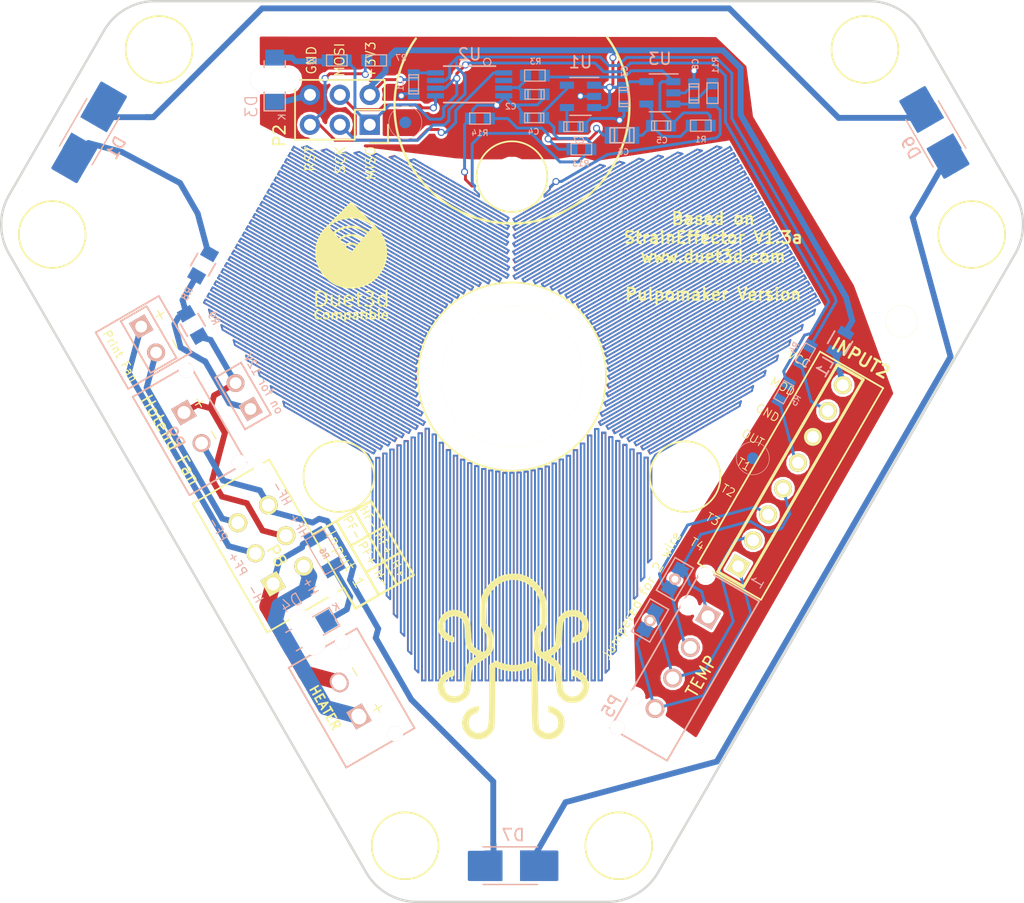
<source format=kicad_pcb>
(kicad_pcb (version 20171130) (host pcbnew "(5.0.0)")
  (title_block (title SmartEffector) (date 2017-06-27) (rev v1.4a) (company "Think3dPrint3d and Escher3D"))
  (layers (0 F.Cu signal) (31 B.Cu signal) (34 B.Paste user hide) (35 F.Paste user hide) (36 B.SilkS user) (37 F.SilkS user) (38 B.Mask user) (39 F.Mask user) (44 Edge.Cuts user))
  (net 0 "")
  (net 1 +3V3)
  (net 2 "Net-(D3-Pad2)")
  (net 3 "Net-(D4-Pad1)")
  (net 4 RST)
  (net 5 ADC2)
  (net 6 MOSI)
  (net 7 Therm1)
  (net 8 Therm2)
  (net 9 Therm3)
  (net 10 Therm4)
  (net 11 "Net-(L1-Pad1)")
  (net 12 MISO)
  (net 13 SCK)
  (net 14 "Net-(P3-Pad5)")
  (net 15 "Net-(P3-Pad7)")
  (net 16 "Net-(D1-Pad1)")
  (net 17 "Net-(D1-Pad2)")
  (net 18 "Net-(D7-Pad2)")
  (net 19 H_Fan_+)
  (net 20 H_Fan_-)
  (net 21 P_Fan_-)
  (net 22 P_Fan_+)
  (net 23 Heater+)
  (net 24 "Net-(JP3-Pad1)")
  (net 25 Heater-)
  (net 26 "Net-(C5-Pad1)")
  (net 27 "Net-(C5-Pad2)")
  (net 28 "Net-(C6-Pad2)")
  (net 29 "Net-(C7-Pad2)")
  (net 30 "Net-(C8-Pad1)")
  (net 31 B)
  (module Wire_Pads:M4_3.8 (layer F.Cu) (at 45.106803 113.838022)
    (fp_text reference M5 hide)
    (fp_text value M_3.8mm)
    (pad "" np_thru_hole circle (at 0 0) (size 3.8 3.8) (drill 3.8) (layers *.Cu *.Mask))
  )
  (module Wire_Pads:M4_3.8 (layer F.Cu) (at 54.186944 98.110756)
    (fp_text reference M7 hide)
    (fp_text value M_3.8mm)
    (pad "" np_thru_hole circle (at 0 0) (size 3.8 3.8) (drill 3.8) (layers *.Cu *.Mask))
  )
  (module Wire_Pads:M4_3.8 (layer F.Cu) (at 114.186946 98.110757)
    (fp_text reference M8 hide)
    (fp_text value M_3.8mm)
    (pad "" np_thru_hole circle (at 0 0) (size 3.8 3.8) (drill 3.8) (layers *.Cu *.Mask))
  )
  (module Wire_Pads:M4_3.8 (layer F.Cu) (at 123.267079 113.83802)
    (fp_text reference M6 hide)
    (fp_text value M_3.8mm)
    (pad "" np_thru_hole circle (at 0 0) (size 3.8 3.8) (drill 3.8) (layers *.Cu *.Mask))
  )
  (module Wire_Pads:M4_3.8 (layer F.Cu) (at 93.267087 165.799547)
    (fp_text reference M3 hide)
    (fp_text value M_3.8mm)
    (pad "" np_thru_hole circle (at 0 0) (size 3.8 3.8) (drill 3.8) (layers *.Cu *.Mask))
  )
  (module Wire_Pads:M4_3.8 (layer F.Cu) (at 75.106796 165.799547)
    (fp_text reference M4 hide)
    (fp_text value M_3.8mm)
    (pad "" np_thru_hole circle (at 0 0) (size 3.8 3.8) (drill 3.8) (layers *.Cu *.Mask))
  )
  (module Wire_Pads:M2_2.4 (layer F.Cu) (at 84.186943 95.960759)
    (fp_text reference M99 hide)
    (fp_text value M2_1.4mm)
    (pad "" np_thru_hole circle (at 0 0) (size 1.1 1.1) (drill 1.1) (layers *.Cu *.Mask))
  )
  (module Wire_Pads:M2_2.4 (layer F.Cu) (at 58.244843 140.893787 120)
    (fp_text reference M97 hide)
    (fp_text value M2_1.4mm)
    (pad "" np_thru_hole circle (at 0 0 120) (size 1.1 1.1) (drill 1.1) (layers *.Cu *.Mask))
  )
  (module Wire_Pads:M2_2.4 (layer F.Cu) (at 110.129047 140.893789 240)
    (fp_text reference M98 hide)
    (fp_text value M2_1.4mm)
    (pad "" np_thru_hole circle (at 0 0 240) (size 1.1 1.1) (drill 1.1) (layers *.Cu *.Mask))
  )
  (module complib:PIN_ARRAY_8x1 (layer F.Cu) (at 107.864812 134.340015 60)
    (fp_text reference P3 hide)
    (fp_text value INPUT2 (at 11.630251 0.169471 330) (layer F.SilkS) (effects (font (size 1.016 1.016) (thickness 0.2032))))
    (pad 1 thru_hole rect (at -8.89 0 60) (size 1.524 1.524) (drill 1) (layers *.Cu *.Mask F.SilkS) (net 10 Therm4))
    (pad 2 thru_hole circle (at -6.35 0 60) (size 1.524 1.524) (drill 1) (layers *.Cu *.Mask F.SilkS) (net 9 Therm3))
    (pad 3 thru_hole circle (at -3.81 0 60) (size 1.524 1.524) (drill 1) (layers *.Cu *.Mask F.SilkS) (net 8 Therm2))
    (pad 4 thru_hole circle (at -1.27 0 60) (size 1.524 1.524) (drill 1) (layers *.Cu *.Mask F.SilkS) (net 7 Therm1))
    (pad 5 thru_hole circle (at 1.27 0 60) (size 1.524 1.524) (drill 1) (layers *.Cu *.Mask F.SilkS) (net 14 "Net-(P3-Pad5)"))
    (pad 6 thru_hole circle (at 3.81 0 60) (size 1.524 1.524) (drill 1) (layers *.Cu *.Mask F.SilkS) (net 31 B))
    (pad 7 thru_hole circle (at 6.35 0 60) (size 1.524 1.524) (drill 1) (layers *.Cu *.Mask F.SilkS) (net 15 "Net-(P3-Pad7)"))
    (pad 8 thru_hole circle (at 8.89 0 60) (size 1.524 1.524) (drill 1) (layers *.Cu *.Mask F.SilkS) (net 11 "Net-(L1-Pad1)"))
  )
  (module complib:Microfit_01x02_43650-0227 (layer B.Cu) (at 57.050714 130.269867 300)
    (fp_text reference P9 (at -0.027272 1.73454 300) (layer B.SilkS) (effects (justify mirror)))
    (fp_text value "Hotend Fan" (at -0.050338 2.165086 300) (layer F.SilkS))
    (pad "" np_thru_hole circle (at 4.5 -1.96 300) (size 1.27 1.27) (drill 1.27) (layers *.Cu *.Mask B.SilkS))
    (pad 2 thru_hole circle (at 1.5 0 300) (size 1.524 1.524) (drill 1.1) (layers *.Cu *.Mask B.SilkS) (net 20 H_Fan_-))
    (pad 1 thru_hole rect (at -1.5 0 300) (size 1.6 1.6) (drill 1.1) (layers *.Cu *.Mask B.SilkS) (net 19 H_Fan_+))
    (pad "" np_thru_hole circle (at -4.5 -1.96 300) (size 1.27 1.27) (drill 1.27) (layers *.Cu *.Mask B.SilkS))
  )
  (module Socket_Strips:Socket_Strip_Straight_2x03 (layer F.Cu) (at 72.096938 104.506106 180)
    (fp_text reference P2 (at 7.671414 -0.927708 90) (layer F.SilkS))
    (fp_text value PROG hide)
    (pad 1 thru_hole rect (at 0 0 180) (size 1.7272 1.7272) (drill 1.016) (layers *.Cu *.Mask) (net 12 MISO))
    (pad 2 thru_hole oval (at 0 2.54 180) (size 1.7272 1.7272) (drill 1.016) (layers *.Cu *.Mask) (net 1 +3V3))
    (pad 3 thru_hole oval (at 2.54 0 180) (size 1.7272 1.7272) (drill 1.016) (layers *.Cu *.Mask) (net 13 SCK))
    (pad 4 thru_hole oval (at 2.54 2.540001 180) (size 1.7272 1.7272) (drill 1.016) (layers *.Cu *.Mask) (net 6 MOSI))
    (pad 5 thru_hole oval (at 5.08 0 180) (size 1.7272 1.7272) (drill 1.016) (layers *.Cu *.Mask) (net 4 RST))
    (pad 6 thru_hole oval (at 5.08 2.54 180) (size 1.7272 1.7272) (drill 1.016) (layers *.Cu *.Mask) (net 31 B))
  )
  (module complib:Microfit_02x03 (layer F.Cu) (at 63.679685 140.18815 120)
    (fp_text reference P8 (at -1.086046 -0.046749 120) (layer F.SilkS))
    (fp_text value "Input 1" (at -4.26587 4.872171 120) (layer F.SilkS) (effects (font (size 0.9 1) (thickness 0.1))))
    (pad "" np_thru_hole circle (at 6 2.44 120) (size 1.1 1.1) (drill 1.1) (layers *.Cu *.Mask F.SilkS))
    (pad "" np_thru_hole circle (at -6 2.44 120) (size 1.1 1.1) (drill 1.1) (layers *.Cu *.Mask F.SilkS))
    (pad 6 thru_hole circle (at 3 1.5 120) (size 1.6 1.6) (drill 1.1) (layers *.Cu *.Mask F.SilkS) (net 20 H_Fan_-))
    (pad 2 thru_hole circle (at 0 -1.5 120) (size 1.524 1.524) (drill 1.1) (layers *.Cu *.Mask F.SilkS) (net 22 P_Fan_+))
    (pad 3 thru_hole circle (at 3 -1.5 120) (size 1.6 1.6) (drill 1.1) (layers *.Cu *.Mask F.SilkS) (net 21 P_Fan_-))
    (pad 4 thru_hole circle (at -3 1.5 120) (size 1.6 1.6) (drill 1.1) (layers *.Cu *.Mask F.SilkS) (net 23 Heater+))
    (pad 5 thru_hole circle (at 0 1.5 120) (size 1.6 1.6) (drill 1.1) (layers *.Cu *.Mask F.SilkS) (net 19 H_Fan_+))
    (pad 1 thru_hole rect (at -3 -1.5 120) (size 1.6 1.6) (drill 1.1) (layers *.Cu *.Mask F.SilkS) (net 25 Heater-))
  )
  (module complib:Fiducial_1mm_Dia_2.54mm_Outer_CopperTop (layer B.Cu) (at 75.116944 104.316109)
    (fp_text reference M1 hide)
    (fp_text value FID hide)
    (pad ~ smd circle (at 0 0) (size 1 1) (layers B.Cu B.Mask) (clearance 0.77))
  )
  (module complib:Fiducial_1mm_Dia_2.54mm_Outer_CopperTop (layer B.Cu) (at 104.6613 132.857537)
    (fp_text reference M2 hide)
    (fp_text value FID hide)
    (pad ~ smd circle (at 0 0) (size 1 1) (layers B.Cu B.Mask) (clearance 0.77))
  )
  (module complib:R_1206 (layer B.Cu) (at 68.248477 140.834043 120)
    (fp_text reference R6 (at -0.096578 -0.082261 120) (layer B.SilkS) (effects (font (size 0.5 0.5) (thickness 0.09906)) (justify mirror)))
    (fp_text value 1K5_0.5W+ hide)
    (pad 1 smd rect (at -1.50114 0 120) (size 1.15062 1.80086) (layers B.Cu B.Paste B.Mask) (net 3 "Net-(D4-Pad1)"))
    (pad 2 smd rect (at 1.50114 0 120) (size 1.15062 1.80086) (layers B.Cu B.Paste B.Mask) (net 25 Heater-))
  )
  (module complib:Minifit3.0+screwterm3.5MM_2X1 (layer B.Cu) (at 70.337597 153.356305 120)
    (fp_text reference P4 hide)
    (fp_text value HEATER (at 0.410146 -2.115409 120) (layer F.SilkS) (effects (font (size 0.762 0.762) (thickness 0.1524))))
    (pad 1 thru_hole rect (at -1.675 0 120) (size 1.7 1.524) (drill oval 1.35 1.2) (layers *.Cu *.Mask B.SilkS) (net 23 Heater+))
    (pad 2 thru_hole oval (at 1.675 0 120) (size 1.7 1.524) (drill oval 1.35 1.19888) (layers *.Cu *.Mask B.SilkS) (net 25 Heater-))
    (pad "" np_thru_hole circle (at 4.5 1.96 120) (size 1.3 1.3) (drill 1.3) (layers *.Cu *.Mask B.SilkS))
    (pad "" np_thru_hole circle (at -4.5 1.96 120) (size 1.3 1.3) (drill 1.3) (layers *.Cu *.Mask B.SilkS))
  )
  (module complib:Ziptie_small (layer F.Cu) (at 117.309604 121.231159)
    (fp_text reference M13 hide)
    (fp_text value Ziptie hide)
    (pad "" np_thru_hole circle (at 0 0) (size 2.7 2.7) (drill 2.7) (layers *.Cu *.Mask F.SilkS))
  )
  (module complib:R_0805_extended_pads (layer B.Cu) (at 57.928004 116.40035 60)
    (fp_text reference R8 (at -2.830304 0.061555 60) (layer B.SilkS) (effects (font (size 0.6 0.6) (thickness 0.1)) (justify mirror)))
    (fp_text value 140R_0.33W+ hide)
    (pad 1 smd rect (at -1.1 0 60) (size 1 1.3) (layers B.Cu B.Paste B.Mask) (net 24 "Net-(JP3-Pad1)"))
    (pad 2 smd rect (at 1.1 0 60) (size 1 1.3) (layers B.Cu B.Paste B.Mask) (net 17 "Net-(D1-Pad2)"))
  )
  (module complib:JUMPER (layer B.Cu) (at 61.326945 127.566109 120)
    (fp_text reference JP3 hide)
    (fp_text value "on for 12V" (at 0.008346 2.025544 120) (layer B.SilkS) (effects (font (size 0.7 0.7) (thickness 0.1)) (justify mirror)))
    (pad 1 thru_hole rect (at -1.27 0 120) (size 1.524 1.524) (drill 1) (layers *.Cu *.Mask B.SilkS) (net 24 "Net-(JP3-Pad1)"))
    (pad 2 thru_hole circle (at 1.27 0 120) (size 1.524 1.524) (drill 1) (layers *.Cu *.Mask B.SilkS) (net 19 H_Fan_+))
  )
  (module complib:R_0805_extended_pads (layer B.Cu) (at 57.04935 121.522219 120)
    (fp_text reference R9 (at -0.405026 1.821525 120) (layer B.SilkS) (effects (font (size 0.6 0.6) (thickness 0.1)) (justify mirror)))
    (fp_text value 604R_0.33W+ hide)
    (pad 1 smd rect (at -1.1 0 120) (size 1 1.3) (layers B.Cu B.Paste B.Mask) (net 19 H_Fan_+))
    (pad 2 smd rect (at 1.1 0 120) (size 1 1.3) (layers B.Cu B.Paste B.Mask) (net 24 "Net-(JP3-Pad1)"))
  )
  (module complib:C_0603 (layer B.Cu) (at 75.834105 101.072301 90)
    (fp_text reference C1 (at -0.08218 -1.1204 90) (layer B.SilkS) (effects (font (size 0.5 0.5) (thickness 0.09)) (justify mirror)))
    (fp_text value 100n hide)
    (pad 1 smd rect (at 0.8001 0 90) (size 0.94996 1.00076) (layers B.Cu B.Paste B.Mask) (net 1 +3V3))
    (pad 2 smd rect (at -0.8001 0 90) (size 0.94996 1.00076) (layers B.Cu B.Paste B.Mask) (net 31 B))
  )
  (module complib:C_0603 (layer B.Cu) (at 86.109102 101.922302 180)
    (fp_text reference C2 (at 2.025647 -1.026925 180) (layer B.SilkS) (effects (font (size 0.5 0.5) (thickness 0.09)) (justify mirror)))
    (fp_text value 10n hide)
    (pad 1 smd rect (at 0.8001 0 180) (size 0.94996 1.00076) (layers B.Cu B.Paste B.Mask) (net 5 ADC2))
    (pad 2 smd rect (at -0.8001 0 180) (size 0.94996 1.00076) (layers B.Cu B.Paste B.Mask) (net 31 B))
  )
  (module complib:C_0603 (layer B.Cu) (at 93.709105 102.147303 90)
    (fp_text reference C3 (at 2.175 0.05 90) (layer B.SilkS) (effects (font (size 0.5 0.5) (thickness 0.09)) (justify mirror)))
    (fp_text value 1u hide)
    (pad 1 smd rect (at 0.8001 0 90) (size 0.94996 1.00076) (layers B.Cu B.Paste B.Mask) (net 1 +3V3))
    (pad 2 smd rect (at -0.8001 0 90) (size 0.94996 1.00076) (layers B.Cu B.Paste B.Mask) (net 31 B))
  )
  (module complib:C_0603 (layer B.Cu) (at 96.866575 104.592927)
    (fp_text reference C5 (at 0.069347 1.236925 180) (layer B.SilkS) (effects (font (size 0.5 0.5) (thickness 0.09)) (justify mirror)))
    (fp_text value 47p hide)
    (pad 1 smd rect (at 0.8001 0) (size 0.94996 1.00076) (layers B.Cu B.Paste B.Mask) (net 26 "Net-(C5-Pad1)"))
    (pad 2 smd rect (at -0.8001 0) (size 0.94996 1.00076) (layers B.Cu B.Paste B.Mask) (net 27 "Net-(C5-Pad2)"))
  )
  (module complib:C_0805 (layer B.Cu) (at 93.536577 105.402928)
    (fp_text reference C6 (at 0.114347 1.411925 180) (layer B.SilkS) (effects (font (size 0.5 0.5) (thickness 0.09)) (justify mirror)))
    (fp_text value 22u_<20% hide)
    (pad 1 smd rect (at 0.89916 0) (size 1.15062 1.45034) (layers B.Cu B.Paste B.Mask) (net 27 "Net-(C5-Pad2)"))
    (pad 2 smd rect (at -0.89916 0) (size 1.15062 1.45034) (layers B.Cu B.Paste B.Mask) (net 28 "Net-(C6-Pad2)"))
  )
  (module complib:R_0603 (layer B.Cu) (at 100.236576 104.582928)
    (fp_text reference R1 (at -0.000653 1.176927) (layer B.SilkS) (effects (font (size 0.5 0.5) (thickness 0.09)) (justify mirror)))
    (fp_text value 10M hide)
    (pad 1 smd rect (at -0.8001 0) (size 0.94996 1.00076) (layers B.Cu B.Paste B.Mask) (net 27 "Net-(C5-Pad2)"))
    (pad 2 smd rect (at 0.8001 0) (size 0.94996 1.00076) (layers B.Cu B.Paste B.Mask) (net 26 "Net-(C5-Pad1)"))
  )
  (module complib:R_0603 (layer B.Cu) (at 69.296937 99.03611)
    (fp_text reference R2 (at -2.133483 0.083115) (layer B.SilkS) (effects (font (size 0.5 0.5) (thickness 0.09)) (justify mirror)))
    (fp_text value 150R hide)
    (pad 1 smd rect (at -0.8001 0) (size 0.94996 1.00076) (layers B.Cu B.Paste B.Mask) (net 2 "Net-(D3-Pad2)"))
    (pad 2 smd rect (at 0.8001 0) (size 0.94996 1.00076) (layers B.Cu B.Paste B.Mask) (net 12 MISO))
  )
  (module complib:R_0603 (layer B.Cu) (at 86.134103 100.322296 180)
    (fp_text reference R3 (at -0.059348 1.193075 180) (layer B.SilkS) (effects (font (size 0.5 0.5) (thickness 0.09)) (justify mirror)))
    (fp_text value 5K1 hide)
    (pad 1 smd rect (at -0.8001 0 180) (size 0.94996 1.00076) (layers B.Cu B.Paste B.Mask) (net 26 "Net-(C5-Pad1)"))
    (pad 2 smd rect (at 0.8001 0 180) (size 0.94996 1.00076) (layers B.Cu B.Paste B.Mask) (net 5 ADC2))
  )
  (module complib:R_0603 (layer B.Cu) (at 109.134717 124.045351 60)
    (fp_text reference R4 (at 0.037408 -1.118815 60) (layer B.SilkS) (effects (font (size 0.5 0.5) (thickness 0.09)) (justify mirror)))
    (fp_text value 5K1 hide)
    (pad 1 smd rect (at -0.8001 0 60) (size 0.94996 1.00076) (layers B.Cu B.Paste B.Mask) (net 15 "Net-(P3-Pad7)"))
    (pad 2 smd rect (at 0.8001 0 60) (size 0.94996 1.00076) (layers B.Cu B.Paste B.Mask) (net 13 SCK))
  )
  (module complib:R_0603 (layer B.Cu) (at 107.293218 127.234921 60)
    (fp_text reference R5 (at -0.089827 1.253025 60) (layer B.SilkS) (effects (font (size 0.5 0.5) (thickness 0.09)) (justify mirror)))
    (fp_text value 1K0 hide)
    (pad 1 smd rect (at -0.8001 0 60) (size 0.94996 1.00076) (layers B.Cu B.Paste B.Mask) (net 14 "Net-(P3-Pad5)"))
    (pad 2 smd rect (at 0.8001 0 60) (size 0.94996 1.00076) (layers B.Cu B.Paste B.Mask) (net 12 MISO))
  )
  (module complib:R_0603 (layer B.Cu) (at 72.64695 99.036111)
    (fp_text reference R7 (at 2.116503 -0.226882) (layer B.SilkS) (effects (font (size 0.5 0.5) (thickness 0.09)) (justify mirror)))
    (fp_text value 5K1 hide)
    (pad 1 smd rect (at -0.8001 0) (size 0.94996 1.00076) (layers B.Cu B.Paste B.Mask) (net 4 RST))
    (pad 2 smd rect (at 0.8001 0) (size 0.94996 1.00076) (layers B.Cu B.Paste B.Mask) (net 1 +3V3))
  )
  (module complib:R_0603 (layer B.Cu) (at 101.234106 101.822307 90)
    (fp_text reference R11 (at 2.373076 0.249346 90) (layer B.SilkS) (effects (font (size 0.5 0.5) (thickness 0.09)) (justify mirror)))
    (fp_text value 5K1 hide)
    (pad 1 smd rect (at -0.8001 0 90) (size 0.94996 1.00076) (layers B.Cu B.Paste B.Mask) (net 31 B))
    (pad 2 smd rect (at 0.8001 0 90) (size 0.94996 1.00076) (layers B.Cu B.Paste B.Mask) (net 30 "Net-(C8-Pad1)"))
  )
  (module complib:LOGO_Duet3dCompatible (layer F.Cu) (at 70.524701 116.12939)
    (fp_text reference M15 hide)
    (fp_text value OSHW_Logo hide)
  )
  (module complib:R_0603 (layer B.Cu) (at 90.086576 106.592927 180)
    (fp_text reference R13 (at 0.045656 -1.206924 180) (layer B.SilkS) (effects (font (size 0.5 0.5) (thickness 0.09)) (justify mirror)))
    (fp_text value 10K_1% hide)
    (pad 1 smd rect (at -0.8001 0 180) (size 0.94996 1.00076) (layers B.Cu B.Paste B.Mask) (net 31 B))
    (pad 2 smd rect (at 0.8001 0 180) (size 0.94996 1.00076) (layers B.Cu B.Paste B.Mask) (net 28 "Net-(C6-Pad2)"))
  )
  (module complib:R_0603 (layer B.Cu) (at 81.462375 103.982168 180)
    (fp_text reference R14 (at 0.006244 -1.224324 180) (layer B.SilkS) (effects (font (size 0.5 0.5) (thickness 0.09)) (justify mirror)))
    (fp_text value 10K_1% hide)
    (pad 1 smd rect (at -0.8001 0 180) (size 0.94996 1.00076) (layers B.Cu B.Paste B.Mask) (net 28 "Net-(C6-Pad2)"))
    (pad 2 smd rect (at 0.8001 0 180) (size 0.94996 1.00076) (layers B.Cu B.Paste B.Mask) (net 31 B))
  )
  (module complib:C_0603 (layer B.Cu) (at 86.079268 103.921415 180)
    (fp_text reference C4 (at 0.055817 -1.167807 180) (layer B.SilkS) (effects (font (size 0.5 0.5) (thickness 0.09)) (justify mirror)))
    (fp_text value 1u hide)
    (pad 1 smd rect (at 0.8001 0 180) (size 0.94996 1.00076) (layers B.Cu B.Paste B.Mask) (net 31 B))
    (pad 2 smd rect (at -0.8001 0 180) (size 0.94996 1.00076) (layers B.Cu B.Paste B.Mask) (net 31 B))
  )
  (module complib:C_0603 (layer B.Cu) (at 89.409106 104.672298)
    (fp_text reference C7 (at 0.464348 1.156926) (layer B.SilkS) (effects (font (size 0.5 0.5) (thickness 0.09)) (justify mirror)))
    (fp_text value 10n hide)
    (pad 1 smd rect (at 0.8001 0) (size 0.94996 1.00076) (layers B.Cu B.Paste B.Mask) (net 31 B))
    (pad 2 smd rect (at -0.8001 0) (size 0.94996 1.00076) (layers B.Cu B.Paste B.Mask) (net 29 "Net-(C7-Pad2)"))
  )
  (module complib:C_0603 (layer B.Cu) (at 99.659111 101.847301 270)
    (fp_text reference C8 (at -2.488073 -0.124345 270) (layer B.SilkS) (effects (font (size 0.5 0.5) (thickness 0.09)) (justify mirror)))
    (fp_text value 10n hide)
    (pad 1 smd rect (at 0.8001 0 270) (size 0.94996 1.00076) (layers B.Cu B.Paste B.Mask) (net 30 "Net-(C8-Pad1)"))
    (pad 2 smd rect (at -0.8001 0 270) (size 0.94996 1.00076) (layers B.Cu B.Paste B.Mask) (net 31 B))
  )
  (module complib:Microfit_01x02or04_43650-0227 (layer B.Cu) (at 98.599858 150.23738 60)
    (fp_text reference P5 (at -6.164761 -3.295719 60) (layer B.SilkS) (effects (justify mirror)))
    (fp_text value TEMP (at -0.143589 2.055223 60) (layer F.SilkS))
    (pad 1 thru_hole rect (at 4.5 0 60) (size 1.6 1.6) (drill 1.1) (layers *.Cu *.Mask B.SilkS) (net 7 Therm1))
    (pad 4 thru_hole circle (at -4.5 0 60) (size 1.6 1.6) (drill 1.1) (layers *.Cu *.Mask B.SilkS) (net 10 Therm4))
    (pad "" np_thru_hole circle (at -7.500001 -1.96 60) (size 1.27 1.27) (drill 1.27) (layers *.Cu *.Mask B.SilkS))
    (pad "" np_thru_hole circle (at 7.5 -1.96 60) (size 1.27 1.27) (drill 1.27) (layers *.Cu *.Mask B.SilkS))
    (pad "" np_thru_hole circle (at 4.5 -1.96 60) (size 1.27 1.27) (drill 1.27) (layers *.Cu *.Mask B.SilkS))
    (pad 2 thru_hole circle (at 1.5 0 60) (size 1.6 1.6) (drill 1.1) (layers *.Cu *.Mask B.SilkS) (net 8 Therm2))
    (pad 3 thru_hole circle (at -1.5 0 60) (size 1.6 1.6) (drill 1.1) (layers *.Cu *.Mask B.SilkS) (net 9 Therm3))
    (pad "" np_thru_hole circle (at -4.5 -1.96 60) (size 1.27 1.27) (drill 1.27) (layers *.Cu *.Mask B.SilkS))
  )
  (module complib:SOT-23-5L (layer B.Cu) (at 90.009109 102.097294 180)
    (fp_text reference U1 (at 0 2.9 180) (layer B.SilkS) (effects (justify mirror)))
    (fp_text value LDK130M08 hide)
    (pad 1 smd rect (at -1.15 0.95 180) (size 1.2 0.6) (layers B.Cu B.Paste B.Mask) (net 1 +3V3))
    (pad 2 smd rect (at -1.15 0 180) (size 1.2 0.6) (layers B.Cu B.Paste B.Mask) (net 31 B))
    (pad 3 smd rect (at -1.15 -0.95 180) (size 1.2 0.6) (layers B.Cu B.Paste B.Mask) (net 1 +3V3))
    (pad 4 smd rect (at 1.15 -0.95 180) (size 1.2 0.6) (layers B.Cu B.Paste B.Mask) (net 29 "Net-(C7-Pad2)"))
    (pad 5 smd rect (at 1.15 0.95 180) (size 1.2 0.6) (layers B.Cu B.Paste B.Mask) (net 31 B))
  )
  (module complib:SOT-23-5L (layer B.Cu) (at 96.759104 101.797298 180)
    (fp_text reference U3 (at 0 2.9 180) (layer B.SilkS) (effects (justify mirror)))
    (fp_text value MCP6286 hide)
    (pad 1 smd rect (at -1.15 0.95 180) (size 1.2 0.6) (layers B.Cu B.Paste B.Mask) (net 26 "Net-(C5-Pad1)"))
    (pad 2 smd rect (at -1.15 0 180) (size 1.2 0.6) (layers B.Cu B.Paste B.Mask) (net 31 B))
    (pad 3 smd rect (at -1.15 -0.95 180) (size 1.2 0.6) (layers B.Cu B.Paste B.Mask) (net 30 "Net-(C8-Pad1)"))
    (pad 4 smd rect (at 1.15 -0.95 180) (size 1.2 0.6) (layers B.Cu B.Paste B.Mask) (net 27 "Net-(C5-Pad2)"))
    (pad 5 smd rect (at 1.15 0.95 180) (size 1.2 0.6) (layers B.Cu B.Paste B.Mask) (net 1 +3V3))
  )
  (module complib:TSSOP-8_3x4.4mm_Pitch0.65mm (layer B.Cu) (at 80.584104 101.072301 180)
    (fp_text reference U2 (at 0 2.55 180) (layer B.SilkS) (effects (justify mirror)))
    (fp_text value ATTINY45 hide)
    (pad 1 smd rect (at -2.9 0.975 180) (size 1.45 0.45) (layers B.Cu B.Paste B.Mask) (net 4 RST))
    (pad 2 smd rect (at -2.9 0.325 180) (size 1.45 0.45) (layers B.Cu B.Paste B.Mask))
    (pad 3 smd rect (at -2.9 -0.325 180) (size 1.45 0.45) (layers B.Cu B.Paste B.Mask) (net 5 ADC2))
    (pad 4 smd rect (at -2.9 -0.975 180) (size 1.45 0.45) (layers B.Cu B.Paste B.Mask) (net 31 B))
    (pad 5 smd rect (at 2.9 -0.975 180) (size 1.45 0.45) (layers B.Cu B.Paste B.Mask) (net 6 MOSI))
    (pad 6 smd rect (at 2.9 -0.325 180) (size 1.45 0.45) (layers B.Cu B.Paste B.Mask) (net 12 MISO))
    (pad 7 smd rect (at 2.9 0.325 180) (size 1.45 0.45) (layers B.Cu B.Paste B.Mask) (net 13 SCK))
    (pad 8 smd rect (at 2.9 0.975 180) (size 1.45 0.45) (layers B.Cu B.Paste B.Mask) (net 1 +3V3))
  )
  (module complib:LED_1206_bottom_entry_v2 (layer B.Cu) (at 64.016941 100.67611 90)
    (fp_text reference D3 (at -2.273116 -1.983486 90) (layer B.SilkS) (effects (font (thickness 0.1)) (justify mirror)))
    (fp_text value Comms hide)
    (fp_text user K (at -3.170001 0.62 90) (layer B.SilkS) (effects (font (size 0.6 0.6) (thickness 0.1)) (justify mirror)))
    (pad 2 smd rect (at 1.875 0 270) (size 1.35 1.6) (layers B.Cu B.Paste B.Mask) (net 2 "Net-(D3-Pad2)"))
    (pad 1 smd rect (at -1.875 0 270) (size 1.35 1.6) (layers B.Cu B.Paste B.Mask) (net 31 B))
    (pad "" np_thru_hole oval (at 0 0 90) (size 2 4.2) (drill oval 2 4.2) (layers *.Cu *.Mask B.SilkS) (clearance 0.15))
  )
  (module complib:LED_PLCC-2 (layer B.Cu) (at 48.237645 105.16177 240)
    (fp_text reference D1 (at -0.025085 -2.63921 240) (layer B.SilkS) (effects (justify mirror)))
    (fp_text value Comms hide)
    (pad 1 smd rect (at -1.5 0 240) (size 1.5 2.6) (layers B.Cu B.Paste B.Mask) (net 16 "Net-(D1-Pad1)"))
    (pad 2 smd rect (at 1.5 0 240) (size 1.5 2.6) (layers B.Cu B.Paste B.Mask) (net 17 "Net-(D1-Pad2)"))
  )
  (module complib:LED_1206_bottom_entry_v2 (layer B.Cu) (at 66.793895 147.644172 210)
    (fp_text reference D4 (at -0.06 2.849999 210) (layer B.SilkS) (effects (font (thickness 0.1)) (justify mirror)))
    (fp_text value Heat hide)
    (fp_text user K (at -3.170001 0.62 210) (layer B.SilkS) (effects (font (size 0.6 0.6) (thickness 0.1)) (justify mirror)))
    (pad 2 smd rect (at 1.875 0 30) (size 1.35 1.6) (layers B.Cu B.Paste B.Mask) (net 23 Heater+))
    (pad 1 smd rect (at -1.875 0 30) (size 1.35 1.6) (layers B.Cu B.Paste B.Mask) (net 3 "Net-(D4-Pad1)"))
    (pad "" np_thru_hole oval (at 0 0 210) (size 2 4.2) (drill oval 2 4.2) (layers *.Cu *.Mask B.SilkS) (clearance 0.15))
  )
  (module complib:LED_PLCC-2 (layer B.Cu) (at 84.120702 167.491964)
    (fp_text reference D7 (at 0.172429 -2.602924) (layer B.SilkS) (effects (justify mirror)))
    (fp_text value Comms hide)
    (pad 1 smd rect (at -1.5 0) (size 1.5 2.6) (layers B.Cu B.Paste B.Mask) (net 20 H_Fan_-))
    (pad 2 smd rect (at 1.5 0) (size 1.5 2.6) (layers B.Cu B.Paste B.Mask) (net 18 "Net-(D7-Pad2)"))
  )
  (module complib:LED_PLCC-2 (layer B.Cu) (at 120.175049 105.220999 120)
    (fp_text reference D9 (at -0.033079 -2.458671 120) (layer B.SilkS) (effects (justify mirror)))
    (fp_text value Comms hide)
    (pad 1 smd rect (at -1.5 0 120) (size 1.5 2.6) (layers B.Cu B.Paste B.Mask) (net 18 "Net-(D7-Pad2)"))
    (pad 2 smd rect (at 1.5 0 120) (size 1.5 2.6) (layers B.Cu B.Paste B.Mask) (net 16 "Net-(D1-Pad1)"))
  )
  (module complib:12mmHole (layer F.Cu) (at 84.186937 125.916111)
    (fp_text reference M16 (at 0 0.5) (layer F.SilkS))
    (fp_text value 12mm hide)
    (pad "" np_thru_hole circle (at 0 0) (size 12 12) (drill 12) (layers *.Cu *.Mask F.SilkS))
  )
  (module complib:PIN_ARRAY_2X1 (layer B.Cu) (at 53.301035 122.764498 300)
    (fp_text reference P7 hide)
    (fp_text value "Print Fan" (at 0.02 2.79 300) (layer F.SilkS) (effects (font (size 0.7 0.7) (thickness 0.1))))
    (pad 1 thru_hole rect (at -1.27 0 300) (size 1.524 1.524) (drill 1) (layers *.Cu *.Mask B.SilkS) (net 22 P_Fan_+))
    (pad 2 thru_hole circle (at 1.27 0 300) (size 1.524 1.524) (drill 1) (layers *.Cu *.Mask B.SilkS) (net 21 P_Fan_-))
  )
  (module complib:SJ_Bridged (layer B.Cu) (at 98.039481 143.13531 150)
    (fp_text reference JP1 hide)
    (fp_text value "Jumpered for 2 Wire" hide)
    (pad 1 smd rect (at 0 0.9 150) (size 1.2 1) (layers B.Cu B.Mask) (net 7 Therm1))
    (pad 2 smd rect (at 0 -0.9 150) (size 1.2 1) (layers B.Cu B.Mask) (net 8 Therm2))
    (pad 1 thru_hole circle (at 0 0 150) (size 1 1) (drill 0.6) (layers *.Cu *.Mask B.SilkS) (net 7 Therm1))
  )
  (module complib:SJ_Bridged (layer B.Cu) (at 95.920451 146.645039 150)
    (fp_text reference JP2 hide)
    (fp_text value "Solder Jumper" hide)
    (pad 1 smd rect (at 0 0.9 150) (size 1.2 1) (layers B.Cu B.Mask) (net 9 Therm3))
    (pad 2 smd rect (at 0 -0.9 150) (size 1.2 1) (layers B.Cu B.Mask) (net 10 Therm4))
    (pad 1 thru_hole circle (at 0 0 150) (size 1 1) (drill 0.6) (layers *.Cu *.Mask B.SilkS) (net 9 Therm3))
  )
  (module complib:R_0805 (layer B.Cu) (at 112.07748 123.010704 60)
    (fp_text reference L1 (at -2.46 -0.09 60) (layer B.SilkS) (effects (justify mirror)))
    (fp_text value 22uH hide)
    (pad 1 smd rect (at -0.95 0 60) (size 0.7 1.3) (layers B.Cu B.Paste B.Mask) (net 11 "Net-(L1-Pad1)"))
    (pad 2 smd rect (at 0.95 0 60) (size 0.7 1.3) (layers B.Cu B.Paste B.Mask) (net 1 +3V3))
  )
  (module complib:MountingHole_2.9mm (layer F.Cu) (at 69.464506 134.416112 300)
    (fp_text reference M9 hide)
    (fp_text value M_2.9mm hide)
    (pad "" np_thru_hole circle (at 0 0 300) (size 2.9 2.9) (drill 2.9) (layers *.Cu *.Mask))
  )
  (module complib:MountingHole_2.9mm (layer F.Cu) (at 98.909369 134.416111 300)
    (fp_text reference M10 hide)
    (fp_text value M_2.9mm hide)
    (pad "" np_thru_hole circle (at 0 0 300) (size 2.9 2.9) (drill 2.9) (layers *.Cu *.Mask))
  )
  (module complib:MountingHole_2.9mm (layer F.Cu) (at 84.186939 108.91611 300)
    (fp_text reference M11 hide)
    (fp_text value M_2.9mm hide)
    (pad "" np_thru_hole circle (at 0 0 300) (size 2.9 2.9) (drill 2.9) (layers *.Cu *.Mask))
  )
  (module Wire_Pads:LOGO (layer F.Cu) (at 84.194701 149.50939)
    (fp_text reference G99 hide)
    (fp_text value LOGO hide)
  )
  (gr_line (start 126.959844 115.486448) (end 96.601596 168.068477) (layer Edge.Cuts) (width 0.2))
  (gr_arc (start 53.839971 99.003171) (end 53.839971 94.003171) (angle -60) (layer Edge.Cuts) (width 0.2))
  (gr_arc (start 45.766723 112.986448) (end 41.436596 110.486448) (angle -60) (layer Edge.Cuts) (width 0.2))
  (gr_line (start 53.839971 94.003171) (end 114.556469 94.003171) (layer Edge.Cuts) (width 0.2))
  (gr_arc (start 114.556469 99.003171) (end 118.886596 96.503171) (angle -60) (layer Edge.Cuts) (width 0.2))
  (gr_line (start 118.886596 96.503171) (end 126.959844 110.486448) (layer Edge.Cuts) (width 0.2))
  (gr_arc (start 122.629717 112.986448) (end 126.959844 115.486448) (angle -60) (layer Edge.Cuts) (width 0.2))
  (gr_arc (start 92.271469 165.568477) (end 92.271469 170.568477) (angle -60) (layer Edge.Cuts) (width 0.2))
  (gr_arc (start 76.124971 165.568477) (end 71.794844 168.068477) (angle -60) (layer Edge.Cuts) (width 0.2))
  (gr_line (start 71.794844 168.068477) (end 41.436596 115.486448) (layer Edge.Cuts) (width 0.2))
  (gr_line (start 41.436596 110.486448) (end 49.509844 96.503171) (layer Edge.Cuts) (width 0.2))
  (gr_line (start 92.271469 170.568477) (end 76.124971 170.568477) (layer Edge.Cuts) (width 0.2))
  (gr_text T2 (at 102.562039 135.614841 -30) (layer F.SilkS) (effects (font (size 0.7 0.7) (thickness 0.08))))
  (gr_text T3 (at 101.25132 138.04507 -30) (layer F.SilkS) (effects (font (size 0.7 0.7) (thickness 0.08))))
  (gr_text T4 (at 99.932043 140.170132 -30) (layer F.SilkS) (effects (font (size 0.7 0.7) (thickness 0.08))))
  (gr_text T1 (at 103.896683 133.383174 -30) (layer F.SilkS) (effects (font (size 0.7 0.7) (thickness 0.08))))
  (gr_text VCC (at 108.581609 124.448636 -30) (layer F.SilkS) (effects (font (size 0.7 0.7) (thickness 0.08))))
  (gr_text MOD (at 107.196969 126.766905 -30) (layer F.SilkS) (effects (font (size 0.7 0.7) (thickness 0.08))))
  (gr_text GND (at 105.906968 129.001251 -30) (layer F.SilkS) (effects (font (size 0.7 0.7) (thickness 0.08))))
  (gr_text OUT (at 104.649647 131.138994 -30) (layer F.SilkS) (effects (font (size 0.7 0.7) (thickness 0.08))))
  (gr_line (start 70.467267 140.300248) (end 70.479766 140.321896) (angle 90) (layer F.SilkS) (width 0.2))
  (gr_line (start 73.390102 138.612745) (end 70.467267 140.300248) (angle 90) (layer F.SilkS) (width 0.2))
  (gr_line (start 71.767268 142.551915) (end 71.754766 142.530264) (angle 90) (layer F.SilkS) (width 0.2))
  (gr_line (start 74.711754 140.851914) (end 71.767268 142.551915) (angle 90) (layer F.SilkS) (width 0.2))
  (gr_line (start 74.416964 143.591321) (end 74.287058 143.666321) (angle 90) (layer F.SilkS) (width 0.2))
  (gr_line (start 70.816961 137.355936) (end 74.416964 143.591321) (angle 90) (layer F.SilkS) (width 0.2))
  (gr_line (start 72.854768 144.435518) (end 72.789815 144.473022) (angle 90) (layer F.SilkS) (width 0.2))
  (gr_line (start 69.267266 138.221786) (end 72.854768 144.435518) (angle 90) (layer F.SilkS) (width 0.2))
  (gr_line (start 70.88791 145.62882) (end 69.887908 143.896769) (angle 90) (layer F.SilkS) (width 0.2))
  (gr_line (start 75.824251 142.778817) (end 70.88791 145.62882) (angle 90) (layer F.SilkS) (width 0.2))
  (gr_line (start 72.199252 136.500133) (end 75.824251 142.778817) (angle 90) (layer F.SilkS) (width 0.2))
  (gr_line (start 67.241258 139.362635) (end 72.199252 136.500133) (angle 90) (layer F.SilkS) (width 0.2))
  (gr_text H- (at 73.130841 143.063692 -60) (layer F.SilkS) (effects (font (size 0.7 0.7) (thickness 0.1))))
  (gr_text H+ (at 74.538133 142.251188 -60) (layer F.SilkS) (effects (font (size 0.7 0.7) (thickness 0.1))))
  (gr_text PF+ (at 71.905839 140.941927 -60) (layer F.SilkS) (effects (font (size 0.7 0.7) (thickness 0.1))))
  (gr_text HF+ (at 73.313131 140.12943 -60) (layer F.SilkS) (effects (font (size 0.7 0.7) (thickness 0.1))))
  (gr_text HF- (at 72.050631 137.942719 -60) (layer F.SilkS) (effects (font (size 0.7 0.7) (thickness 0.1))))
  (gr_text PF- (at 59.22009 138.907403 -60) (layer B.SilkS) (effects (font (size 0.7 0.7) (thickness 0.1)) (justify mirror)))
  (gr_arc (start 84.186942 102.916111) (end 92.272014 97.055601) (angle 251) (layer F.SilkS) (width 0.2))
  (gr_text "Jumpered for 2 wire" (at 95.192469 144.533477 60) (layer F.SilkS) (effects (font (size 0.8 0.8) (thickness 0.1))))
  (gr_text +3V3 (at 72.175525 100.683813 90) (layer F.SilkS) (effects (font (size 0.8 0.8) (thickness 0.1)) (justify left)))
  (gr_text GND (at 67.143454 97.739226 90) (layer F.SilkS) (effects (font (size 0.8 0.8) (thickness 0.1)) (justify right)))
  (gr_text "RST\n\nSCK\n\nMISO" (at 69.593453 106.259225 90) (layer F.SilkS) (effects (font (size 0.8 0.8) (thickness 0.1)) (justify right)))
  (gr_text MOSI (at 69.533452 100.499226 90) (layer F.SilkS) (effects (font (size 0.8 0.8) (thickness 0.1)) (justify left)))
  (gr_text 1 (at 105.025039 143.417726 60) (layer B.SilkS) (effects (font (size 1 1) (thickness 0.1)) (justify mirror)))
  (gr_text H- (at 62.386557 144.377907 -60) (layer B.SilkS) (effects (font (size 0.7 0.7) (thickness 0.1)) (justify mirror)))
  (gr_text H+ (at 67.067561 143.738641 -60) (layer B.SilkS) (effects (font (size 0.7 0.7) (thickness 0.1)) (justify mirror)))
  (gr_text - (at 70.884727 150.958642 -60) (layer F.SilkS) (effects (font (size 1 1) (thickness 0.1))))
  (gr_text + (at 72.836807 154.07754 -60) (layer F.SilkS) (effects (font (size 1 1) (thickness 0.1))))
  (gr_text HF- (at 64.623048 135.854192 -60) (layer B.SilkS) (effects (font (size 0.7 0.7) (thickness 0.1)) (justify mirror)))
  (gr_text HF+ (at 66.083866 138.573982 -60) (layer B.SilkS) (effects (font (size 0.7 0.7) (thickness 0.1)) (justify mirror)))
  (gr_text PF+ (at 60.881542 141.834674 -60) (layer B.SilkS) (effects (font (size 0.7 0.7) (thickness 0.1)) (justify mirror)))
  (gr_text PF- (at 70.643341 138.755218 -60) (layer F.SilkS) (effects (font (size 0.7 0.7) (thickness 0.1))))
  (gr_text - (at 55.58799 123.103377 -60) (layer F.SilkS) (effects (font (size 1 1) (thickness 0.1))))
  (gr_text + (at 54.336976 120.620187 -60) (layer F.SilkS) (effects (font (size 1 1) (thickness 0.1))))
  (gr_text - (at 58.901298 130.844255 -60) (layer F.SilkS) (effects (font (size 1 1) (thickness 0.1))))
  (gr_text + (at 57.673604 128.11783 -60) (layer F.SilkS) (effects (font (size 1 1) (thickness 0.1))))
  (gr_text "Based on\nStrainEffector V1.3a\nwww.duet3d.com\n\nPulpomaker Version\n" (at 101.288469 115.704477) (layer F.SilkS) (effects (font (size 1 1) (thickness 0.2))))
  (segment (start 72.096943 101.966108) (end 72.096943 101.601112) (width 0.5) (layer B.Cu) (net 1))
  (segment (start 112.534436 122.190205) (end 113.118868 121.177945) (width 0.5) (layer B.Cu) (net 1))
  (segment (start 113.118868 121.177945) (end 112.576676 119.154482) (width 0.5) (layer B.Cu) (net 1))
  (segment (start 111.679353 117.600734) (end 112.576908 119.155343) (width 0.5) (layer B.Cu) (net 1))
  (segment (start 111.679353 117.600734) (end 103.625329 103.650745) (width 0.5) (layer B.Cu) (net 1))
  (segment (start 103.625329 99.700747) (end 103.625329 103.650745) (width 0.5) (layer B.Cu) (net 1))
  (segment (start 92.766939 100.106112) (end 92.766944 101.03946) (width 0.25) (layer F.Cu) (net 1))
  (via (at 92.766945 98.80611) (size 0.6) (drill 0.4) (layers F.Cu B.Cu) (net 1))
  (segment (start 92.766945 98.80611) (end 92.766939 100.106112) (width 0.25) (layer F.Cu) (net 1))
  (segment (start 93.175324 98.180752) (end 92.766946 98.58914) (width 0.25) (layer B.Cu) (net 1))
  (segment (start 92.766945 98.80611) (end 92.766946 98.58914) (width 0.25) (layer B.Cu) (net 1))
  (segment (start 92.766944 101.03946) (end 92.48411 101.322298) (width 0.25) (layer F.Cu) (net 1))
  (segment (start 92.259109 102.997303) (end 92.484105 102.772303) (width 0.25) (layer B.Cu) (net 1))
  (segment (start 92.484105 102.772303) (end 92.48411 101.322298) (width 0.25) (layer B.Cu) (net 1))
  (segment (start 91.159109 103.047293) (end 92.209108 103.0473) (width 0.25) (layer B.Cu) (net 1))
  (segment (start 92.209108 103.0473) (end 92.259109 102.997303) (width 0.25) (layer B.Cu) (net 1))
  (segment (start 93.709107 101.347197) (end 93.684203 101.322299) (width 0.25) (layer B.Cu) (net 1))
  (segment (start 93.684203 101.322299) (end 92.48411 101.322298) (width 0.25) (layer B.Cu) (net 1))
  (segment (start 93.709107 101.347197) (end 94.209006 100.847301) (width 0.25) (layer B.Cu) (net 1))
  (segment (start 94.209006 100.847301) (end 95.609107 100.847303) (width 0.25) (layer B.Cu) (net 1))
  (via (at 92.48411 101.322298) (size 0.6) (drill 0.4) (layers F.Cu B.Cu) (net 1))
  (segment (start 92.48411 101.322298) (end 92.484107 101.322398) (width 0.25) (layer F.Cu) (net 1))
  (segment (start 91.159109 101.147302) (end 91.334007 101.322194) (width 0.25) (layer B.Cu) (net 1))
  (segment (start 91.334007 101.322194) (end 92.48411 101.322298) (width 0.25) (layer B.Cu) (net 1))
  (segment (start 92.48411 101.322298) (end 93.284108 101.322198) (width 0.25) (layer B.Cu) (net 1))
  (segment (start 93.284108 101.322198) (end 92.983043 101.322199) (width 0.25) (layer B.Cu) (net 1))
  (segment (start 77.684106 100.097303) (end 76.009005 100.097298) (width 0.25) (layer B.Cu) (net 1))
  (segment (start 76.009005 100.097298) (end 75.434004 100.6723) (width 0.25) (layer B.Cu) (net 1))
  (segment (start 75.434004 100.6723) (end 74.684104 100.672297) (width 0.25) (layer B.Cu) (net 1))
  (segment (start 73.447053 99.036102) (end 74.187749 98.295409) (width 0.5) (layer B.Cu) (net 1))
  (segment (start 74.187749 98.295409) (end 74.302399 98.18075) (width 0.5) (layer B.Cu) (net 1))
  (segment (start 74.302399 98.18075) (end 93.175324 98.180752) (width 0.5) (layer B.Cu) (net 1))
  (segment (start 102.105337 98.180755) (end 103.625329 99.700747) (width 0.5) (layer B.Cu) (net 1))
  (segment (start 93.175324 98.180752) (end 102.105337 98.180755) (width 0.5) (layer B.Cu) (net 1))
  (segment (start 103.625329 99.700747) (end 102.16069 98.236112) (width 0.5) (layer B.Cu) (net 1))
  (segment (start 102.16069 98.236112) (end 102.160693 98.236107) (width 0.5) (layer B.Cu) (net 1))
  (segment (start 102.160693 98.236107) (end 102.16069 98.236112) (width 0.5) (layer B.Cu) (net 1))
  (segment (start 72.276941 101.786106) (end 72.276945 101.136113) (width 0.5) (layer B.Cu) (net 1))
  (segment (start 72.276945 101.136113) (end 73.447053 99.966002) (width 0.5) (layer B.Cu) (net 1))
  (segment (start 73.447053 99.966002) (end 73.447042 99.036111) (width 0.5) (layer B.Cu) (net 1))
  (segment (start 74.247047 98.236114) (end 73.447042 99.036111) (width 0.5) (layer B.Cu) (net 1))
  (segment (start 74.684104 100.672297) (end 73.390744 100.672299) (width 0.25) (layer F.Cu) (net 1))
  (segment (start 73.390744 100.672299) (end 72.096943 101.966103) (width 0.25) (layer F.Cu) (net 1))
  (via (at 74.684104 100.672297) (size 0.6) (drill 0.4) (layers F.Cu B.Cu) (net 1))
  (segment (start 72.096943 101.966108) (end 72.136942 101.966104) (width 0.25) (layer F.Cu) (net 1))
  (segment (start 64.01694 98.801107) (end 65.487532 98.801113) (width 0.5) (layer B.Cu) (net 2))
  (segment (start 65.487532 98.801113) (end 65.797744 99.11133) (width 0.5) (layer B.Cu) (net 2))
  (segment (start 65.797744 99.11133) (end 68.421621 99.111332) (width 0.5) (layer B.Cu) (net 2))
  (segment (start 68.421621 99.111332) (end 68.49684 99.036111) (width 0.5) (layer B.Cu) (net 2))
  (segment (start 64.01694 98.801107) (end 65.487532 98.801113) (width 0.5) (layer B.Cu) (net 2))
  (segment (start 68.999049 142.134071) (end 70.435975 144.622903) (width 0.5) (layer B.Cu) (net 3))
  (segment (start 70.14482 145.709518) (end 68.417693 146.706675) (width 0.5) (layer B.Cu) (net 3))
  (segment (start 70.435975 144.622903) (end 70.14482 145.709518) (width 0.5) (layer B.Cu) (net 3))
  (segment (start 71.717745 99.165214) (end 71.717744 100.231325) (width 0.25) (layer B.Cu) (net 4))
  (segment (start 68.297747 103.225296) (end 67.016938 104.506107) (width 0.25) (layer B.Cu) (net 4))
  (segment (start 68.297745 100.571328) (end 68.297747 103.225296) (width 0.25) (layer B.Cu) (net 4))
  (segment (start 71.846849 99.036109) (end 71.717745 99.165214) (width 0.25) (layer B.Cu) (net 4))
  (segment (start 83.484107 100.097303) (end 82.625375 100.097304) (width 0.25) (layer B.Cu) (net 4))
  (segment (start 79.407743 103.314934) (end 82.625375 100.097304) (width 0.25) (layer B.Cu) (net 4))
  (segment (start 71.717744 100.231325) (end 71.657742 100.171336) (width 0.25) (layer F.Cu) (net 4))
  (via (at 71.717744 100.231325) (size 0.6) (drill 0.4) (layers F.Cu B.Cu) (net 4))
  (segment (start 71.657742 100.171336) (end 68.69775 100.171333) (width 0.25) (layer F.Cu) (net 4))
  (segment (start 78.177744 105.161327) (end 77.927745 104.911328) (width 0.25) (layer F.Cu) (net 4))
  (via (at 78.177744 105.161327) (size 0.6) (drill 0.4) (layers F.Cu B.Cu) (net 4))
  (segment (start 69.145586 105.82133) (end 67.830363 104.506107) (width 0.25) (layer F.Cu) (net 4))
  (segment (start 76.107747 105.821329) (end 69.145586 105.82133) (width 0.25) (layer F.Cu) (net 4))
  (segment (start 77.017751 104.911328) (end 76.107747 105.821329) (width 0.25) (layer F.Cu) (net 4))
  (segment (start 77.927745 104.911328) (end 77.017751 104.911328) (width 0.25) (layer F.Cu) (net 4))
  (segment (start 67.830363 104.506107) (end 67.016938 104.506107) (width 0.25) (layer F.Cu) (net 4))
  (segment (start 79.407743 103.314934) (end 79.407743 104.311326) (width 0.25) (layer B.Cu) (net 4))
  (segment (start 78.557742 105.161328) (end 78.177744 105.161327) (width 0.25) (layer B.Cu) (net 4))
  (segment (start 79.407743 104.311326) (end 78.557742 105.161328) (width 0.25) (layer B.Cu) (net 4))
  (via (at 68.297745 100.571328) (size 0.6) (drill 0.4) (layers F.Cu B.Cu) (net 4))
  (segment (start 68.69775 100.171333) (end 68.297745 100.571328) (width 0.25) (layer F.Cu) (net 4))
  (segment (start 85.334006 100.747304) (end 85.33401 100.322297) (width 0.25) (layer B.Cu) (net 5))
  (segment (start 84.734008 101.347303) (end 85.334006 100.747304) (width 0.25) (layer B.Cu) (net 5))
  (segment (start 83.484109 101.397301) (end 83.534105 101.347302) (width 0.25) (layer B.Cu) (net 5))
  (segment (start 83.534105 101.347302) (end 84.734008 101.347303) (width 0.25) (layer B.Cu) (net 5))
  (segment (start 84.734008 101.347303) (end 85.309004 101.922299) (width 0.25) (layer B.Cu) (net 5))
  (via (at 77.507747 103.07133) (size 0.6) (drill 0.4) (layers F.Cu B.Cu) (net 6))
  (segment (start 77.68411 102.047305) (end 77.684106 102.894974) (width 0.25) (layer B.Cu) (net 6))
  (segment (start 77.684106 102.894974) (end 77.507747 103.07133) (width 0.25) (layer B.Cu) (net 6))
  (segment (start 77.507747 103.07133) (end 76.577745 103.071328) (width 0.25) (layer F.Cu) (net 6))
  (segment (start 70.812165 103.221328) (end 69.556937 101.966105) (width 0.25) (layer F.Cu) (net 6))
  (segment (start 72.937747 103.221328) (end 70.812165 103.221328) (width 0.25) (layer F.Cu) (net 6))
  (segment (start 73.327746 102.831326) (end 72.937747 103.221328) (width 0.25) (layer F.Cu) (net 6))
  (segment (start 76.337745 102.831329) (end 73.327746 102.831326) (width 0.25) (layer F.Cu) (net 6))
  (segment (start 76.577745 103.071328) (end 76.337745 102.831329) (width 0.25) (layer F.Cu) (net 6))
  (segment (start 107.229811 135.439869) (end 107.806301 137.591359) (width 0.25) (layer B.Cu) (net 7))
  (segment (start 100.23612 139.33062) (end 98.489482 142.355893) (width 0.25) (layer B.Cu) (net 7))
  (segment (start 104.417985 138.210093) (end 100.23612 139.33062) (width 0.25) (layer B.Cu) (net 7))
  (segment (start 105.998481 139.122592) (end 104.417985 138.210093) (width 0.25) (layer B.Cu) (net 7))
  (segment (start 107.091301 138.829776) (end 105.998481 139.122592) (width 0.25) (layer B.Cu) (net 7))
  (segment (start 107.806301 137.591359) (end 107.091301 138.829776) (width 0.25) (layer B.Cu) (net 7))
  (segment (start 100.849864 146.340272) (end 100.87486 146.296969) (width 0.25) (layer B.Cu) (net 7))
  (segment (start 100.87486 146.296969) (end 100.307522 144.179627) (width 0.25) (layer B.Cu) (net 7))
  (segment (start 100.307522 144.179627) (end 99.289938 143.592125) (width 0.25) (layer B.Cu) (net 7))
  (segment (start 99.289938 143.592125) (end 99.044562 142.676364) (width 0.25) (layer B.Cu) (net 7))
  (segment (start 99.044562 142.676364) (end 98.489482 142.355893) (width 0.25) (layer B.Cu) (net 7))
  (segment (start 97.589483 143.914729) (end 96.953776 143.547706) (width 0.25) (layer B.Cu) (net 8))
  (segment (start 104.846971 136.997075) (end 105.959814 137.639575) (width 0.25) (layer B.Cu) (net 8))
  (segment (start 99.123324 138.530723) (end 104.846971 136.997075) (width 0.25) (layer B.Cu) (net 8))
  (segment (start 96.72332 142.687644) (end 99.123324 138.530723) (width 0.25) (layer B.Cu) (net 8))
  (segment (start 96.953776 143.547706) (end 96.72332 142.687644) (width 0.25) (layer B.Cu) (net 8))
  (segment (start 99.349858 148.938342) (end 98.859732 148.655371) (width 0.25) (layer B.Cu) (net 8))
  (segment (start 98.859732 148.655371) (end 97.589483 143.914729) (width 0.25) (layer B.Cu) (net 8))
  (segment (start 104.689808 139.839275) (end 104.235147 139.576781) (width 0.25) (layer B.Cu) (net 9))
  (segment (start 104.235147 139.576781) (end 103.142327 139.869597) (width 0.25) (layer B.Cu) (net 9))
  (segment (start 103.142327 139.869597) (end 101.79233 142.20787) (width 0.25) (layer B.Cu) (net 9))
  (segment (start 101.79233 142.20787) (end 103.000211 146.715748) (width 0.25) (layer B.Cu) (net 9))
  (segment (start 103.000211 146.715748) (end 100.650213 150.786069) (width 0.25) (layer B.Cu) (net 9))
  (segment (start 100.650213 150.786069) (end 97.849861 151.536421) (width 0.25) (layer B.Cu) (net 9))
  (segment (start 97.849861 151.536421) (end 97.877232 151.489005) (width 0.25) (layer B.Cu) (net 9))
  (segment (start 97.877232 151.489005) (end 96.37045 145.865618) (width 0.25) (layer B.Cu) (net 9))
  (segment (start 103.41981 142.038982) (end 104.493602 146.046428) (width 0.25) (layer B.Cu) (net 10))
  (segment (start 100.459756 153.033255) (end 96.349859 154.134497) (width 0.25) (layer B.Cu) (net 10))
  (segment (start 104.493602 146.046428) (end 100.459756 153.033255) (width 0.25) (layer B.Cu) (net 10))
  (segment (start 96.349859 154.134497) (end 96.30656 154.109501) (width 0.25) (layer B.Cu) (net 10))
  (segment (start 96.30656 154.109501) (end 94.818078 148.554406) (width 0.25) (layer B.Cu) (net 10))
  (segment (start 94.818078 148.554406) (end 95.470455 147.424464) (width 0.25) (layer B.Cu) (net 10))
  (segment (start 112.309812 126.64105) (end 112.340523 126.587857) (width 0.5) (layer B.Cu) (net 11))
  (segment (start 112.340523 126.587857) (end 111.60248 123.833429) (width 0.5) (layer B.Cu) (net 11))
  (segment (start 79.497745 100.158658) (end 80.234104 99.422307) (width 0.25) (layer F.Cu) (net 12))
  (segment (start 91.134107 99.261116) (end 80.861942 99.261118) (width 0.25) (layer B.Cu) (net 12))
  (segment (start 102.339721 104.275142) (end 102.33681 104.286006) (width 0.25) (layer B.Cu) (net 12))
  (segment (start 102.33681 104.286006) (end 110.046715 117.639942) (width 0.25) (layer B.Cu) (net 12))
  (segment (start 91.245331 99.261119) (end 91.134107 99.261116) (width 0.25) (layer B.Cu) (net 12))
  (segment (start 102.339721 104.275142) (end 102.335335 104.270744) (width 0.25) (layer B.Cu) (net 12))
  (segment (start 102.335329 100.340749) (end 101.255695 99.26112) (width 0.25) (layer B.Cu) (net 12))
  (segment (start 102.335335 104.270744) (end 102.335329 100.340749) (width 0.25) (layer B.Cu) (net 12))
  (segment (start 80.395286 99.261117) (end 80.861942 99.261118) (width 0.25) (layer B.Cu) (net 12))
  (segment (start 80.234104 99.422307) (end 80.395286 99.261117) (width 0.25) (layer B.Cu) (net 12))
  (via (at 80.234104 99.422307) (size 0.6) (drill 0.4) (layers F.Cu B.Cu) (net 12))
  (segment (start 101.255695 99.26112) (end 94.760701 99.261115) (width 0.25) (layer B.Cu) (net 12))
  (segment (start 107.285316 125.4706) (end 109.06332 122.391013) (width 0.25) (layer B.Cu) (net 12))
  (segment (start 109.06332 122.391013) (end 109.583776 122.25156) (width 0.25) (layer B.Cu) (net 12))
  (segment (start 107.550283 126.45946) (end 107.285316 125.4706) (width 0.25) (layer B.Cu) (net 12))
  (segment (start 94.261557 99.261114) (end 93.520702 100.001963) (width 0.25) (layer B.Cu) (net 12))
  (segment (start 93.520702 100.001963) (end 91.98618 100.001965) (width 0.25) (layer B.Cu) (net 12))
  (segment (start 91.98618 100.001965) (end 91.245331 99.261119) (width 0.25) (layer B.Cu) (net 12))
  (segment (start 94.760701 99.261115) (end 94.261557 99.261114) (width 0.25) (layer B.Cu) (net 12))
  (segment (start 110.046715 117.639942) (end 111.0626 119.399512) (width 0.25) (layer B.Cu) (net 12))
  (segment (start 111.115792 119.598024) (end 109.583776 122.25156) (width 0.25) (layer B.Cu) (net 12))
  (segment (start 111.0626 119.399512) (end 111.115792 119.598024) (width 0.25) (layer B.Cu) (net 12))
  (segment (start 79.497747 100.561331) (end 79.497745 100.158658) (width 0.25) (layer F.Cu) (net 12))
  (via (at 79.497747 100.561331) (size 0.6) (drill 0.4) (layers F.Cu B.Cu) (net 12))
  (segment (start 72.096938 104.506106) (end 72.09695 104.426105) (width 0.25) (layer F.Cu) (net 12))
  (segment (start 72.096938 104.506106) (end 72.096949 104.306118) (width 0.25) (layer F.Cu) (net 12))
  (segment (start 107.693266 126.542016) (end 107.550283 126.45946) (width 0.25) (layer B.Cu) (net 12))
  (segment (start 79.497747 100.561331) (end 79.497747 101.952141) (width 0.25) (layer B.Cu) (net 12))
  (segment (start 79.497747 101.952141) (end 78.377745 103.072138) (width 0.25) (layer B.Cu) (net 12))
  (segment (start 78.377745 103.072138) (end 78.509546 102.940339) (width 0.25) (layer B.Cu) (net 12))
  (segment (start 78.509546 102.940339) (end 78.377745 103.072138) (width 0.25) (layer B.Cu) (net 12))
  (segment (start 77.207748 104.031326) (end 75.987747 102.811325) (width 0.25) (layer B.Cu) (net 12))
  (segment (start 78.377745 103.072138) (end 78.377743 103.791329) (width 0.25) (layer B.Cu) (net 12))
  (segment (start 78.377743 103.791329) (end 78.137746 104.031326) (width 0.25) (layer B.Cu) (net 12))
  (segment (start 78.137746 104.031326) (end 77.207748 104.031326) (width 0.25) (layer B.Cu) (net 12))
  (segment (start 77.684106 101.397303) (end 78.508169 101.397305) (width 0.25) (layer B.Cu) (net 12))
  (segment (start 78.508169 101.397305) (end 79.344146 100.561332) (width 0.25) (layer B.Cu) (net 12))
  (segment (start 79.344146 100.561332) (end 79.497747 100.561331) (width 0.25) (layer B.Cu) (net 12))
  (segment (start 75.987747 102.811325) (end 76.25635 103.079925) (width 0.25) (layer B.Cu) (net 12))
  (segment (start 78.36995 103.079929) (end 79.11815 102.331733) (width 0.25) (layer B.Cu) (net 12))
  (segment (start 79.11815 102.331733) (end 79.134105 102.315778) (width 0.25) (layer B.Cu) (net 12))
  (segment (start 75.987747 102.811325) (end 73.791715 102.811335) (width 0.25) (layer B.Cu) (net 12))
  (segment (start 73.791715 102.811335) (end 72.096938 104.506106) (width 0.25) (layer B.Cu) (net 12))
  (segment (start 70.09704 99.036113) (end 70.837745 99.776819) (width 0.25) (layer B.Cu) (net 12))
  (segment (start 70.837742 103.246916) (end 72.096938 104.506106) (width 0.25) (layer B.Cu) (net 12))
  (segment (start 70.837745 99.776819) (end 70.837742 103.246916) (width 0.25) (layer B.Cu) (net 12))
  (segment (start 72.283337 104.506106) (end 72.096938 104.506106) (width 0.25) (layer B.Cu) (net 12))
  (segment (start 102.875326 100.131112) (end 101.525544 98.781328) (width 0.25) (layer B.Cu) (net 13))
  (segment (start 109.534765 123.35244) (end 111.744328 119.525373) (width 0.25) (layer B.Cu) (net 13))
  (segment (start 110.75436 117.595191) (end 111.636576 119.123228) (width 0.25) (layer B.Cu) (net 13))
  (segment (start 102.875331 103.950748) (end 110.752248 117.593967) (width 0.25) (layer B.Cu) (net 13))
  (segment (start 110.752248 117.593967) (end 110.75436 117.595191) (width 0.25) (layer B.Cu) (net 13))
  (segment (start 102.875326 100.131112) (end 102.875331 103.950748) (width 0.25) (layer B.Cu) (net 13))
  (segment (start 111.636576 119.123228) (end 111.744328 119.525373) (width 0.25) (layer B.Cu) (net 13))
  (segment (start 93.924755 98.78133) (end 93.229977 99.476103) (width 0.25) (layer B.Cu) (net 13))
  (segment (start 101.525544 98.781328) (end 93.924755 98.78133) (width 0.25) (layer B.Cu) (net 13))
  (segment (start 79.477742 99.601329) (end 80.197749 100.32133) (width 0.25) (layer B.Cu) (net 13))
  (segment (start 80.197746 101.888531) (end 78.827748 103.258533) (width 0.25) (layer B.Cu) (net 13))
  (segment (start 80.197749 100.32133) (end 80.197746 101.888531) (width 0.25) (layer B.Cu) (net 13))
  (segment (start 75.957744 105.825188) (end 76.163891 105.825187) (width 0.25) (layer B.Cu) (net 13))
  (segment (start 70.876015 105.825186) (end 75.957744 105.825188) (width 0.25) (layer B.Cu) (net 13))
  (segment (start 69.556942 104.506107) (end 70.876015 105.825186) (width 0.25) (layer B.Cu) (net 13))
  (segment (start 76.163891 105.825187) (end 77.457746 104.531329) (width 0.25) (layer B.Cu) (net 13))
  (segment (start 77.457746 104.531329) (end 78.447747 104.53133) (width 0.25) (layer B.Cu) (net 13))
  (segment (start 78.447747 104.53133) (end 78.827748 104.151329) (width 0.25) (layer B.Cu) (net 13))
  (segment (start 78.827748 104.151329) (end 78.827748 103.258533) (width 0.25) (layer B.Cu) (net 13))
  (segment (start 79.477742 99.601329) (end 79.477745 98.866881) (width 0.25) (layer B.Cu) (net 13))
  (segment (start 77.684109 100.7473) (end 78.521772 100.747303) (width 0.25) (layer B.Cu) (net 13))
  (segment (start 79.477745 98.866881) (end 78.884108 99.460523) (width 0.25) (layer B.Cu) (net 13))
  (segment (start 78.884108 99.460523) (end 78.884102 100.384976) (width 0.25) (layer B.Cu) (net 13))
  (segment (start 78.521772 100.747303) (end 78.884102 100.384976) (width 0.25) (layer B.Cu) (net 13))
  (segment (start 79.588876 98.755755) (end 79.477745 98.866881) (width 0.25) (layer B.Cu) (net 13))
  (segment (start 91.692985 98.755751) (end 92.413335 99.476105) (width 0.25) (layer B.Cu) (net 13))
  (segment (start 92.413335 99.476105) (end 92.413338 99.476107) (width 0.25) (layer B.Cu) (net 13))
  (segment (start 81.469443 98.755752) (end 91.692985 98.755751) (width 0.25) (layer B.Cu) (net 13))
  (segment (start 92.413338 99.476107) (end 92.98195 99.4761) (width 0.25) (layer B.Cu) (net 13))
  (segment (start 92.98195 99.4761) (end 93.229977 99.476103) (width 0.25) (layer B.Cu) (net 13))
  (segment (start 81.469443 98.755752) (end 79.588876 98.755755) (width 0.25) (layer B.Cu) (net 13))
  (segment (start 109.513539 123.273212) (end 109.534762 123.352445) (width 0.25) (layer B.Cu) (net 13))
  (segment (start 108.499812 133.240163) (end 108.283075 133.115035) (width 0.25) (layer B.Cu) (net 14))
  (segment (start 108.283075 133.115035) (end 106.893169 127.927826) (width 0.25) (layer B.Cu) (net 14))
  (segment (start 106.94521 127.913882) (end 106.893164 127.927827) (width 0.25) (layer B.Cu) (net 14))
  (segment (start 111.039814 128.840756) (end 109.613239 128.017123) (width 0.25) (layer B.Cu) (net 15))
  (segment (start 109.613239 128.017123) (end 108.734665 124.738256) (width 0.25) (layer B.Cu) (net 15))
  (segment (start 53.700506 103.862733) (end 53.118136 103.862733) (width 0.5) (layer B.Cu) (net 16))
  (segment (start 53.500503 103.862732) (end 53.118136 103.862733) (width 0.5) (layer B.Cu) (net 16))
  (segment (start 102.647476 94.614441) (end 62.948798 94.614442) (width 0.5) (layer B.Cu) (net 16))
  (segment (start 111.954995 103.921962) (end 102.647476 94.614441) (width 0.5) (layer B.Cu) (net 16))
  (segment (start 53.118136 103.862733) (end 48.987645 103.862734) (width 0.5) (layer B.Cu) (net 16))
  (segment (start 62.948798 94.614442) (end 53.700506 103.862733) (width 0.5) (layer B.Cu) (net 16))
  (segment (start 119.425049 103.921961) (end 111.954995 103.921962) (width 0.5) (layer B.Cu) (net 16))
  (segment (start 58.362864 115.381242) (end 57.472682 112.05905) (width 0.5) (layer B.Cu) (net 17))
  (segment (start 57.472682 112.05905) (end 55.975625 109.466074) (width 0.5) (layer B.Cu) (net 17))
  (segment (start 55.975625 109.466074) (end 51.006947 106.816114) (width 0.5) (layer B.Cu) (net 17))
  (segment (start 51.006947 106.816114) (end 48.182886 106.059407) (width 0.5) (layer B.Cu) (net 17))
  (segment (start 58.362864 115.381242) (end 58.478004 115.447723) (width 0.5) (layer B.Cu) (net 17))
  (segment (start 48.182886 106.059407) (end 47.487646 106.460804) (width 0.5) (layer B.Cu) (net 17))
  (segment (start 120.925048 106.520038) (end 120.925049 107.486063) (width 0.5) (layer B.Cu) (net 18))
  (segment (start 88.734854 162.098094) (end 85.6207 167.491965) (width 0.5) (layer B.Cu) (net 18))
  (segment (start 101.587469 158.640477) (end 88.734854 162.098094) (width 0.5) (layer B.Cu) (net 18))
  (segment (start 121.467469 124.220477) (end 101.597469 158.640477) (width 0.5) (layer B.Cu) (net 18))
  (segment (start 118.249612 112.393528) (end 121.467469 124.220477) (width 0.5) (layer B.Cu) (net 18))
  (segment (start 120.925049 106.520039) (end 121.151893 107.36663) (width 0.5) (layer B.Cu) (net 18))
  (segment (start 121.151893 107.36663) (end 118.249612 112.393528) (width 0.5) (layer B.Cu) (net 18))
  (segment (start 58.572755 128.610009) (end 58.864459 127.521355) (width 0.5) (layer F.Cu) (net 19))
  (segment (start 58.864459 127.521355) (end 60.691945 126.466255) (width 0.5) (layer F.Cu) (net 19))
  (segment (start 64.978721 139.438146) (end 64.867669 139.502268) (width 0.5) (layer F.Cu) (net 19))
  (segment (start 64.867669 139.502268) (end 62.98197 138.996996) (width 0.5) (layer F.Cu) (net 19))
  (segment (start 62.98197 138.996996) (end 61.64447 136.680378) (width 0.5) (layer F.Cu) (net 19))
  (segment (start 61.64447 136.680378) (end 59.527129 136.113038) (width 0.5) (layer F.Cu) (net 19))
  (segment (start 59.527129 136.113038) (end 58.714629 134.705745) (width 0.5) (layer F.Cu) (net 19))
  (segment (start 58.714629 134.705745) (end 59.785255 130.710123) (width 0.5) (layer F.Cu) (net 19))
  (segment (start 59.785255 130.710123) (end 58.572755 128.610009) (width 0.5) (layer F.Cu) (net 19))
  (segment (start 58.572755 128.610009) (end 57.447774 128.308575) (width 0.5) (layer F.Cu) (net 19))
  (segment (start 57.447774 128.308575) (end 56.300716 128.970828) (width 0.5) (layer F.Cu) (net 19))
  (segment (start 56.337036 128.980559) (end 56.300709 128.970832) (width 0.5) (layer F.Cu) (net 19))
  (segment (start 57.428262 122.490233) (end 58.573563 122.79712) (width 0.5) (layer B.Cu) (net 19))
  (segment (start 60.691952 126.466257) (end 59.131518 123.763527) (width 0.5) (layer B.Cu) (net 19))
  (segment (start 58.861074 123.295085) (end 59.131518 123.763527) (width 0.5) (layer B.Cu) (net 19))
  (segment (start 58.573563 122.79712) (end 58.861074 123.295085) (width 0.5) (layer B.Cu) (net 19))
  (segment (start 63.478722 136.840073) (end 62.755339 135.587136) (width 0.5) (layer B.Cu) (net 20))
  (segment (start 59.638461 134.751972) (end 57.800714 131.568906) (width 0.5) (layer B.Cu) (net 20))
  (segment (start 62.755339 135.587136) (end 59.638461 134.751972) (width 0.5) (layer B.Cu) (net 20))
  (segment (start 68.481664 138.187941) (end 67.799766 138.005227) (width 0.5) (layer B.Cu) (net 20))
  (segment (start 72.606869 148.132229) (end 75.634493 153.376225) (width 0.5) (layer B.Cu) (net 20))
  (segment (start 70.417191 143.19037) (end 72.817197 147.347291) (width 0.5) (layer B.Cu) (net 20))
  (segment (start 72.817197 147.347291) (end 72.606869 148.132229) (width 0.5) (layer B.Cu) (net 20))
  (segment (start 68.481664 138.187941) (end 70.719166 142.063397) (width 0.5) (layer B.Cu) (net 20))
  (segment (start 70.719166 142.063397) (end 70.417191 143.19037) (width 0.5) (layer B.Cu) (net 20))
  (segment (start 67.242721 138.326831) (end 63.805338 137.405787) (width 0.5) (layer B.Cu) (net 20))
  (segment (start 67.799766 138.005227) (end 67.242721 138.326831) (width 0.5) (layer B.Cu) (net 20))
  (segment (start 63.805338 137.405787) (end 63.478722 136.840073) (width 0.5) (layer B.Cu) (net 20))
  (segment (start 82.620703 166.611967) (end 82.620703 167.491965) (width 0.5) (layer B.Cu) (net 20))
  (segment (start 82.6207 165.691965) (end 82.5947 165.665964) (width 0.5) (layer B.Cu) (net 20))
  (segment (start 82.620702 167.491964) (end 82.6207 165.691965) (width 0.5) (layer B.Cu) (net 20))
  (segment (start 82.594701 160.336434) (end 75.634493 153.376225) (width 0.5) (layer B.Cu) (net 20))
  (segment (start 82.5947 165.665964) (end 82.594701 160.336434) (width 0.5) (layer B.Cu) (net 20))
  (segment (start 60.880644 138.340074) (end 59.560714 137.986397) (width 0.5) (layer B.Cu) (net 21))
  (segment (start 53.13447 126.85582) (end 53.936033 123.864346) (width 0.5) (layer B.Cu) (net 21))
  (segment (start 59.560714 137.986397) (end 53.13447 126.85582) (width 0.5) (layer B.Cu) (net 21))
  (segment (start 62.380645 140.938151) (end 60.104494 140.328258) (width 0.5) (layer B.Cu) (net 22))
  (segment (start 51.608255 125.612334) (end 52.666034 121.664644) (width 0.5) (layer B.Cu) (net 22))
  (segment (start 60.104494 140.328258) (end 51.608255 125.612334) (width 0.5) (layer B.Cu) (net 22))
  (segment (start 65.170096 148.581676) (end 64.05475 146.649843) (width 1.3) (layer B.Cu) (net 23))
  (segment (start 66.97997 142.904419) (end 66.478718 142.036225) (width 1.3) (layer B.Cu) (net 23))
  (segment (start 66.662902 144.087746) (end 66.97997 142.904419) (width 1.3) (layer B.Cu) (net 23))
  (segment (start 64.389586 145.400248) (end 66.662902 144.087746) (width 1.3) (layer B.Cu) (net 23))
  (segment (start 64.05475 146.649843) (end 64.389586 145.400248) (width 1.3) (layer B.Cu) (net 23))
  (segment (start 71.175096 154.806895) (end 68.323014 154.042685) (width 1.3) (layer B.Cu) (net 23))
  (segment (start 68.323014 154.042685) (end 65.170096 148.581676) (width 1.3) (layer B.Cu) (net 23))
  (segment (start 57.378004 117.352978) (end 56.189188 119.412068) (width 0.5) (layer B.Cu) (net 24))
  (segment (start 56.189188 119.412068) (end 56.499354 120.569598) (width 0.5) (layer B.Cu) (net 24))
  (segment (start 55.830296 120.872481) (end 55.494018 121.45494) (width 0.5) (layer B.Cu) (net 24))
  (segment (start 56.166077 120.678621) (end 55.830296 120.872481) (width 0.5) (layer B.Cu) (net 24))
  (segment (start 56.026802 123.44333) (end 58.130037 124.657633) (width 0.5) (layer B.Cu) (net 24))
  (segment (start 55.494018 121.45494) (end 56.026802 123.44333) (width 0.5) (layer B.Cu) (net 24))
  (segment (start 60.166496 128.184876) (end 58.130037 124.657633) (width 0.5) (layer B.Cu) (net 24))
  (segment (start 60.166496 128.184876) (end 61.961946 128.665964) (width 0.5) (layer B.Cu) (net 24))
  (segment (start 58.130037 124.657633) (end 58.09587 124.598454) (width 0.5) (layer B.Cu) (net 24))
  (segment (start 67.497906 139.534015) (end 66.416363 140.158447) (width 0.5) (layer B.Cu) (net 25))
  (segment (start 64.413666 141.54696) (end 63.880645 143.536225) (width 0.5) (layer B.Cu) (net 25))
  (segment (start 66.34274 140.433213) (end 64.413666 141.54696) (width 0.5) (layer B.Cu) (net 25))
  (segment (start 66.416363 140.158447) (end 66.34274 140.433213) (width 0.5) (layer B.Cu) (net 25))
  (segment (start 69.500096 151.905713) (end 66.634039 151.137754) (width 1.3) (layer F.Cu) (net 25))
  (segment (start 63.36226 145.470864) (end 63.880645 143.536225) (width 1.3) (layer F.Cu) (net 25))
  (segment (start 66.634039 151.137754) (end 63.36226 145.470864) (width 1.3) (layer F.Cu) (net 25))
  (segment (start 97.666675 104.592929) (end 97.666674 104.154868) (width 0.25) (layer B.Cu) (net 26))
  (segment (start 97.666674 104.154868) (end 96.984202 103.472397) (width 0.25) (layer B.Cu) (net 26))
  (segment (start 96.759105 102.297302) (end 96.759106 101.022296) (width 0.25) (layer B.Cu) (net 26))
  (segment (start 96.759106 101.022296) (end 96.934106 100.847302) (width 0.25) (layer B.Cu) (net 26))
  (segment (start 97.909104 100.847301) (end 96.934106 100.847302) (width 0.25) (layer B.Cu) (net 26))
  (segment (start 96.759106 103.2473) (end 96.759105 102.297302) (width 0.25) (layer B.Cu) (net 26))
  (segment (start 96.759106 103.2473) (end 96.984202 103.472397) (width 0.25) (layer B.Cu) (net 26))
  (segment (start 99.359206 103.497303) (end 98.762301 103.497303) (width 0.25) (layer B.Cu) (net 26))
  (segment (start 100.800947 103.497301) (end 101.036673 103.733027) (width 0.25) (layer B.Cu) (net 26))
  (segment (start 101.036673 104.582927) (end 101.036673 103.733027) (width 0.25) (layer B.Cu) (net 26))
  (segment (start 99.359206 103.497303) (end 100.800947 103.497301) (width 0.25) (layer B.Cu) (net 26))
  (segment (start 98.762301 103.497303) (end 97.666675 104.592929) (width 0.25) (layer B.Cu) (net 26))
  (segment (start 86.934207 100.322303) (end 87.063873 100.45196) (width 0.25) (layer B.Cu) (net 26))
  (segment (start 87.063873 100.45196) (end 93.790702 100.451969) (width 0.25) (layer B.Cu) (net 26))
  (segment (start 93.790702 100.451969) (end 94.323705 99.918956) (width 0.25) (layer B.Cu) (net 26))
  (segment (start 96.980764 99.918954) (end 97.909103 100.847303) (width 0.25) (layer B.Cu) (net 26))
  (segment (start 94.323705 99.918956) (end 96.980764 99.918954) (width 0.25) (layer B.Cu) (net 26))
  (segment (start 94.435735 105.402929) (end 95.256474 105.402925) (width 0.25) (layer B.Cu) (net 27))
  (segment (start 95.256474 105.402925) (end 96.066476 104.592929) (width 0.25) (layer B.Cu) (net 27))
  (segment (start 96.066476 104.592929) (end 96.976473 105.502925) (width 0.25) (layer B.Cu) (net 27))
  (segment (start 98.516473 105.502925) (end 99.436476 104.582928) (width 0.25) (layer B.Cu) (net 27))
  (segment (start 96.976473 105.502925) (end 98.516473 105.502925) (width 0.25) (layer B.Cu) (net 27))
  (segment (start 95.609105 102.747298) (end 96.066475 103.204671) (width 0.25) (layer B.Cu) (net 27))
  (segment (start 96.066475 103.204671) (end 96.066476 104.592929) (width 0.25) (layer B.Cu) (net 27))
  (segment (start 87.263454 105.70923) (end 88.147152 106.592926) (width 0.25) (layer B.Cu) (net 28))
  (segment (start 88.147152 106.592926) (end 89.286475 106.592927) (width 0.25) (layer B.Cu) (net 28))
  (segment (start 90.235549 105.709227) (end 90.820276 105.709227) (width 0.25) (layer F.Cu) (net 28))
  (via (at 87.263454 105.70923) (size 0.6) (drill 0.4) (layers F.Cu B.Cu) (net 28))
  (segment (start 87.263454 105.70923) (end 90.235549 105.709227) (width 0.25) (layer F.Cu) (net 28))
  (segment (start 91.966574 105.402929) (end 92.637413 105.402926) (width 0.25) (layer B.Cu) (net 28))
  (segment (start 91.376574 104.812925) (end 91.966574 105.402929) (width 0.25) (layer B.Cu) (net 28))
  (via (at 91.376574 104.812925) (size 0.6) (drill 0.4) (layers F.Cu B.Cu) (net 28))
  (segment (start 91.376571 105.152926) (end 91.376574 104.812925) (width 0.25) (layer F.Cu) (net 28))
  (segment (start 90.820276 105.709227) (end 91.376571 105.152926) (width 0.25) (layer F.Cu) (net 28))
  (segment (start 87.263454 105.70923) (end 87.263453 105.33713) (width 0.25) (layer B.Cu) (net 28))
  (segment (start 83.833494 103.982171) (end 82.262473 103.982167) (width 0.25) (layer B.Cu) (net 28))
  (segment (start 84.642197 104.790872) (end 83.833494 103.982171) (width 0.25) (layer B.Cu) (net 28))
  (segment (start 86.717195 104.790872) (end 84.642197 104.790872) (width 0.25) (layer B.Cu) (net 28))
  (segment (start 87.263453 105.33713) (end 86.717195 104.790872) (width 0.25) (layer B.Cu) (net 28))
  (segment (start 88.859106 103.047302) (end 88.859112 104.422201) (width 0.25) (layer B.Cu) (net 29))
  (segment (start 88.859112 104.422201) (end 88.609007 104.672302) (width 0.25) (layer B.Cu) (net 29))
  (segment (start 99.659104 102.647402) (end 99.559204 102.747302) (width 0.25) (layer B.Cu) (net 30))
  (segment (start 99.559204 102.747302) (end 97.909101 102.747298) (width 0.25) (layer B.Cu) (net 30))
  (segment (start 101.234111 101.022202) (end 99.659112 102.597203) (width 0.25) (layer B.Cu) (net 30))
  (segment (start 99.659112 102.597203) (end 99.659104 102.647402) (width 0.25) (layer B.Cu) (net 30))
  (segment (start 101.591027 105.618478) (end 92.304635 107.043844) (width 0.25) (layer B.Cu) (net 31))
  (segment (start 88.386575 109.33293) (end 87.926577 109.332927) (width 0.25) (layer B.Cu) (net 31))
  (segment (start 88.386575 109.33293) (end 92.304635 107.043844) (width 0.25) (layer B.Cu) (net 31))
  (via (at 82.887746 102.851331) (size 0.6) (drill 0.4) (layers F.Cu B.Cu) (net 31))
  (segment (start 82.886575 102.852927) (end 82.886577 102.852505) (width 0.25) (layer F.Cu) (net 31))
  (segment (start 82.886577 102.852505) (end 82.887746 102.851331) (width 0.25) (layer F.Cu) (net 31))
  (segment (start 82.887746 102.851331) (end 81.22817 102.851331) (width 0.25) (layer B.Cu) (net 31))
  (segment (start 80.869058 103.210447) (end 80.869056 103.210442) (width 0.25) (layer B.Cu) (net 31))
  (segment (start 81.22817 102.851331) (end 80.869058 103.210447) (width 0.25) (layer B.Cu) (net 31))
  (segment (start 80.158448 108.51701) (end 80.158452 104.48599) (width 0.25) (layer B.Cu) (net 31))
  (segment (start 80.158452 104.48599) (end 80.662275 103.982167) (width 0.25) (layer B.Cu) (net 31))
  (segment (start 89.813727 107.665874) (end 88.269521 107.665877) (width 0.25) (layer B.Cu) (net 31))
  (segment (start 80.806574 106.13293) (end 80.806574 109.502926) (width 0.25) (layer B.Cu) (net 31))
  (segment (start 81.698626 105.240877) (end 80.806574 106.13293) (width 0.25) (layer B.Cu) (net 31))
  (segment (start 85.844523 105.240877) (end 81.698626 105.240877) (width 0.25) (layer B.Cu) (net 31))
  (segment (start 88.269521 107.665877) (end 85.844523 105.240877) (width 0.25) (layer B.Cu) (net 31))
  (segment (start 90.886676 106.592928) (end 89.813727 107.665874) (width 0.25) (layer B.Cu) (net 31))
  (segment (start 71.195301 106.809389) (end 70.781558 106.920252) (width 0.15) (layer B.Cu) (net 31))
  (segment (start 70.781558 106.920252) (end 70.842178 106.955251) (width 0.15) (layer B.Cu) (net 31))
  (segment (start 70.842178 106.955251) (end 70.846113 106.954197) (width 0.15) (layer B.Cu) (net 31))
  (segment (start 70.846113 106.954197) (end 83.866439 114.471485) (width 0.15) (layer B.Cu) (net 31))
  (segment (start 83.786991 113.38638) (end 72.686072 106.977268) (width 0.15) (layer B.Cu) (net 31))
  (segment (start 83.781077 114.075795) (end 83.931079 113.815983) (width 0.15) (layer B.Cu) (net 31))
  (segment (start 74.241821 107.182662) (end 73.832019 107.29247) (width 0.15) (layer B.Cu) (net 31))
  (segment (start 73.832019 107.29247) (end 83.936988 113.126572) (width 0.15) (layer B.Cu) (net 31))
  (segment (start 75.870504 107.4417) (end 81.392567 110.629872) (width 0.15) (layer B.Cu) (net 31))
  (segment (start 83.902046 112.413584) (end 83.752047 112.673389) (width 0.15) (layer B.Cu) (net 31))
  (segment (start 75.474351 107.547852) (end 83.902046 112.413584) (width 0.15) (layer B.Cu) (net 31))
  (segment (start 75.870504 107.4417) (end 75.474351 107.547852) (width 0.15) (layer B.Cu) (net 31))
  (segment (start 83.786991 113.38638) (end 83.936988 113.126572) (width 0.15) (layer B.Cu) (net 31))
  (segment (start 83.752047 112.673389) (end 74.241821 107.182662) (width 0.15) (layer B.Cu) (net 31))
  (segment (start 72.276267 107.087069) (end 83.931079 113.815983) (width 0.15) (layer B.Cu) (net 31))
  (segment (start 72.686072 106.977268) (end 72.276267 107.087069) (width 0.15) (layer B.Cu) (net 31))
  (segment (start 83.781077 114.075795) (end 71.719252 107.111892) (width 0.15) (layer B.Cu) (net 31))
  (segment (start 71.719252 107.111892) (end 71.195301 106.809389) (width 0.15) (layer B.Cu) (net 31))
  (segment (start 81.392567 110.418919) (end 81.016577 110.042928) (width 0.15) (layer B.Cu) (net 31))
  (segment (start 81.016577 110.042928) (end 81.016576 109.712928) (width 0.15) (layer B.Cu) (net 31))
  (segment (start 81.392567 110.629872) (end 81.392567 110.418919) (width 0.15) (layer B.Cu) (net 31))
  (segment (start 81.011079 109.707431) (end 81.016576 109.712928) (width 0.25) (layer B.Cu) (net 31))
  (segment (start 81.011079 109.707431) (end 80.806574 109.502926) (width 0.25) (layer B.Cu) (net 31))
  (segment (start 89.092197 105.665874) (end 90.479523 105.665873) (width 0.25) (layer B.Cu) (net 31))
  (segment (start 86.955647 103.921418) (end 87.763453 104.729221) (width 0.25) (layer B.Cu) (net 31))
  (segment (start 87.763453 104.729221) (end 87.763453 105.319221) (width 0.25) (layer B.Cu) (net 31))
  (segment (start 88.110101 105.665874) (end 89.092197 105.665874) (width 0.25) (layer B.Cu) (net 31))
  (segment (start 87.763453 105.319221) (end 88.110101 105.665874) (width 0.25) (layer B.Cu) (net 31))
  (segment (start 90.886676 106.073029) (end 90.886676 106.592928) (width 0.25) (layer B.Cu) (net 31))
  (segment (start 90.479523 105.665873) (end 90.886676 106.073029) (width 0.25) (layer B.Cu) (net 31))
  (segment (start 86.17176 118.011444) (end 86.021755 117.751632) (width 0.15) (layer B.Cu) (net 31))
  (segment (start 86.714938 118.044245) (end 103.771716 108.196508) (width 0.15) (layer B.Cu) (net 31))
  (segment (start 103.621724 107.936703) (end 103.771716 108.196508) (width 0.15) (layer B.Cu) (net 31))
  (segment (start 85.067914 117.609519) (end 85.217914 117.869325) (width 0.15) (layer B.Cu) (net 31))
  (segment (start 85.217914 117.869325) (end 92.383814 113.732081) (width 0.15) (layer B.Cu) (net 31))
  (segment (start 103.021717 106.89747) (end 103.171713 107.157283) (width 0.15) (layer B.Cu) (net 31))
  (segment (start 84.472785 117.606708) (end 103.021717 106.89747) (width 0.15) (layer B.Cu) (net 31))
  (segment (start 84.322775 117.346896) (end 84.472785 117.606708) (width 0.15) (layer B.Cu) (net 31))
  (segment (start 102.87172 106.637666) (end 84.322775 117.346896) (width 0.15) (layer B.Cu) (net 31))
  (segment (start 102.721714 106.377848) (end 102.87172 106.637666) (width 0.15) (layer B.Cu) (net 31))
  (segment (start 84.476752 116.911595) (end 102.721714 106.377848) (width 0.15) (layer B.Cu) (net 31))
  (segment (start 84.326748 116.651788) (end 84.476752 116.911595) (width 0.15) (layer B.Cu) (net 31))
  (segment (start 102.000137 106.448052) (end 84.326748 116.651788) (width 0.15) (layer B.Cu) (net 31))
  (segment (start 101.590332 106.338246) (end 102.000137 106.448052) (width 0.15) (layer B.Cu) (net 31))
  (segment (start 84.479851 116.21698) (end 101.590332 106.338246) (width 0.15) (layer B.Cu) (net 31))
  (segment (start 84.329857 115.957175) (end 84.479851 116.21698) (width 0.15) (layer B.Cu) (net 31))
  (segment (start 100.340483 106.713431) (end 84.329857 115.957175) (width 0.15) (layer B.Cu) (net 31))
  (segment (start 99.93067 106.60363) (end 100.340483 106.713431) (width 0.15) (layer B.Cu) (net 31))
  (segment (start 84.42668 115.554862) (end 99.93067 106.60363) (width 0.15) (layer B.Cu) (net 31))
  (segment (start 84.276676 115.295047) (end 84.42668 115.554862) (width 0.15) (layer B.Cu) (net 31))
  (segment (start 98.689483 106.973823) (end 84.276676 115.295047) (width 0.15) (layer B.Cu) (net 31))
  (segment (start 98.279672 106.864011) (end 98.689483 106.973823) (width 0.15) (layer B.Cu) (net 31))
  (segment (start 84.425458 114.862755) (end 98.279672 106.864011) (width 0.15) (layer B.Cu) (net 31))
  (segment (start 84.275453 114.602939) (end 84.425458 114.862755) (width 0.15) (layer B.Cu) (net 31))
  (segment (start 97.038485 107.234205) (end 84.275453 114.602939) (width 0.15) (layer B.Cu) (net 31))
  (segment (start 96.628672 107.124396) (end 97.038485 107.234205) (width 0.15) (layer B.Cu) (net 31))
  (segment (start 84.459738 114.150129) (end 96.628672 107.124396) (width 0.15) (layer B.Cu) (net 31))
  (segment (start 84.309742 113.890317) (end 84.459738 114.150129) (width 0.15) (layer B.Cu) (net 31))
  (segment (start 95.387483 107.494593) (end 84.309742 113.890317) (width 0.15) (layer B.Cu) (net 31))
  (segment (start 94.977674 107.384779) (end 95.387483 107.494593) (width 0.15) (layer B.Cu) (net 31))
  (segment (start 84.468053 113.45251) (end 94.977674 107.384779) (width 0.15) (layer B.Cu) (net 31))
  (segment (start 84.317721 113.192121) (end 84.468053 113.45251) (width 0.15) (layer B.Cu) (net 31))
  (segment (start 90.116497 109.844972) (end 84.317721 113.192121) (width 0.15) (layer B.Cu) (net 31))
  (segment (start 93.736484 107.754975) (end 90.116497 109.844972) (width 0.15) (layer B.Cu) (net 31))
  (segment (start 93.326676 107.645166) (end 93.736484 107.754975) (width 0.15) (layer B.Cu) (net 31))
  (segment (start 84.452106 112.768901) (end 93.326676 107.645166) (width 0.15) (layer B.Cu) (net 31))
  (segment (start 84.3021 112.509091) (end 84.452106 112.768901) (width 0.15) (layer B.Cu) (net 31))
  (segment (start 92.085478 108.015361) (end 84.3021 112.509091) (width 0.15) (layer B.Cu) (net 31))
  (segment (start 91.675673 107.905547) (end 92.085478 108.015361) (width 0.15) (layer B.Cu) (net 31))
  (segment (start 91.658349 107.915549) (end 91.675673 107.905547) (width 0.15) (layer B.Cu) (net 31))
  (segment (start 86.96402 110.625823) (end 91.658349 107.915549) (width 0.15) (layer B.Cu) (net 31))
  (segment (start 103.321714 107.417084) (end 103.47171 107.676893) (width 0.15) (layer B.Cu) (net 31))
  (segment (start 103.321714 107.417084) (end 92.383814 113.732081) (width 0.15) (layer B.Cu) (net 31))
  (segment (start 103.171713 107.157283) (end 85.067914 117.609519) (width 0.15) (layer B.Cu) (net 31))
  (segment (start 86.021755 117.751632) (end 103.47171 107.676893) (width 0.15) (layer B.Cu) (net 31))
  (segment (start 103.621724 107.936703) (end 86.17176 118.011444) (width 0.15) (layer B.Cu) (net 31))
  (segment (start 103.921717 108.45631) (end 104.071721 108.716129) (width 0.15) (layer B.Cu) (net 31))
  (segment (start 87.480001 118.295362) (end 104.071721 108.716129) (width 0.15) (layer B.Cu) (net 31))
  (segment (start 103.921717 108.45631) (end 86.864935 118.304053) (width 0.15) (layer B.Cu) (net 31))
  (segment (start 86.714938 118.044245) (end 86.864935 118.304053) (width 0.15) (layer B.Cu) (net 31))
  (segment (start 104.221714 108.975938) (end 87.629995 118.555168) (width 0.15) (layer B.Cu) (net 31))
  (segment (start 104.37172 109.235742) (end 88.146325 118.603477) (width 0.15) (layer B.Cu) (net 31))
  (segment (start 104.221714 108.975938) (end 104.37172 109.235742) (width 0.15) (layer B.Cu) (net 31))
  (segment (start 87.480001 118.295362) (end 87.629995 118.555168) (width 0.15) (layer B.Cu) (net 31))
  (segment (start 90.846985 121.20117) (end 106.171719 112.353426) (width 0.15) (layer B.Cu) (net 31))
  (segment (start 106.321718 112.613241) (end 90.996986 121.460977) (width 0.15) (layer B.Cu) (net 31))
  (segment (start 106.321718 112.613241) (end 106.471723 112.873046) (width 0.15) (layer B.Cu) (net 31))
  (segment (start 90.503682 120.706559) (end 90.653688 120.96636) (width 0.15) (layer B.Cu) (net 31))
  (segment (start 106.021715 112.093627) (end 90.653688 120.96636) (width 0.15) (layer B.Cu) (net 31))
  (segment (start 106.021715 112.093627) (end 106.171719 112.353426) (width 0.15) (layer B.Cu) (net 31))
  (segment (start 89.732219 119.766321) (end 89.882217 120.026128) (width 0.15) (layer B.Cu) (net 31))
  (segment (start 105.421715 111.054395) (end 89.882217 120.026128) (width 0.15) (layer B.Cu) (net 31))
  (segment (start 90.117951 120.236442) (end 105.571717 111.314198) (width 0.15) (layer B.Cu) (net 31))
  (segment (start 105.421715 111.054395) (end 105.571717 111.314198) (width 0.15) (layer B.Cu) (net 31))
  (segment (start 88.723453 118.963098) (end 88.873445 119.222896) (width 0.15) (layer B.Cu) (net 31))
  (segment (start 104.821715 110.015167) (end 88.873445 119.222896) (width 0.15) (layer B.Cu) (net 31))
  (segment (start 89.207914 119.376203) (end 104.97172 110.274973) (width 0.15) (layer B.Cu) (net 31))
  (segment (start 104.821715 110.015167) (end 104.97172 110.274973) (width 0.15) (layer B.Cu) (net 31))
  (segment (start 104.521713 109.495546) (end 104.671715 109.755352) (width 0.15) (layer B.Cu) (net 31))
  (segment (start 104.671715 109.755352) (end 88.723453 118.963098) (width 0.15) (layer B.Cu) (net 31))
  (segment (start 104.521713 109.495546) (end 88.296316 118.86328) (width 0.15) (layer B.Cu) (net 31))
  (segment (start 88.296316 118.86328) (end 88.146325 118.603477) (width 0.15) (layer B.Cu) (net 31))
  (segment (start 105.121715 110.534785) (end 105.271724 110.794581) (width 0.15) (layer B.Cu) (net 31))
  (segment (start 89.732219 119.766321) (end 105.271724 110.794581) (width 0.15) (layer B.Cu) (net 31))
  (segment (start 105.121715 110.534785) (end 89.357919 119.636016) (width 0.15) (layer B.Cu) (net 31))
  (segment (start 89.207914 119.376203) (end 89.357919 119.636016) (width 0.15) (layer B.Cu) (net 31))
  (segment (start 105.72172 111.574005) (end 105.871714 111.833812) (width 0.15) (layer B.Cu) (net 31))
  (segment (start 90.503682 120.706559) (end 105.871714 111.833812) (width 0.15) (layer B.Cu) (net 31))
  (segment (start 105.72172 111.574005) (end 90.267949 120.496246) (width 0.15) (layer B.Cu) (net 31))
  (segment (start 90.117951 120.236442) (end 90.267949 120.496246) (width 0.15) (layer B.Cu) (net 31))
  (segment (start 90.996986 121.460977) (end 90.846985 121.20117) (width 0.15) (layer B.Cu) (net 31))
  (segment (start 91.325189 121.96431) (end 91.173362 121.705557) (width 0.15) (layer B.Cu) (net 31))
  (segment (start 106.471723 112.873046) (end 91.173362 121.705557) (width 0.15) (layer B.Cu) (net 31))
  (segment (start 91.619503 122.487206) (end 91.469506 122.227398) (width 0.15) (layer B.Cu) (net 31))
  (segment (start 107.221716 114.172088) (end 91.860615 123.040817) (width 0.15) (layer B.Cu) (net 31))
  (segment (start 92.37783 124.820664) (end 92.227828 124.560862) (width 0.15) (layer B.Cu) (net 31))
  (segment (start 107.071714 113.912277) (end 91.710616 122.781012) (width 0.15) (layer B.Cu) (net 31))
  (segment (start 106.921716 113.652468) (end 107.071714 113.912277) (width 0.15) (layer B.Cu) (net 31))
  (segment (start 91.911897 123.357635) (end 96.433817 120.746892) (width 0.15) (layer B.Cu) (net 31))
  (segment (start 92.256241 124.198051) (end 92.106232 123.938248) (width 0.15) (layer B.Cu) (net 31))
  (segment (start 107.521713 114.691704) (end 92.061893 123.617438) (width 0.15) (layer B.Cu) (net 31))
  (segment (start 107.671717 114.951505) (end 96.733814 121.266507) (width 0.15) (layer B.Cu) (net 31))
  (segment (start 107.521713 114.691704) (end 107.671717 114.951505) (width 0.15) (layer B.Cu) (net 31))
  (segment (start 92.459594 125.466282) (end 92.309591 125.206469) (width 0.15) (layer B.Cu) (net 31))
  (segment (start 108.271714 115.990738) (end 97.333814 122.305739) (width 0.15) (layer B.Cu) (net 31))
  (segment (start 108.121715 115.730932) (end 108.271714 115.990738) (width 0.15) (layer B.Cu) (net 31))
  (segment (start 108.571709 116.510352) (end 97.633811 122.825355) (width 0.15) (layer B.Cu) (net 31))
  (segment (start 108.421717 116.250546) (end 108.571709 116.510352) (width 0.15) (layer B.Cu) (net 31))
  (segment (start 92.513643 126.1279) (end 92.363646 125.868088) (width 0.15) (layer B.Cu) (net 31))
  (segment (start 92.363646 125.868088) (end 97.633811 122.825355) (width 0.15) (layer B.Cu) (net 31))
  (segment (start 92.468965 126.846516) (end 92.318961 126.586705) (width 0.15) (layer B.Cu) (net 31))
  (segment (start 92.513643 126.1279) (end 108.72172 116.770161) (width 0.15) (layer B.Cu) (net 31))
  (segment (start 108.871723 117.029968) (end 97.933813 123.344964) (width 0.15) (layer B.Cu) (net 31))
  (segment (start 108.72172 116.770161) (end 108.871723 117.029968) (width 0.15) (layer B.Cu) (net 31))
  (segment (start 109.021718 117.289775) (end 109.171717 117.549589) (width 0.15) (layer B.Cu) (net 31))
  (segment (start 109.171717 117.549589) (end 92.193747 127.351822) (width 0.15) (layer B.Cu) (net 31))
  (segment (start 92.468965 126.846516) (end 109.021718 117.289775) (width 0.15) (layer B.Cu) (net 31))
  (segment (start 92.34375 127.611627) (end 92.193747 127.351822) (width 0.15) (layer B.Cu) (net 31))
  (segment (start 92.318961 126.586705) (end 97.933813 123.344964) (width 0.15) (layer B.Cu) (net 31))
  (segment (start 92.459594 125.466282) (end 108.421717 116.250546) (width 0.15) (layer B.Cu) (net 31))
  (segment (start 92.309591 125.206469) (end 97.333814 122.305739) (width 0.15) (layer B.Cu) (net 31))
  (segment (start 107.821714 115.211321) (end 107.971724 115.471124) (width 0.15) (layer B.Cu) (net 31))
  (segment (start 107.971724 115.471124) (end 92.227828 124.560862) (width 0.15) (layer B.Cu) (net 31))
  (segment (start 107.821714 115.211321) (end 92.256241 124.198051) (width 0.15) (layer B.Cu) (net 31))
  (segment (start 92.106232 123.938248) (end 96.733814 121.266507) (width 0.15) (layer B.Cu) (net 31))
  (segment (start 107.221716 114.172088) (end 107.371717 114.431891) (width 0.15) (layer B.Cu) (net 31))
  (segment (start 107.371717 114.431891) (end 96.433817 120.746892) (width 0.15) (layer B.Cu) (net 31))
  (segment (start 92.061893 123.617438) (end 91.911897 123.357635) (width 0.15) (layer B.Cu) (net 31))
  (segment (start 106.621713 113.132855) (end 106.771718 113.392661) (width 0.15) (layer B.Cu) (net 31))
  (segment (start 106.771718 113.392661) (end 91.469506 122.227398) (width 0.15) (layer B.Cu) (net 31))
  (segment (start 91.325189 121.96431) (end 106.621713 113.132855) (width 0.15) (layer B.Cu) (net 31))
  (segment (start 108.121715 115.730932) (end 92.37783 124.820664) (width 0.15) (layer B.Cu) (net 31))
  (segment (start 91.860615 123.040817) (end 91.710616 122.781012) (width 0.15) (layer B.Cu) (net 31))
  (segment (start 106.921716 113.652468) (end 91.619503 122.487206) (width 0.15) (layer B.Cu) (net 31))
  (segment (start 92.046265 128.186368) (end 92.169265 128.399416) (width 0.15) (layer B.Cu) (net 31))
  (segment (start 92.489596 128.220245) (end 92.489596 128.220248) (width 0.15) (layer B.Cu) (net 31))
  (segment (start 92.176086 128.401244) (end 92.489596 128.220245) (width 0.15) (layer B.Cu) (net 31))
  (segment (start 92.169265 128.399416) (end 92.176086 128.401244) (width 0.15) (layer B.Cu) (net 31))
  (segment (start 92.021762 128.14394) (end 92.046265 128.186368) (width 0.15) (layer B.Cu) (net 31))
  (segment (start 92.34375 127.611627) (end 109.32172 117.809394) (width 0.15) (layer B.Cu) (net 31))
  (segment (start 109.471714 118.069199) (end 92.021762 128.14394) (width 0.15) (layer B.Cu) (net 31))
  (segment (start 109.32172 117.809394) (end 109.471714 118.069199) (width 0.15) (layer B.Cu) (net 31))
  (segment (start 98.683821 124.64401) (end 92.489596 128.220248) (width 0.15) (layer B.Cu) (net 31))
  (segment (start 86.964021 110.445481) (end 87.406575 110.002927) (width 0.15) (layer B.Cu) (net 31))
  (segment (start 87.406575 110.002927) (end 87.406576 109.782927) (width 0.15) (layer B.Cu) (net 31))
  (segment (start 86.96402 110.625823) (end 86.964021 110.445481) (width 0.15) (layer B.Cu) (net 31))
  (segment (start 87.476574 109.782927) (end 87.926577 109.332927) (width 0.25) (layer B.Cu) (net 31))
  (via (at 87.926577 109.332927) (size 0.6) (drill 0.4) (layers F.Cu B.Cu) (net 31))
  (segment (start 87.486574 109.772929) (end 87.926577 109.332927) (width 0.25) (layer F.Cu) (net 31))
  (segment (start 86.953352 110.631985) (end 86.953352 110.456153) (width 0.15) (layer F.Cu) (net 31))
  (segment (start 87.406575 110.002927) (end 87.406575 109.812929) (width 0.15) (layer F.Cu) (net 31))
  (segment (start 87.406575 109.812929) (end 87.406576 109.782927) (width 0.15) (layer F.Cu) (net 31))
  (segment (start 86.953352 110.456153) (end 87.406575 110.002927) (width 0.15) (layer F.Cu) (net 31))
  (segment (start 71.971229 132.545333) (end 72.296017 133.107875) (width 0.15) (layer B.Cu) (net 31))
  (segment (start 72.296017 133.107875) (end 72.336995 133.118855) (width 0.15) (layer B.Cu) (net 31))
  (segment (start 96.351974 132.572086) (end 96.0483 133.098056) (width 0.15) (layer B.Cu) (net 31))
  (segment (start 96.040579 133.100127) (end 96.036997 133.098056) (width 0.15) (layer B.Cu) (net 31))
  (segment (start 96.0483 133.098056) (end 96.040579 133.100127) (width 0.15) (layer B.Cu) (net 31))
  (segment (start 92.910172 130.748702) (end 108.907802 121.512467) (width 0.15) (layer B.Cu) (net 31))
  (segment (start 92.760166 130.488892) (end 109.848995 120.622657) (width 0.15) (layer B.Cu) (net 31))
  (segment (start 93.366739 130.83151) (end 108.79799 121.922273) (width 0.15) (layer B.Cu) (net 31))
  (segment (start 95.79217 132.202468) (end 104.585333 127.125733) (width 0.15) (layer B.Cu) (net 31))
  (segment (start 95.336466 132.119161) (end 95.186459 131.859359) (width 0.15) (layer B.Cu) (net 31))
  (segment (start 94.742884 131.769057) (end 94.59288 131.509244) (width 0.15) (layer B.Cu) (net 31))
  (segment (start 109.848995 120.622657) (end 109.958796 120.212853) (width 0.15) (layer B.Cu) (net 31))
  (segment (start 104.585335 127.12574) (end 104.695143 126.715931) (width 0.15) (layer B.Cu) (net 31))
  (segment (start 105.754803 125.411318) (end 94.742884 131.769057) (width 0.15) (layer B.Cu) (net 31))
  (segment (start 105.644992 125.821124) (end 105.754803 125.411318) (width 0.15) (layer B.Cu) (net 31))
  (segment (start 106.695992 124.521509) (end 106.8058 124.1117) (width 0.15) (layer B.Cu) (net 31))
  (segment (start 106.8058 124.1117) (end 94.157502 131.414201) (width 0.15) (layer B.Cu) (net 31))
  (segment (start 107.746999 123.221889) (end 107.8568 122.812084) (width 0.15) (layer B.Cu) (net 31))
  (segment (start 107.8568 122.812084) (end 93.516742 131.091317) (width 0.15) (layer B.Cu) (net 31))
  (segment (start 94.007499 131.154385) (end 107.746999 123.221889) (width 0.15) (layer B.Cu) (net 31))
  (segment (start 94.007499 131.154385) (end 94.157502 131.414201) (width 0.15) (layer B.Cu) (net 31))
  (segment (start 108.79799 121.922273) (end 108.907802 121.512469) (width 0.15) (layer B.Cu) (net 31))
  (segment (start 100.625156 128.026513) (end 106.695992 124.521509) (width 0.15) (layer B.Cu) (net 31))
  (segment (start 94.59288 131.509244) (end 100.625156 128.026513) (width 0.15) (layer B.Cu) (net 31))
  (segment (start 100.925151 128.546125) (end 105.644992 125.821124) (width 0.15) (layer B.Cu) (net 31))
  (segment (start 104.695143 126.715931) (end 95.336466 132.119161) (width 0.15) (layer B.Cu) (net 31))
  (segment (start 95.186459 131.859359) (end 100.925151 128.546125) (width 0.15) (layer B.Cu) (net 31))
  (segment (start 96.351974 132.572086) (end 103.542999 128.420351) (width 0.15) (layer B.Cu) (net 31))
  (segment (start 103.542999 128.420351) (end 103.652801 128.01055) (width 0.15) (layer B.Cu) (net 31))
  (segment (start 103.652801 128.01055) (end 95.942168 132.462273) (width 0.15) (layer B.Cu) (net 31))
  (segment (start 95.942168 132.462273) (end 95.79217 132.202468) (width 0.15) (layer B.Cu) (net 31))
  (segment (start 104.585333 127.125733) (end 104.585335 127.12574) (width 0.15) (layer B.Cu) (net 31))
  (segment (start 93.366739 130.83151) (end 93.516742 131.091317) (width 0.15) (layer B.Cu) (net 31))
  (segment (start 92.760166 130.488892) (end 92.910172 130.748702) (width 0.15) (layer B.Cu) (net 31))
  (segment (start 108.907802 121.512467) (end 108.907802 121.512469) (width 0.15) (layer B.Cu) (net 31))
  (segment (start 109.958796 120.212853) (end 92.367681 130.369087) (width 0.15) (layer B.Cu) (net 31))
  (segment (start 76.536985 130.739075) (end 76.236989 130.739072) (width 0.15) (layer B.Cu) (net 31))
  (segment (start 96.036997 133.098056) (end 96.036989 141.41967) (width 0.15) (layer B.Cu) (net 31))
  (segment (start 75.936991 131.081448) (end 75.936985 150.779662) (width 0.15) (layer B.Cu) (net 31))
  (segment (start 75.336987 149.209663) (end 75.636983 149.509665) (width 0.15) (layer B.Cu) (net 31))
  (segment (start 75.636983 149.509665) (end 75.636987 131.081451) (width 0.15) (layer B.Cu) (net 31))
  (segment (start 75.936991 131.081448) (end 75.636987 131.081451) (width 0.15) (layer B.Cu) (net 31))
  (segment (start 75.936985 150.779662) (end 76.236986 151.079663) (width 0.15) (layer B.Cu) (net 31))
  (segment (start 76.836987 151.739664) (end 76.536989 151.739668) (width 0.15) (layer B.Cu) (net 31))
  (segment (start 76.236986 151.079663) (end 76.236989 130.739072) (width 0.15) (layer B.Cu) (net 31))
  (segment (start 76.536989 151.739668) (end 76.536985 130.739075) (width 0.15) (layer B.Cu) (net 31))
  (segment (start 76.836987 151.739664) (end 76.836989 130.337521) (width 0.15) (layer B.Cu) (net 31))
  (segment (start 77.13699 130.337526) (end 76.836989 130.337521) (width 0.15) (layer B.Cu) (net 31))
  (segment (start 74.736992 131.786107) (end 74.736991 147.659664) (width 0.15) (layer B.Cu) (net 31))
  (segment (start 75.336983 131.416648) (end 75.036992 131.416655) (width 0.15) (layer B.Cu) (net 31))
  (segment (start 74.136989 146.099666) (end 74.436991 146.399661) (width 0.15) (layer B.Cu) (net 31))
  (segment (start 74.436991 146.399661) (end 74.436988 131.786095) (width 0.15) (layer B.Cu) (net 31))
  (segment (start 74.136986 132.116877) (end 73.836989 132.116881) (width 0.15) (layer B.Cu) (net 31))
  (segment (start 73.836996 144.839664) (end 73.836989 132.116881) (width 0.15) (layer B.Cu) (net 31))
  (segment (start 73.536989 144.539664) (end 73.836996 144.839664) (width 0.15) (layer B.Cu) (net 31))
  (segment (start 74.736992 131.786107) (end 74.436988 131.786095) (width 0.15) (layer B.Cu) (net 31))
  (segment (start 74.136986 132.116877) (end 74.136989 146.099666) (width 0.15) (layer B.Cu) (net 31))
  (segment (start 75.036994 147.959662) (end 75.036992 131.416655) (width 0.15) (layer B.Cu) (net 31))
  (segment (start 74.736991 147.659664) (end 75.036994 147.959662) (width 0.15) (layer B.Cu) (net 31))
  (segment (start 75.336983 131.416648) (end 75.336987 149.209663) (width 0.15) (layer B.Cu) (net 31))
  (segment (start 73.536989 132.457202) (end 73.536989 144.539664) (width 0.15) (layer B.Cu) (net 31))
  (segment (start 72.936987 142.979661) (end 73.236991 143.279663) (width 0.15) (layer B.Cu) (net 31))
  (segment (start 73.236991 143.279663) (end 73.236994 132.457203) (width 0.15) (layer B.Cu) (net 31))
  (segment (start 72.336995 133.118855) (end 72.33699 141.41967) (width 0.15) (layer B.Cu) (net 31))
  (segment (start 72.936986 132.822229) (end 72.63699 132.82223) (width 0.15) (layer B.Cu) (net 31))
  (segment (start 72.636989 141.719664) (end 72.63699 132.82223) (width 0.15) (layer B.Cu) (net 31))
  (segment (start 72.33699 141.41967) (end 72.636989 141.719664) (width 0.15) (layer B.Cu) (net 31))
  (segment (start 73.536989 132.457202) (end 73.236994 132.457203) (width 0.15) (layer B.Cu) (net 31))
  (segment (start 72.936986 132.822229) (end 72.936987 142.979661) (width 0.15) (layer B.Cu) (net 31))
  (segment (start 77.43699 151.739665) (end 77.13699 151.739664) (width 0.15) (layer B.Cu) (net 31))
  (segment (start 78.036988 151.739663) (end 77.736985 151.739663) (width 0.15) (layer B.Cu) (net 31))
  (segment (start 78.63699 151.739663) (end 78.336994 151.739664) (width 0.15) (layer B.Cu) (net 31))
  (segment (start 79.236988 151.739665) (end 78.936989 151.739668) (width 0.15) (layer B.Cu) (net 31))
  (segment (start 77.13699 151.739664) (end 77.13699 130.337526) (width 0.15) (layer B.Cu) (net 31))
  (segment (start 77.43699 151.739665) (end 77.436985 130.819958) (width 0.15) (layer B.Cu) (net 31))
  (segment (start 77.736985 151.739663) (end 77.736994 130.819949) (width 0.15) (layer B.Cu) (net 31))
  (segment (start 78.036988 151.739663) (end 78.036984 131.529285) (width 0.15) (layer B.Cu) (net 31))
  (segment (start 78.336994 151.739664) (end 78.33699 131.529289) (width 0.15) (layer B.Cu) (net 31))
  (segment (start 78.63699 151.739663) (end 78.636995 132.177729) (width 0.15) (layer B.Cu) (net 31))
  (segment (start 78.936989 151.739668) (end 78.936986 132.177726) (width 0.15) (layer B.Cu) (net 31))
  (segment (start 79.236988 151.739665) (end 79.236986 132.641148) (width 0.15) (layer B.Cu) (net 31))
  (segment (start 77.736994 130.819949) (end 77.436985 130.819958) (width 0.15) (layer B.Cu) (net 31))
  (segment (start 78.33699 131.529289) (end 78.036984 131.529285) (width 0.15) (layer B.Cu) (net 31))
  (segment (start 78.936986 132.177726) (end 78.636995 132.177729) (width 0.15) (layer B.Cu) (net 31))
  (segment (start 79.536987 132.641145) (end 79.236986 132.641148) (width 0.15) (layer B.Cu) (net 31))
  (segment (start 85.53699 133.980404) (end 85.23699 133.9804) (width 0.15) (layer B.Cu) (net 31))
  (segment (start 86.136988 133.865883) (end 85.836991 133.865892) (width 0.15) (layer B.Cu) (net 31))
  (segment (start 86.136985 151.739662) (end 86.136988 133.865883) (width 0.15) (layer B.Cu) (net 31))
  (segment (start 85.836989 151.739666) (end 85.836991 133.865892) (width 0.15) (layer B.Cu) (net 31))
  (segment (start 85.53699 133.980404) (end 85.536988 151.739669) (width 0.15) (layer B.Cu) (net 31))
  (segment (start 86.436987 151.739665) (end 86.136985 151.739662) (width 0.15) (layer B.Cu) (net 31))
  (segment (start 85.836989 151.739666) (end 85.536988 151.739669) (width 0.15) (layer B.Cu) (net 31))
  (segment (start 86.736994 133.755149) (end 86.436999 133.755146) (width 0.15) (layer B.Cu) (net 31))
  (segment (start 86.436987 151.739665) (end 86.436999 133.755146) (width 0.15) (layer B.Cu) (net 31))
  (segment (start 87.03699 151.739665) (end 86.736988 151.739663) (width 0.15) (layer B.Cu) (net 31))
  (segment (start 87.33699 133.568444) (end 87.03699 133.568443) (width 0.15) (layer B.Cu) (net 31))
  (segment (start 87.33699 151.739663) (end 87.33699 133.568444) (width 0.15) (layer B.Cu) (net 31))
  (segment (start 87.03699 151.739665) (end 87.03699 133.568443) (width 0.15) (layer B.Cu) (net 31))
  (segment (start 87.636989 151.739668) (end 87.33699 151.739663) (width 0.15) (layer B.Cu) (net 31))
  (segment (start 87.936993 133.28705) (end 87.636987 133.287049) (width 0.15) (layer B.Cu) (net 31))
  (segment (start 87.936983 151.739662) (end 87.936993 133.28705) (width 0.15) (layer B.Cu) (net 31))
  (segment (start 87.636989 151.739668) (end 87.636987 133.287049) (width 0.15) (layer B.Cu) (net 31))
  (segment (start 90.936988 130.935999) (end 90.636991 130.935995) (width 0.15) (layer B.Cu) (net 31))
  (segment (start 90.336993 131.605628) (end 90.036985 131.605627) (width 0.15) (layer B.Cu) (net 31))
  (segment (start 89.736997 132.182614) (end 89.436991 132.182612) (width 0.15) (layer B.Cu) (net 31))
  (segment (start 89.136994 132.642773) (end 88.836995 132.642771) (width 0.15) (layer B.Cu) (net 31))
  (segment (start 88.536993 132.957276) (end 88.236993 132.957277) (width 0.15) (layer B.Cu) (net 31))
  (segment (start 91.836991 151.73967) (end 91.536989 151.739663) (width 0.15) (layer B.Cu) (net 31))
  (segment (start 91.536989 151.739663) (end 91.53699 130.357837) (width 0.15) (layer B.Cu) (net 31))
  (segment (start 92.436985 131.063033) (end 92.436991 150.789667) (width 0.15) (layer B.Cu) (net 31))
  (segment (start 91.836991 130.662491) (end 92.136992 130.662482) (width 0.15) (layer B.Cu) (net 31))
  (segment (start 93.036987 149.219662) (end 92.736992 149.51967) (width 0.15) (layer B.Cu) (net 31))
  (segment (start 92.736992 149.51967) (end 92.736988 131.063035) (width 0.15) (layer B.Cu) (net 31))
  (segment (start 93.63699 131.699086) (end 93.636992 147.65966) (width 0.15) (layer B.Cu) (net 31))
  (segment (start 93.036993 131.372979) (end 93.336992 131.372975) (width 0.15) (layer B.Cu) (net 31))
  (segment (start 94.236986 146.109664) (end 93.93699 146.409663) (width 0.15) (layer B.Cu) (net 31))
  (segment (start 93.93699 146.409663) (end 93.936989 131.699086) (width 0.15) (layer B.Cu) (net 31))
  (segment (start 94.836991 132.434561) (end 94.836988 144.54966) (width 0.15) (layer B.Cu) (net 31))
  (segment (start 94.23699 132.098971) (end 94.536987 132.098971) (width 0.15) (layer B.Cu) (net 31))
  (segment (start 95.43699 142.979663) (end 95.136993 143.279663) (width 0.15) (layer B.Cu) (net 31))
  (segment (start 95.136993 143.279663) (end 95.136998 132.434554) (width 0.15) (layer B.Cu) (net 31))
  (segment (start 95.736999 132.783849) (end 95.436987 132.783852) (width 0.15) (layer B.Cu) (net 31))
  (segment (start 95.736987 141.719664) (end 95.736999 132.783849) (width 0.15) (layer B.Cu) (net 31))
  (segment (start 96.036989 141.41967) (end 95.736987 141.719664) (width 0.15) (layer B.Cu) (net 31))
  (segment (start 94.836991 132.434561) (end 95.136998 132.434554) (width 0.15) (layer B.Cu) (net 31))
  (segment (start 95.436987 132.783852) (end 95.43699 142.979663) (width 0.15) (layer B.Cu) (net 31))
  (segment (start 94.536991 144.849663) (end 94.536987 132.098971) (width 0.15) (layer B.Cu) (net 31))
  (segment (start 94.836988 144.54966) (end 94.536991 144.849663) (width 0.15) (layer B.Cu) (net 31))
  (segment (start 93.63699 131.699086) (end 93.936989 131.699086) (width 0.15) (layer B.Cu) (net 31))
  (segment (start 94.23699 132.098971) (end 94.236986 146.109664) (width 0.15) (layer B.Cu) (net 31))
  (segment (start 93.336984 147.959666) (end 93.336992 131.372975) (width 0.15) (layer B.Cu) (net 31))
  (segment (start 93.636992 147.65966) (end 93.336984 147.959666) (width 0.15) (layer B.Cu) (net 31))
  (segment (start 92.436985 131.063033) (end 92.736988 131.063035) (width 0.15) (layer B.Cu) (net 31))
  (segment (start 93.036993 131.372979) (end 93.036987 149.219662) (width 0.15) (layer B.Cu) (net 31))
  (segment (start 92.136993 151.089669) (end 92.136992 130.662482) (width 0.15) (layer B.Cu) (net 31))
  (segment (start 92.436991 150.789667) (end 92.136993 151.089669) (width 0.15) (layer B.Cu) (net 31))
  (segment (start 91.236989 130.35784) (end 91.53699 130.357837) (width 0.15) (layer B.Cu) (net 31))
  (segment (start 91.836991 130.662491) (end 91.836991 151.73967) (width 0.15) (layer B.Cu) (net 31))
  (segment (start 91.236993 151.739666) (end 91.236989 130.35784) (width 0.15) (layer B.Cu) (net 31))
  (segment (start 90.936989 151.739665) (end 90.936988 130.935999) (width 0.15) (layer B.Cu) (net 31))
  (segment (start 90.636993 151.739669) (end 90.636991 130.935995) (width 0.15) (layer B.Cu) (net 31))
  (segment (start 90.336987 151.739665) (end 90.336993 131.605628) (width 0.15) (layer B.Cu) (net 31))
  (segment (start 90.036993 151.73967) (end 90.036985 131.605627) (width 0.15) (layer B.Cu) (net 31))
  (segment (start 89.736989 151.739664) (end 89.736997 132.182614) (width 0.15) (layer B.Cu) (net 31))
  (segment (start 89.43699 151.739661) (end 89.436991 132.182612) (width 0.15) (layer B.Cu) (net 31))
  (segment (start 89.136993 151.739669) (end 89.136994 132.642773) (width 0.15) (layer B.Cu) (net 31))
  (segment (start 88.836993 151.739663) (end 88.836995 132.642771) (width 0.15) (layer B.Cu) (net 31))
  (segment (start 88.536989 151.739665) (end 88.536993 132.957276) (width 0.15) (layer B.Cu) (net 31))
  (segment (start 88.23699 151.739664) (end 88.236993 132.957277) (width 0.15) (layer B.Cu) (net 31))
  (segment (start 91.236993 151.739666) (end 90.936989 151.739665) (width 0.15) (layer B.Cu) (net 31))
  (segment (start 90.636993 151.739669) (end 90.336987 151.739665) (width 0.15) (layer B.Cu) (net 31))
  (segment (start 90.036993 151.73967) (end 89.736989 151.739664) (width 0.15) (layer B.Cu) (net 31))
  (segment (start 89.43699 151.739661) (end 89.136993 151.739669) (width 0.15) (layer B.Cu) (net 31))
  (segment (start 88.836993 151.739663) (end 88.536989 151.739665) (width 0.15) (layer B.Cu) (net 31))
  (segment (start 88.23699 151.739664) (end 87.936983 151.739662) (width 0.15) (layer B.Cu) (net 31))
  (segment (start 86.736988 151.739663) (end 86.736994 133.755149) (width 0.15) (layer B.Cu) (net 31))
  (segment (start 82.236992 151.739657) (end 81.936991 151.739663) (width 0.15) (layer B.Cu) (net 31))
  (segment (start 82.836994 151.739666) (end 82.536992 151.739658) (width 0.15) (layer B.Cu) (net 31))
  (segment (start 83.436988 151.739663) (end 83.136988 151.739669) (width 0.15) (layer B.Cu) (net 31))
  (segment (start 84.036984 151.739663) (end 83.736989 151.739666) (width 0.15) (layer B.Cu) (net 31))
  (segment (start 84.636989 151.739665) (end 84.336986 151.739665) (width 0.15) (layer B.Cu) (net 31))
  (segment (start 85.236994 151.739667) (end 84.936986 151.739661) (width 0.15) (layer B.Cu) (net 31))
  (segment (start 82.236992 151.739657) (end 82.23699 133.885361) (width 0.15) (layer B.Cu) (net 31))
  (segment (start 82.536992 151.739658) (end 82.536989 133.88536) (width 0.15) (layer B.Cu) (net 31))
  (segment (start 82.836994 151.739666) (end 82.836989 133.965874) (width 0.15) (layer B.Cu) (net 31))
  (segment (start 83.136988 151.739669) (end 83.136991 133.965871) (width 0.15) (layer B.Cu) (net 31))
  (segment (start 83.436988 151.739663) (end 83.436992 134.109085) (width 0.15) (layer B.Cu) (net 31))
  (segment (start 83.736989 151.739666) (end 83.736993 134.109084) (width 0.15) (layer B.Cu) (net 31))
  (segment (start 84.036984 151.739663) (end 84.036983 134.090588) (width 0.15) (layer B.Cu) (net 31))
  (segment (start 84.336986 151.739665) (end 84.336988 134.090584) (width 0.15) (layer B.Cu) (net 31))
  (segment (start 84.636989 151.739665) (end 84.636987 134.07155) (width 0.15) (layer B.Cu) (net 31))
  (segment (start 84.936986 151.739661) (end 84.936989 134.071552) (width 0.15) (layer B.Cu) (net 31))
  (segment (start 85.236994 151.739667) (end 85.23699 133.9804) (width 0.15) (layer B.Cu) (net 31))
  (segment (start 82.536989 133.88536) (end 82.23699 133.885361) (width 0.15) (layer B.Cu) (net 31))
  (segment (start 83.136991 133.965871) (end 82.836989 133.965874) (width 0.15) (layer B.Cu) (net 31))
  (segment (start 83.736993 134.109084) (end 83.436992 134.109085) (width 0.15) (layer B.Cu) (net 31))
  (segment (start 84.336988 134.090584) (end 84.036983 134.090588) (width 0.15) (layer B.Cu) (net 31))
  (segment (start 84.936989 134.071552) (end 84.636987 134.07155) (width 0.15) (layer B.Cu) (net 31))
  (segment (start 79.836989 151.739665) (end 79.536991 151.739671) (width 0.15) (layer B.Cu) (net 31))
  (segment (start 80.436988 151.739663) (end 80.136993 151.739663) (width 0.15) (layer B.Cu) (net 31))
  (segment (start 81.03699 151.739664) (end 80.736987 151.739668) (width 0.15) (layer B.Cu) (net 31))
  (segment (start 81.636987 151.739665) (end 81.336993 151.73967) (width 0.15) (layer B.Cu) (net 31))
  (segment (start 79.536991 151.739671) (end 79.536987 132.641145) (width 0.15) (layer B.Cu) (net 31))
  (segment (start 79.836989 151.739665) (end 79.836989 132.991663) (width 0.15) (layer B.Cu) (net 31))
  (segment (start 80.136993 151.739663) (end 80.136992 132.991657) (width 0.15) (layer B.Cu) (net 31))
  (segment (start 80.436988 151.739663) (end 80.436992 133.277201) (width 0.15) (layer B.Cu) (net 31))
  (segment (start 80.736987 151.739668) (end 80.73699 133.277195) (width 0.15) (layer B.Cu) (net 31))
  (segment (start 81.636987 151.739665) (end 81.63699 133.766244) (width 0.15) (layer B.Cu) (net 31))
  (segment (start 81.936991 151.739663) (end 81.936989 133.766238) (width 0.15) (layer B.Cu) (net 31))
  (segment (start 80.136992 132.991657) (end 79.836989 132.991663) (width 0.15) (layer B.Cu) (net 31))
  (segment (start 80.73699 133.277195) (end 80.436992 133.277201) (width 0.15) (layer B.Cu) (net 31))
  (segment (start 81.936989 133.766238) (end 81.63699 133.766244) (width 0.15) (layer B.Cu) (net 31))
  (segment (start 81.03699 151.739664) (end 81.036992 133.506889) (width 0.15) (layer B.Cu) (net 31))
  (segment (start 81.336993 151.73967) (end 81.336988 133.506894) (width 0.15) (layer B.Cu) (net 31))
  (segment (start 81.336988 133.506894) (end 81.036992 133.506889) (width 0.15) (layer B.Cu) (net 31))
  (segment (start 83.716438 114.731288) (end 83.866439 114.471485) (width 0.15) (layer B.Cu) (net 31))
  (segment (start 83.716438 114.731288) (end 70.076907 106.856513) (width 0.15) (layer B.Cu) (net 31))
  (segment (start 80.731523 118.550513) (end 80.881521 118.290704) (width 0.15) (layer B.Cu) (net 31))
  (segment (start 81.366948 118.224558) (end 81.516942 117.964751) (width 0.15) (layer B.Cu) (net 31))
  (segment (start 82.179271 118.000735) (end 82.329268 117.740925) (width 0.15) (layer B.Cu) (net 31))
  (segment (start 83.106637 117.843324) (end 83.256633 117.583519) (width 0.15) (layer B.Cu) (net 31))
  (segment (start 83.759053 117.527178) (end 83.909059 117.267373) (width 0.15) (layer B.Cu) (net 31))
  (segment (start 83.794231 116.854674) (end 83.944231 116.594862) (width 0.15) (layer B.Cu) (net 31))
  (segment (start 63.993526 109.233233) (end 64.14352 108.97343) (width 0.15) (layer B.Cu) (net 31))
  (segment (start 64.293522 108.713619) (end 64.443524 108.453816) (width 0.15) (layer B.Cu) (net 31))
  (segment (start 64.593527 108.194004) (end 64.743522 107.934196) (width 0.15) (layer B.Cu) (net 31))
  (segment (start 64.893525 107.674389) (end 65.043521 107.414583) (width 0.15) (layer B.Cu) (net 31))
  (segment (start 65.193529 107.154778) (end 65.343523 106.894972) (width 0.15) (layer B.Cu) (net 31))
  (segment (start 65.493525 106.635163) (end 65.643521 106.375352) (width 0.15) (layer B.Cu) (net 31))
  (segment (start 80.731523 118.550513) (end 64.14352 108.97343) (width 0.15) (layer B.Cu) (net 31))
  (segment (start 80.881521 118.290704) (end 64.293522 108.713619) (width 0.15) (layer B.Cu) (net 31))
  (segment (start 81.366948 118.224558) (end 64.443524 108.453816) (width 0.15) (layer B.Cu) (net 31))
  (segment (start 81.516942 117.964751) (end 64.593527 108.194004) (width 0.15) (layer B.Cu) (net 31))
  (segment (start 82.179271 118.000735) (end 64.743522 107.934196) (width 0.15) (layer B.Cu) (net 31))
  (segment (start 82.329268 117.740925) (end 64.893525 107.674389) (width 0.15) (layer B.Cu) (net 31))
  (segment (start 83.106637 117.843324) (end 65.043521 107.414583) (width 0.15) (layer B.Cu) (net 31))
  (segment (start 83.256633 117.583519) (end 65.193529 107.154778) (width 0.15) (layer B.Cu) (net 31))
  (segment (start 83.759053 117.527178) (end 65.343523 106.894972) (width 0.15) (layer B.Cu) (net 31))
  (segment (start 83.909059 117.267373) (end 65.493525 106.635163) (width 0.15) (layer B.Cu) (net 31))
  (segment (start 83.794231 116.854674) (end 65.643521 106.375352) (width 0.15) (layer B.Cu) (net 31))
  (segment (start 68.417249 106.591122) (end 68.007437 106.700931) (width 0.15) (layer B.Cu) (net 31))
  (segment (start 68.007437 106.700931) (end 83.944872 115.90241) (width 0.15) (layer B.Cu) (net 31))
  (segment (start 69.110067 106.991119) (end 83.756615 115.447303) (width 0.15) (layer B.Cu) (net 31))
  (segment (start 70.076907 106.856513) (end 69.667098 106.966315) (width 0.15) (layer B.Cu) (net 31))
  (segment (start 69.667098 106.966315) (end 83.906611 115.187502) (width 0.15) (layer B.Cu) (net 31))
  (segment (start 83.756615 115.447303) (end 83.906611 115.187502) (width 0.15) (layer B.Cu) (net 31))
  (segment (start 83.794876 116.162211) (end 83.944872 115.90241) (width 0.15) (layer B.Cu) (net 31))
  (segment (start 69.110067 106.991119) (end 68.417249 106.591122) (width 0.15) (layer B.Cu) (net 31))
  (segment (start 66.35644 106.440548) (end 83.944231 116.594862) (width 0.15) (layer B.Cu) (net 31))
  (segment (start 66.766253 106.33074) (end 66.35644 106.440548) (width 0.15) (layer B.Cu) (net 31))
  (segment (start 83.794876 116.162211) (end 66.766253 106.33074) (width 0.15) (layer B.Cu) (net 31))
  (segment (start 77.744755 120.983024) (end 77.894759 120.723218) (width 0.15) (layer B.Cu) (net 31))
  (segment (start 77.744755 120.983024) (end 62.343524 112.091124) (width 0.15) (layer B.Cu) (net 31))
  (segment (start 77.894759 120.723218) (end 62.493528 111.831308) (width 0.15) (layer B.Cu) (net 31))
  (segment (start 75.960821 126.881272) (end 76.110813 126.621463) (width 0.15) (layer B.Cu) (net 31))
  (segment (start 75.960821 126.881272) (end 59.343528 117.287269) (width 0.15) (layer B.Cu) (net 31))
  (segment (start 76.110813 126.621463) (end 59.493521 117.027465) (width 0.15) (layer B.Cu) (net 31))
  (segment (start 76.628505 130.03804) (end 76.778504 129.778232) (width 0.15) (layer B.Cu) (net 31))
  (segment (start 76.436331 129.234267) (end 76.586334 128.974454) (width 0.15) (layer B.Cu) (net 31))
  (segment (start 76.184597 128.396105) (end 76.334597 128.136301) (width 0.15) (layer B.Cu) (net 31))
  (segment (start 76.02015 127.608348) (end 76.170156 127.348543) (width 0.15) (layer B.Cu) (net 31))
  (segment (start 75.929693 126.170482) (end 76.079689 125.910671) (width 0.15) (layer B.Cu) (net 31))
  (segment (start 75.95968 125.494977) (end 76.109688 125.235164) (width 0.15) (layer B.Cu) (net 31))
  (segment (start 76.020996 124.837559) (end 76.171003 124.577747) (width 0.15) (layer B.Cu) (net 31))
  (segment (start 76.155969 124.222668) (end 76.30597 123.962853) (width 0.15) (layer B.Cu) (net 31))
  (segment (start 76.342183 123.637352) (end 76.492187 123.377542) (width 0.15) (layer B.Cu) (net 31))
  (segment (start 76.513157 123.043248) (end 76.663164 122.783433) (width 0.15) (layer B.Cu) (net 31))
  (segment (start 76.822745 122.52916) (end 76.972745 122.269347) (width 0.15) (layer B.Cu) (net 31))
  (segment (start 77.081635 121.985808) (end 77.231637 121.726005) (width 0.15) (layer B.Cu) (net 31))
  (segment (start 77.381082 121.46588) (end 77.531083 121.206073) (width 0.15) (layer B.Cu) (net 31))
  (segment (start 57.99353 119.625539) (end 58.143528 119.365729) (width 0.15) (layer B.Cu) (net 31))
  (segment (start 75.564765 130.463124) (end 58.533567 120.630158) (width 0.15) (layer B.Cu) (net 31))
  (segment (start 76.159489 130.11366) (end 76.009486 130.373472) (width 0.15) (layer B.Cu) (net 31))
  (segment (start 59.584563 121.929772) (end 59.474759 121.519966) (width 0.15) (layer B.Cu) (net 31))
  (segment (start 59.474759 121.519966) (end 75.414768 130.722926) (width 0.15) (layer B.Cu) (net 31))
  (segment (start 68.08616 127.184586) (end 74.81939 131.071761) (width 0.15) (layer B.Cu) (net 31))
  (segment (start 74.969283 130.812135) (end 74.81939 131.071761) (width 0.15) (layer B.Cu) (net 31))
  (segment (start 60.635568 123.229388) (end 60.525765 122.819578) (width 0.15) (layer B.Cu) (net 31))
  (segment (start 60.525765 122.819578) (end 68.08616 127.184586) (width 0.15) (layer B.Cu) (net 31))
  (segment (start 73.806265 131.526313) (end 61.69523 124.533999) (width 0.15) (layer B.Cu) (net 31))
  (segment (start 74.345008 131.144533) (end 74.195006 131.404345) (width 0.15) (layer B.Cu) (net 31))
  (segment (start 62.737564 125.82862) (end 62.627761 125.418812) (width 0.15) (layer B.Cu) (net 31))
  (segment (start 62.627761 125.418812) (end 73.656265 131.786121) (width 0.15) (layer B.Cu) (net 31))
  (segment (start 72.580542 132.204267) (end 63.788567 127.128233) (width 0.15) (layer B.Cu) (net 31))
  (segment (start 64.848229 128.432852) (end 64.738416 128.023042) (width 0.15) (layer B.Cu) (net 31))
  (segment (start 64.738416 128.023042) (end 72.430543 132.464076) (width 0.15) (layer B.Cu) (net 31))
  (segment (start 71.971229 132.545333) (end 64.848229 128.432852) (width 0.15) (layer B.Cu) (net 31))
  (segment (start 72.430543 132.464076) (end 72.580542 132.204267) (width 0.15) (layer B.Cu) (net 31))
  (segment (start 73.008522 132.104959) (end 73.158516 131.845161) (width 0.15) (layer B.Cu) (net 31))
  (segment (start 63.678759 126.718424) (end 73.008522 132.104959) (width 0.15) (layer B.Cu) (net 31))
  (segment (start 63.788567 127.128233) (end 63.678759 126.718424) (width 0.15) (layer B.Cu) (net 31))
  (segment (start 73.806265 131.526313) (end 73.656265 131.786121) (width 0.15) (layer B.Cu) (net 31))
  (segment (start 61.585418 124.124197) (end 74.195006 131.404345) (width 0.15) (layer B.Cu) (net 31))
  (segment (start 61.69523 124.533999) (end 61.585418 124.124197) (width 0.15) (layer B.Cu) (net 31))
  (segment (start 74.345008 131.144533) (end 60.635568 123.229388) (width 0.15) (layer B.Cu) (net 31))
  (segment (start 75.564765 130.463124) (end 75.414768 130.722926) (width 0.15) (layer B.Cu) (net 31))
  (segment (start 74.969283 130.812135) (end 59.584563 121.929772) (width 0.15) (layer B.Cu) (net 31))
  (segment (start 58.423765 120.220351) (end 76.009486 130.373472) (width 0.15) (layer B.Cu) (net 31))
  (segment (start 58.533567 120.630158) (end 58.423765 120.220351) (width 0.15) (layer B.Cu) (net 31))
  (segment (start 76.159489 130.11366) (end 57.99353 119.625539) (width 0.15) (layer B.Cu) (net 31))
  (segment (start 58.293519 119.105924) (end 58.443525 118.846119) (width 0.15) (layer B.Cu) (net 31))
  (segment (start 58.59352 118.586307) (end 58.743527 118.326498) (width 0.15) (layer B.Cu) (net 31))
  (segment (start 58.893529 118.066695) (end 59.043523 117.806884) (width 0.15) (layer B.Cu) (net 31))
  (segment (start 59.193525 117.547081) (end 59.343528 117.287269) (width 0.15) (layer B.Cu) (net 31))
  (segment (start 59.493521 117.027465) (end 59.643525 116.767658) (width 0.15) (layer B.Cu) (net 31))
  (segment (start 59.793524 116.507853) (end 59.943519 116.248045) (width 0.15) (layer B.Cu) (net 31))
  (segment (start 60.093524 115.988237) (end 60.243526 115.728428) (width 0.15) (layer B.Cu) (net 31))
  (segment (start 60.39352 115.468621) (end 60.543522 115.20881) (width 0.15) (layer B.Cu) (net 31))
  (segment (start 60.693528 114.949) (end 60.843521 114.689196) (width 0.15) (layer B.Cu) (net 31))
  (segment (start 60.99352 114.42939) (end 61.143523 114.169583) (width 0.15) (layer B.Cu) (net 31))
  (segment (start 61.293523 113.909771) (end 61.443527 113.649964) (width 0.15) (layer B.Cu) (net 31))
  (segment (start 61.593522 113.390157) (end 61.743521 113.130351) (width 0.15) (layer B.Cu) (net 31))
  (segment (start 61.893526 112.870542) (end 62.043527 112.610733) (width 0.15) (layer B.Cu) (net 31))
  (segment (start 62.193522 112.350927) (end 62.343524 112.091124) (width 0.15) (layer B.Cu) (net 31))
  (segment (start 76.628505 130.03804) (end 58.143528 119.365729) (width 0.15) (layer B.Cu) (net 31))
  (segment (start 76.778504 129.778232) (end 58.293519 119.105924) (width 0.15) (layer B.Cu) (net 31))
  (segment (start 76.436331 129.234267) (end 58.443525 118.846119) (width 0.15) (layer B.Cu) (net 31))
  (segment (start 76.586334 128.974454) (end 58.59352 118.586307) (width 0.15) (layer B.Cu) (net 31))
  (segment (start 76.184597 128.396105) (end 58.743527 118.326498) (width 0.15) (layer B.Cu) (net 31))
  (segment (start 76.334597 128.136301) (end 58.893529 118.066695) (width 0.15) (layer B.Cu) (net 31))
  (segment (start 76.02015 127.608348) (end 59.043523 117.806884) (width 0.15) (layer B.Cu) (net 31))
  (segment (start 76.170156 127.348543) (end 59.193525 117.547081) (width 0.15) (layer B.Cu) (net 31))
  (segment (start 75.929693 126.170482) (end 59.643525 116.767658) (width 0.15) (layer B.Cu) (net 31))
  (segment (start 76.079689 125.910671) (end 59.793524 116.507853) (width 0.15) (layer B.Cu) (net 31))
  (segment (start 75.95968 125.494977) (end 59.943519 116.248045) (width 0.15) (layer B.Cu) (net 31))
  (segment (start 76.109688 125.235164) (end 60.093524 115.988237) (width 0.15) (layer B.Cu) (net 31))
  (segment (start 76.020996 124.837559) (end 60.243526 115.728428) (width 0.15) (layer B.Cu) (net 31))
  (segment (start 76.171003 124.577747) (end 60.39352 115.468621) (width 0.15) (layer B.Cu) (net 31))
  (segment (start 76.155969 124.222668) (end 60.543522 115.20881) (width 0.15) (layer B.Cu) (net 31))
  (segment (start 76.30597 123.962853) (end 60.693528 114.949) (width 0.15) (layer B.Cu) (net 31))
  (segment (start 76.342183 123.637352) (end 60.843521 114.689196) (width 0.15) (layer B.Cu) (net 31))
  (segment (start 76.492187 123.377542) (end 60.99352 114.42939) (width 0.15) (layer B.Cu) (net 31))
  (segment (start 76.513157 123.043248) (end 61.143523 114.169583) (width 0.15) (layer B.Cu) (net 31))
  (segment (start 76.663164 122.783433) (end 61.293523 113.909771) (width 0.15) (layer B.Cu) (net 31))
  (segment (start 76.822745 122.52916) (end 61.443527 113.649964) (width 0.15) (layer B.Cu) (net 31))
  (segment (start 76.972745 122.269347) (end 61.593522 113.390157) (width 0.15) (layer B.Cu) (net 31))
  (segment (start 77.081635 121.985808) (end 61.743521 113.130351) (width 0.15) (layer B.Cu) (net 31))
  (segment (start 77.231637 121.726005) (end 61.893526 112.870542) (width 0.15) (layer B.Cu) (net 31))
  (segment (start 77.381082 121.46588) (end 62.043527 112.610733) (width 0.15) (layer B.Cu) (net 31))
  (segment (start 77.531083 121.206073) (end 62.193522 112.350927) (width 0.15) (layer B.Cu) (net 31))
  (segment (start 78.533155 120.052565) (end 78.683163 119.792762) (width 0.15) (layer B.Cu) (net 31))
  (segment (start 78.99809 119.628174) (end 79.148093 119.368365) (width 0.15) (layer B.Cu) (net 31))
  (segment (start 79.51687 119.234875) (end 79.66687 118.975065) (width 0.15) (layer B.Cu) (net 31))
  (segment (start 80.049117 118.849344) (end 80.199117 118.589536) (width 0.15) (layer B.Cu) (net 31))
  (segment (start 62.793525 111.311698) (end 62.94352 111.051886) (width 0.15) (layer B.Cu) (net 31))
  (segment (start 63.093527 110.792077) (end 63.243529 110.532274) (width 0.15) (layer B.Cu) (net 31))
  (segment (start 63.393527 110.272464) (end 63.543529 110.012657) (width 0.15) (layer B.Cu) (net 31))
  (segment (start 63.693528 109.752848) (end 63.843527 109.493042) (width 0.15) (layer B.Cu) (net 31))
  (segment (start 78.280499 120.253102) (end 62.793525 111.311698) (width 0.15) (layer B.Cu) (net 31))
  (segment (start 78.533155 120.052565) (end 62.94352 111.051886) (width 0.15) (layer B.Cu) (net 31))
  (segment (start 78.683163 119.792762) (end 63.093527 110.792077) (width 0.15) (layer B.Cu) (net 31))
  (segment (start 78.99809 119.628174) (end 63.243529 110.532274) (width 0.15) (layer B.Cu) (net 31))
  (segment (start 79.148093 119.368365) (end 63.393527 110.272464) (width 0.15) (layer B.Cu) (net 31))
  (segment (start 79.51687 119.234875) (end 63.543529 110.012657) (width 0.15) (layer B.Cu) (net 31))
  (segment (start 79.66687 118.975065) (end 63.693528 109.752848) (width 0.15) (layer B.Cu) (net 31))
  (segment (start 80.049117 118.849344) (end 63.843527 109.493042) (width 0.15) (layer B.Cu) (net 31))
  (segment (start 80.199117 118.589536) (end 63.993526 109.233233) (width 0.15) (layer B.Cu) (net 31))
  (segment (start 78.1305 120.512911) (end 78.280499 120.253102) (width 0.15) (layer B.Cu) (net 31))
  (segment (start 62.493528 111.831308) (end 62.64352 111.571502) (width 0.15) (layer B.Cu) (net 31))
  (segment (start 78.1305 120.512911) (end 62.64352 111.571502) (width 0.15) (layer B.Cu) (net 31))
  (segment (start 73.158516 131.845161) (end 62.737564 125.82862) (width 0.15) (layer B.Cu) (net 31))
  (segment (start 71.309435 107.2217) (end 83.866439 114.471485) (width 0.15) (layer B.Cu) (net 31))
  (segment (start 85.067916 117.60951) (end 92.221284 113.479514) (width 0.15) (layer F.Cu) (net 31))
  (segment (start 103.021717 106.89747) (end 103.171713 107.157283) (width 0.15) (layer F.Cu) (net 31))
  (segment (start 99.93067 106.60363) (end 100.340483 106.713431) (width 0.15) (layer F.Cu) (net 31))
  (segment (start 100.340483 106.713431) (end 84.301689 115.973434) (width 0.15) (layer F.Cu) (net 31))
  (segment (start 84.301689 115.973434) (end 84.451691 116.233237) (width 0.15) (layer F.Cu) (net 31))
  (segment (start 84.451691 116.233237) (end 101.590332 106.338246) (width 0.15) (layer F.Cu) (net 31))
  (segment (start 101.590332 106.338246) (end 102.000137 106.448052) (width 0.15) (layer F.Cu) (net 31))
  (segment (start 102.000137 106.448052) (end 84.3159 116.658051) (width 0.15) (layer F.Cu) (net 31))
  (segment (start 84.3159 116.658051) (end 84.465902 116.917858) (width 0.15) (layer F.Cu) (net 31))
  (segment (start 84.465902 116.917858) (end 102.721714 106.377848) (width 0.15) (layer F.Cu) (net 31))
  (segment (start 102.721714 106.377848) (end 102.87172 106.637666) (width 0.15) (layer F.Cu) (net 31))
  (segment (start 102.87172 106.637666) (end 84.312793 117.352661) (width 0.15) (layer F.Cu) (net 31))
  (segment (start 84.312793 117.352661) (end 84.462797 117.612474) (width 0.15) (layer F.Cu) (net 31))
  (segment (start 84.462797 117.612474) (end 103.021717 106.89747) (width 0.15) (layer F.Cu) (net 31))
  (segment (start 91.658349 107.915549) (end 89.708516 109.041286) (width 0.15) (layer F.Cu) (net 31))
  (segment (start 91.658349 107.915549) (end 91.675673 107.905547) (width 0.15) (layer F.Cu) (net 31))
  (segment (start 91.675673 107.905547) (end 92.085478 108.015361) (width 0.15) (layer F.Cu) (net 31))
  (segment (start 92.085478 108.015361) (end 84.299909 112.510356) (width 0.15) (layer F.Cu) (net 31))
  (segment (start 84.299909 112.510356) (end 84.449914 112.770158) (width 0.15) (layer F.Cu) (net 31))
  (segment (start 84.449914 112.770158) (end 93.326676 107.645166) (width 0.15) (layer F.Cu) (net 31))
  (segment (start 93.326676 107.645166) (end 93.736484 107.754975) (width 0.15) (layer F.Cu) (net 31))
  (segment (start 93.736484 107.754975) (end 90.116497 109.844972) (width 0.15) (layer F.Cu) (net 31))
  (segment (start 90.116497 109.844972) (end 84.296469 113.204389) (width 0.15) (layer F.Cu) (net 31))
  (segment (start 84.296469 113.204389) (end 84.446799 113.464781) (width 0.15) (layer F.Cu) (net 31))
  (segment (start 84.446799 113.464781) (end 94.977674 107.384779) (width 0.15) (layer F.Cu) (net 31))
  (segment (start 94.977674 107.384779) (end 95.387483 107.494593) (width 0.15) (layer F.Cu) (net 31))
  (segment (start 95.387483 107.494593) (end 84.302352 113.894579) (width 0.15) (layer F.Cu) (net 31))
  (segment (start 84.302352 113.894579) (end 84.452359 114.154401) (width 0.15) (layer F.Cu) (net 31))
  (segment (start 84.452359 114.154401) (end 96.628672 107.124396) (width 0.15) (layer F.Cu) (net 31))
  (segment (start 96.628672 107.124396) (end 97.038485 107.234205) (width 0.15) (layer F.Cu) (net 31))
  (segment (start 97.038485 107.234205) (end 84.316563 114.579203) (width 0.15) (layer F.Cu) (net 31))
  (segment (start 84.316563 114.579203) (end 84.46657 114.839019) (width 0.15) (layer F.Cu) (net 31))
  (segment (start 84.46657 114.839019) (end 98.279672 106.864011) (width 0.15) (layer F.Cu) (net 31))
  (segment (start 98.279672 106.864011) (end 98.689483 106.973823) (width 0.15) (layer F.Cu) (net 31))
  (segment (start 98.689483 106.973823) (end 84.296132 115.283815) (width 0.15) (layer F.Cu) (net 31))
  (segment (start 84.296132 115.283815) (end 84.446144 115.54363) (width 0.15) (layer F.Cu) (net 31))
  (segment (start 84.446144 115.54363) (end 99.93067 106.60363) (width 0.15) (layer F.Cu) (net 31))
  (segment (start 103.171713 107.157283) (end 92.221284 113.479514) (width 0.15) (layer F.Cu) (net 31))
  (segment (start 89.708516 109.041286) (end 86.953352 110.631985) (width 0.15) (layer F.Cu) (net 31))
  (segment (start 91.597255 129.774663) (end 99.133811 125.423435) (width 0.15) (layer B.Cu) (net 31))
  (segment (start 110.071724 119.108431) (end 99.133811 125.423435) (width 0.15) (layer B.Cu) (net 31))
  (segment (start 91.747255 130.034483) (end 110.221714 119.368233) (width 0.15) (layer B.Cu) (net 31))
  (segment (start 110.221714 119.368233) (end 110.371715 119.628049) (width 0.15) (layer B.Cu) (net 31))
  (segment (start 110.371715 119.628049) (end 99.433815 125.943046) (width 0.15) (layer B.Cu) (net 31))
  (segment (start 109.92172 118.848624) (end 110.071724 119.108431) (width 0.15) (layer B.Cu) (net 31))
  (segment (start 109.92172 118.848624) (end 91.852557 129.280861) (width 0.15) (layer B.Cu) (net 31))
  (segment (start 91.747255 130.034483) (end 91.597255 129.774663) (width 0.15) (layer B.Cu) (net 31))
  (segment (start 109.621716 118.329006) (end 109.771716 118.588817) (width 0.15) (layer B.Cu) (net 31))
  (segment (start 109.771716 118.588817) (end 98.833815 124.903818) (width 0.15) (layer B.Cu) (net 31))
  (segment (start 98.683821 124.64401) (end 109.621716 118.329006) (width 0.15) (layer B.Cu) (net 31))
  (segment (start 91.852557 129.280861) (end 91.702554 129.021051) (width 0.15) (layer B.Cu) (net 31))
  (segment (start 91.702554 129.021051) (end 98.833815 124.903818) (width 0.15) (layer B.Cu) (net 31))
  (segment (start 99.433815 125.943046) (end 99.433815 125.943046) (width 0.15) (layer B.Cu) (net 31))
  (segment (start 92.217682 130.10929) (end 99.433815 125.943046) (width 0.15) (layer B.Cu) (net 31))
  (segment (start 92.367681 130.369087) (end 92.217682 130.10929) (width 0.15) (layer B.Cu) (net 31))
  (segment (start 92.367681 130.369087) (end 92.367681 130.369087) (width 0.15) (layer B.Cu) (net 31))
  (segment (start 98.683819 124.644004) (end 98.683821 124.64401) (width 0.15) (layer B.Cu) (net 31))
  (segment (start 98.683819 124.644004) (end 98.683821 124.64401) (width 0.15) (layer B.Cu) (net 31))
  (segment (start 101.234106 102.622403) (end 101.885334 103.273631) (width 0.25) (layer B.Cu) (net 31))
  (segment (start 101.88533 105.324168) (end 101.591027 105.618478) (width 0.25) (layer B.Cu) (net 31))
  (segment (start 101.885334 103.273631) (end 101.88533 105.324168) (width 0.25) (layer B.Cu) (net 31))
  (via (at 93.334103 104.1223) (size 0.6) (drill 0.4) (layers F.Cu B.Cu) (net 31))
  (segment (start 90.209206 104.672298) (end 90.886575 103.972926) (width 0.25) (layer B.Cu) (net 31))
  (segment (start 92.856575 103.972926) (end 93.334103 104.1223) (width 0.25) (layer B.Cu) (net 31))
  (segment (start 90.886575 103.972926) (end 92.856575 103.972926) (width 0.25) (layer B.Cu) (net 31))
  (segment (start 81.016576 109.712928) (end 80.786579 109.712929) (width 0.25) (layer F.Cu) (net 31))
  (via (at 80.158448 108.51701) (size 0.6) (drill 0.4) (layers F.Cu B.Cu) (net 31))
  (segment (start 80.158448 108.51701) (end 80.231656 108.790218) (width 0.25) (layer F.Cu) (net 31))
  (segment (start 80.231654 109.158007) (end 80.231656 108.790218) (width 0.25) (layer F.Cu) (net 31))
  (segment (start 80.786579 109.712929) (end 80.231654 109.158007) (width 0.25) (layer F.Cu) (net 31))
  (segment (start 81.365736 110.614383) (end 81.365736 110.392087) (width 0.15) (layer F.Cu) (net 31))
  (segment (start 81.016577 110.042928) (end 81.016576 109.712928) (width 0.15) (layer F.Cu) (net 31))
  (segment (start 81.016576 109.712928) (end 81.016576 109.702926) (width 0.15) (layer F.Cu) (net 31))
  (segment (start 81.365736 110.392087) (end 81.016577 110.042928) (width 0.15) (layer F.Cu) (net 31))
  (segment (start 71.955475 132.536229) (end 72.304646 133.141014) (width 0.15) (layer F.Cu) (net 31))
  (segment (start 94.593285 131.509012) (end 94.74329 131.768818) (width 0.15) (layer F.Cu) (net 31))
  (segment (start 104.695143 126.715931) (end 95.320883 132.128168) (width 0.15) (layer F.Cu) (net 31))
  (segment (start 103.652801 128.01055) (end 95.924171 132.472672) (width 0.15) (layer F.Cu) (net 31))
  (segment (start 104.585335 127.12574) (end 104.695143 126.715931) (width 0.15) (layer F.Cu) (net 31))
  (segment (start 105.754803 125.411318) (end 94.74329 131.768818) (width 0.15) (layer F.Cu) (net 31))
  (segment (start 105.644992 125.821124) (end 105.754803 125.411318) (width 0.15) (layer F.Cu) (net 31))
  (segment (start 95.17088 131.868355) (end 105.644992 125.821124) (width 0.15) (layer F.Cu) (net 31))
  (segment (start 95.774581 132.212623) (end 104.585335 127.12574) (width 0.15) (layer F.Cu) (net 31))
  (segment (start 96.384885 132.553084) (end 103.542999 128.420351) (width 0.15) (layer F.Cu) (net 31))
  (segment (start 103.542999 128.420351) (end 103.652801 128.01055) (width 0.15) (layer F.Cu) (net 31))
  (segment (start 95.924171 132.472672) (end 95.774581 132.212623) (width 0.15) (layer F.Cu) (net 31))
  (segment (start 95.320883 132.128168) (end 95.17088 131.868355) (width 0.15) (layer F.Cu) (net 31))
  (segment (start 93.509812 131.095316) (end 93.359816 130.835507) (width 0.15) (layer F.Cu) (net 31))
  (segment (start 93.359816 130.835507) (end 108.79799 121.922273) (width 0.15) (layer F.Cu) (net 31))
  (segment (start 106.695992 124.521509) (end 106.8058 124.1117) (width 0.15) (layer F.Cu) (net 31))
  (segment (start 106.695992 124.521509) (end 94.593285 131.509012) (width 0.15) (layer F.Cu) (net 31))
  (segment (start 106.8058 124.1117) (end 94.146704 131.420439) (width 0.15) (layer F.Cu) (net 31))
  (segment (start 107.746999 123.221889) (end 107.8568 122.812084) (width 0.15) (layer F.Cu) (net 31))
  (segment (start 107.8568 122.812084) (end 93.509812 131.095316) (width 0.15) (layer F.Cu) (net 31))
  (segment (start 93.996701 131.160626) (end 107.746999 123.221889) (width 0.15) (layer F.Cu) (net 31))
  (segment (start 108.907802 121.512469) (end 92.955617 130.722469) (width 0.15) (layer F.Cu) (net 31))
  (segment (start 108.79799 121.922273) (end 108.907802 121.512469) (width 0.15) (layer F.Cu) (net 31))
  (segment (start 93.996701 131.160626) (end 94.146704 131.420439) (width 0.15) (layer F.Cu) (net 31))
  (segment (start 109.848995 120.622657) (end 109.958796 120.212853) (width 0.15) (layer F.Cu) (net 31))
  (segment (start 92.80561 130.46266) (end 109.848995 120.622657) (width 0.15) (layer F.Cu) (net 31))
  (segment (start 92.218551 130.108784) (end 92.368557 130.368594) (width 0.15) (layer F.Cu) (net 31))
  (segment (start 92.368557 130.368594) (end 109.958796 120.212853) (width 0.15) (layer F.Cu) (net 31))
  (segment (start 110.371715 119.628049) (end 92.218551 130.108784) (width 0.15) (layer F.Cu) (net 31))
  (segment (start 110.221714 119.368233) (end 110.371715 119.628049) (width 0.15) (layer F.Cu) (net 31))
  (segment (start 99.283824 125.683232) (end 110.221714 119.368233) (width 0.15) (layer F.Cu) (net 31))
  (segment (start 92.955617 130.722469) (end 92.80561 130.46266) (width 0.15) (layer F.Cu) (net 31))
  (segment (start 73.536989 144.539664) (end 73.836996 144.839664) (width 0.15) (layer F.Cu) (net 31))
  (segment (start 73.836996 144.839664) (end 73.836988 132.102307) (width 0.15) (layer F.Cu) (net 31))
  (segment (start 72.936986 132.810434) (end 72.936987 142.979661) (width 0.15) (layer F.Cu) (net 31))
  (segment (start 73.536988 132.442821) (end 73.23699 132.44282) (width 0.15) (layer F.Cu) (net 31))
  (segment (start 72.33699 141.41967) (end 72.636989 141.719664) (width 0.15) (layer F.Cu) (net 31))
  (segment (start 72.636989 141.719664) (end 72.636992 132.810427) (width 0.15) (layer F.Cu) (net 31))
  (segment (start 72.936986 132.810434) (end 72.636992 132.810427) (width 0.15) (layer F.Cu) (net 31))
  (segment (start 72.336995 133.149681) (end 72.33699 141.41967) (width 0.15) (layer F.Cu) (net 31))
  (segment (start 73.236991 143.279663) (end 73.23699 132.44282) (width 0.15) (layer F.Cu) (net 31))
  (segment (start 72.936987 142.979661) (end 73.236991 143.279663) (width 0.15) (layer F.Cu) (net 31))
  (segment (start 73.536988 132.442821) (end 73.536989 144.539664) (width 0.15) (layer F.Cu) (net 31))
  (segment (start 88.23699 151.739664) (end 87.936983 151.739662) (width 0.15) (layer F.Cu) (net 31))
  (segment (start 88.836993 151.739663) (end 88.536989 151.739665) (width 0.15) (layer F.Cu) (net 31))
  (segment (start 89.43699 151.739661) (end 89.136993 151.739669) (width 0.15) (layer F.Cu) (net 31))
  (segment (start 90.036993 151.73967) (end 89.736989 151.739664) (width 0.15) (layer F.Cu) (net 31))
  (segment (start 90.636993 151.739669) (end 90.336987 151.739665) (width 0.15) (layer F.Cu) (net 31))
  (segment (start 91.236993 151.739666) (end 90.936989 151.739665) (width 0.15) (layer F.Cu) (net 31))
  (segment (start 88.23699 151.739664) (end 88.236997 132.957906) (width 0.15) (layer F.Cu) (net 31))
  (segment (start 88.536989 151.739665) (end 88.536991 132.957907) (width 0.15) (layer F.Cu) (net 31))
  (segment (start 88.836993 151.739663) (end 88.836992 132.647522) (width 0.15) (layer F.Cu) (net 31))
  (segment (start 89.136993 151.739669) (end 89.136989 132.64752) (width 0.15) (layer F.Cu) (net 31))
  (segment (start 89.43699 151.739661) (end 89.436987 132.160748) (width 0.15) (layer F.Cu) (net 31))
  (segment (start 89.736989 151.739664) (end 89.736996 132.160749) (width 0.15) (layer F.Cu) (net 31))
  (segment (start 90.036993 151.73967) (end 90.036992 131.604118) (width 0.15) (layer F.Cu) (net 31))
  (segment (start 90.336987 151.739665) (end 90.336988 131.604121) (width 0.15) (layer F.Cu) (net 31))
  (segment (start 90.636993 151.739669) (end 90.636993 130.909831) (width 0.15) (layer F.Cu) (net 31))
  (segment (start 90.936989 151.739665) (end 90.936989 130.909843) (width 0.15) (layer F.Cu) (net 31))
  (segment (start 91.236993 151.739666) (end 91.236988 130.366173) (width 0.15) (layer F.Cu) (net 31))
  (segment (start 91.836986 130.718422) (end 91.836991 151.73967) (width 0.15) (layer F.Cu) (net 31))
  (segment (start 91.236988 130.366173) (end 91.536989 130.366176) (width 0.15) (layer F.Cu) (net 31))
  (segment (start 92.436991 150.789667) (end 92.136993 151.089669) (width 0.15) (layer F.Cu) (net 31))
  (segment (start 92.136993 151.089669) (end 92.136988 130.718429) (width 0.15) (layer F.Cu) (net 31))
  (segment (start 93.03699 131.394606) (end 93.036987 149.219662) (width 0.15) (layer F.Cu) (net 31))
  (segment (start 92.436985 131.049516) (end 92.73699 131.04952) (width 0.15) (layer F.Cu) (net 31))
  (segment (start 93.636992 147.65966) (end 93.336984 147.959666) (width 0.15) (layer F.Cu) (net 31))
  (segment (start 93.336984 147.959666) (end 93.336988 131.394606) (width 0.15) (layer F.Cu) (net 31))
  (segment (start 94.236987 132.099589) (end 94.236986 146.109664) (width 0.15) (layer F.Cu) (net 31))
  (segment (start 93.636986 131.743445) (end 93.936996 131.743448) (width 0.15) (layer F.Cu) (net 31))
  (segment (start 94.836988 144.54966) (end 94.536991 144.849663) (width 0.15) (layer F.Cu) (net 31))
  (segment (start 94.536991 144.849663) (end 94.536991 132.099594) (width 0.15) (layer F.Cu) (net 31))
  (segment (start 94.836989 132.424004) (end 95.136997 132.423999) (width 0.15) (layer F.Cu) (net 31))
  (segment (start 95.136993 143.279663) (end 95.136997 132.423999) (width 0.15) (layer F.Cu) (net 31))
  (segment (start 95.43699 142.979663) (end 95.136993 143.279663) (width 0.15) (layer F.Cu) (net 31))
  (segment (start 94.236987 132.099589) (end 94.536991 132.099594) (width 0.15) (layer F.Cu) (net 31))
  (segment (start 94.836989 132.424004) (end 94.836988 144.54966) (width 0.15) (layer F.Cu) (net 31))
  (segment (start 93.93699 146.409663) (end 93.936996 131.743448) (width 0.15) (layer F.Cu) (net 31))
  (segment (start 94.236986 146.109664) (end 93.93699 146.409663) (width 0.15) (layer F.Cu) (net 31))
  (segment (start 93.03699 131.394606) (end 93.336988 131.394606) (width 0.15) (layer F.Cu) (net 31))
  (segment (start 93.636986 131.743445) (end 93.636992 147.65966) (width 0.15) (layer F.Cu) (net 31))
  (segment (start 92.736992 149.51967) (end 92.73699 131.04952) (width 0.15) (layer F.Cu) (net 31))
  (segment (start 93.036987 149.219662) (end 92.736992 149.51967) (width 0.15) (layer F.Cu) (net 31))
  (segment (start 91.836986 130.718422) (end 92.136988 130.718429) (width 0.15) (layer F.Cu) (net 31))
  (segment (start 92.436985 131.049516) (end 92.436991 150.789667) (width 0.15) (layer F.Cu) (net 31))
  (segment (start 91.536989 151.739663) (end 91.536989 130.366176) (width 0.15) (layer F.Cu) (net 31))
  (segment (start 91.836991 151.73967) (end 91.536989 151.739663) (width 0.15) (layer F.Cu) (net 31))
  (segment (start 88.536991 132.957907) (end 88.236997 132.957906) (width 0.15) (layer F.Cu) (net 31))
  (segment (start 89.136989 132.64752) (end 88.836992 132.647522) (width 0.15) (layer F.Cu) (net 31))
  (segment (start 89.736996 132.160749) (end 89.436987 132.160748) (width 0.15) (layer F.Cu) (net 31))
  (segment (start 90.336988 131.604121) (end 90.036992 131.604118) (width 0.15) (layer F.Cu) (net 31))
  (segment (start 90.936989 130.909843) (end 90.636993 130.909831) (width 0.15) (layer F.Cu) (net 31))
  (segment (start 95.436994 132.818542) (end 95.43699 142.979663) (width 0.15) (layer F.Cu) (net 31))
  (segment (start 96.036989 141.41967) (end 95.736987 141.719664) (width 0.15) (layer F.Cu) (net 31))
  (segment (start 95.736987 141.719664) (end 95.736999 132.818549) (width 0.15) (layer F.Cu) (net 31))
  (segment (start 95.736999 132.818549) (end 95.436994 132.818542) (width 0.15) (layer F.Cu) (net 31))
  (segment (start 96.037 133.10139) (end 96.036989 141.41967) (width 0.15) (layer F.Cu) (net 31))
  (segment (start 87.636989 151.739668) (end 87.636983 133.295795) (width 0.15) (layer F.Cu) (net 31))
  (segment (start 87.936983 151.739662) (end 87.936993 133.295798) (width 0.15) (layer F.Cu) (net 31))
  (segment (start 87.936993 133.295798) (end 87.636983 133.295795) (width 0.15) (layer F.Cu) (net 31))
  (segment (start 87.03699 151.739665) (end 86.736988 151.739663) (width 0.15) (layer F.Cu) (net 31))
  (segment (start 87.636989 151.739668) (end 87.33699 151.739663) (width 0.15) (layer F.Cu) (net 31))
  (segment (start 86.436987 151.739665) (end 86.436999 133.74843) (width 0.15) (layer F.Cu) (net 31))
  (segment (start 86.736988 151.739663) (end 86.736993 133.748433) (width 0.15) (layer F.Cu) (net 31))
  (segment (start 87.03699 151.739665) (end 87.036992 133.550198) (width 0.15) (layer F.Cu) (net 31))
  (segment (start 87.33699 151.739663) (end 87.336996 133.550196) (width 0.15) (layer F.Cu) (net 31))
  (segment (start 86.736993 133.748433) (end 86.436999 133.74843) (width 0.15) (layer F.Cu) (net 31))
  (segment (start 87.336996 133.550196) (end 87.036992 133.550198) (width 0.15) (layer F.Cu) (net 31))
  (segment (start 86.436987 151.739665) (end 86.136985 151.739662) (width 0.15) (layer F.Cu) (net 31))
  (segment (start 85.836989 151.739666) (end 85.836997 133.900444) (width 0.15) (layer F.Cu) (net 31))
  (segment (start 86.136985 151.739662) (end 86.136992 133.900439) (width 0.15) (layer F.Cu) (net 31))
  (segment (start 86.136992 133.900439) (end 85.836997 133.900444) (width 0.15) (layer F.Cu) (net 31))
  (segment (start 85.536994 134.011395) (end 85.236989 134.011398) (width 0.15) (layer F.Cu) (net 31))
  (segment (start 85.536988 151.739669) (end 85.536994 134.011395) (width 0.15) (layer F.Cu) (net 31))
  (segment (start 85.836989 151.739666) (end 85.536988 151.739669) (width 0.15) (layer F.Cu) (net 31))
  (segment (start 76.536989 151.739668) (end 76.536986 130.723234) (width 0.15) (layer F.Cu) (net 31))
  (segment (start 76.236986 151.079663) (end 76.236992 130.72324) (width 0.15) (layer F.Cu) (net 31))
  (segment (start 82.236992 151.739657) (end 81.936991 151.739663) (width 0.15) (layer F.Cu) (net 31))
  (segment (start 84.936989 134.058042) (end 84.636991 134.058041) (width 0.15) (layer F.Cu) (net 31))
  (segment (start 84.33699 134.090968) (end 84.03699 134.090971) (width 0.15) (layer F.Cu) (net 31))
  (segment (start 83.736993 134.083106) (end 83.436998 134.0831) (width 0.15) (layer F.Cu) (net 31))
  (segment (start 83.136991 133.99079) (end 82.836985 133.990785) (width 0.15) (layer F.Cu) (net 31))
  (segment (start 82.53699 133.897876) (end 82.236991 133.897875) (width 0.15) (layer F.Cu) (net 31))
  (segment (start 85.236994 151.739667) (end 85.236989 134.011398) (width 0.15) (layer F.Cu) (net 31))
  (segment (start 84.936986 151.739661) (end 84.936989 134.058042) (width 0.15) (layer F.Cu) (net 31))
  (segment (start 84.636989 151.739665) (end 84.636991 134.058041) (width 0.15) (layer F.Cu) (net 31))
  (segment (start 84.336986 151.739665) (end 84.33699 134.090968) (width 0.15) (layer F.Cu) (net 31))
  (segment (start 84.036984 151.739663) (end 84.03699 134.090971) (width 0.15) (layer F.Cu) (net 31))
  (segment (start 83.736989 151.739666) (end 83.736993 134.083106) (width 0.15) (layer F.Cu) (net 31))
  (segment (start 83.436988 151.739663) (end 83.436998 134.0831) (width 0.15) (layer F.Cu) (net 31))
  (segment (start 83.136988 151.739669) (end 83.136991 133.99079) (width 0.15) (layer F.Cu) (net 31))
  (segment (start 82.836994 151.739666) (end 82.836985 133.990785) (width 0.15) (layer F.Cu) (net 31))
  (segment (start 82.536992 151.739658) (end 82.53699 133.897876) (width 0.15) (layer F.Cu) (net 31))
  (segment (start 82.236992 151.739657) (end 82.236991 133.897875) (width 0.15) (layer F.Cu) (net 31))
  (segment (start 85.236994 151.739667) (end 84.936986 151.739661) (width 0.15) (layer F.Cu) (net 31))
  (segment (start 84.636989 151.739665) (end 84.336986 151.739665) (width 0.15) (layer F.Cu) (net 31))
  (segment (start 84.036984 151.739663) (end 83.736989 151.739666) (width 0.15) (layer F.Cu) (net 31))
  (segment (start 83.436988 151.739663) (end 83.136988 151.739669) (width 0.15) (layer F.Cu) (net 31))
  (segment (start 82.836994 151.739666) (end 82.536992 151.739658) (width 0.15) (layer F.Cu) (net 31))
  (segment (start 81.936991 151.739663) (end 81.93699 133.765617) (width 0.15) (layer F.Cu) (net 31))
  (segment (start 75.936984 131.090541) (end 75.936985 150.779662) (width 0.15) (layer F.Cu) (net 31))
  (segment (start 81.93699 133.765617) (end 81.636987 133.765623) (width 0.15) (layer F.Cu) (net 31))
  (segment (start 80.736989 133.270583) (end 80.436988 133.270587) (width 0.15) (layer F.Cu) (net 31))
  (segment (start 80.13699 132.96708) (end 79.836992 132.967078) (width 0.15) (layer F.Cu) (net 31))
  (segment (start 79.53699 132.638044) (end 79.236986 132.638045) (width 0.15) (layer F.Cu) (net 31))
  (segment (start 78.936987 132.149699) (end 78.636992 132.149699) (width 0.15) (layer F.Cu) (net 31))
  (segment (start 78.336997 131.549489) (end 78.036982 131.54949) (width 0.15) (layer F.Cu) (net 31))
  (segment (start 77.736998 130.830272) (end 77.436986 130.830272) (width 0.15) (layer F.Cu) (net 31))
  (segment (start 77.136995 130.35384) (end 76.836984 130.353838) (width 0.15) (layer F.Cu) (net 31))
  (segment (start 81.636987 151.739665) (end 81.636987 133.765623) (width 0.15) (layer F.Cu) (net 31))
  (segment (start 80.736987 151.739668) (end 80.736989 133.270583) (width 0.15) (layer F.Cu) (net 31))
  (segment (start 80.436988 151.739663) (end 80.436988 133.270587) (width 0.15) (layer F.Cu) (net 31))
  (segment (start 80.136993 151.739663) (end 80.13699 132.96708) (width 0.15) (layer F.Cu) (net 31))
  (segment (start 79.836989 151.739665) (end 79.836992 132.967078) (width 0.15) (layer F.Cu) (net 31))
  (segment (start 79.536991 151.739671) (end 79.53699 132.638044) (width 0.15) (layer F.Cu) (net 31))
  (segment (start 79.236988 151.739665) (end 79.236986 132.638045) (width 0.15) (layer F.Cu) (net 31))
  (segment (start 78.936989 151.739668) (end 78.936987 132.149699) (width 0.15) (layer F.Cu) (net 31))
  (segment (start 78.63699 151.739663) (end 78.636992 132.149699) (width 0.15) (layer F.Cu) (net 31))
  (segment (start 78.336994 151.739664) (end 78.336997 131.549489) (width 0.15) (layer F.Cu) (net 31))
  (segment (start 78.036988 151.739663) (end 78.036982 131.54949) (width 0.15) (layer F.Cu) (net 31))
  (segment (start 77.736985 151.739663) (end 77.736998 130.830272) (width 0.15) (layer F.Cu) (net 31))
  (segment (start 77.43699 151.739665) (end 77.436986 130.830272) (width 0.15) (layer F.Cu) (net 31))
  (segment (start 77.13699 151.739664) (end 77.136995 130.35384) (width 0.15) (layer F.Cu) (net 31))
  (segment (start 76.836987 151.739664) (end 76.836984 130.353838) (width 0.15) (layer F.Cu) (net 31))
  (segment (start 81.636987 151.739665) (end 81.336993 151.73967) (width 0.15) (layer F.Cu) (net 31))
  (segment (start 81.03699 151.739664) (end 80.736987 151.739668) (width 0.15) (layer F.Cu) (net 31))
  (segment (start 80.436988 151.739663) (end 80.136993 151.739663) (width 0.15) (layer F.Cu) (net 31))
  (segment (start 79.836989 151.739665) (end 79.536991 151.739671) (width 0.15) (layer F.Cu) (net 31))
  (segment (start 79.236988 151.739665) (end 78.936989 151.739668) (width 0.15) (layer F.Cu) (net 31))
  (segment (start 78.63699 151.739663) (end 78.336994 151.739664) (width 0.15) (layer F.Cu) (net 31))
  (segment (start 78.036988 151.739663) (end 77.736985 151.739663) (width 0.15) (layer F.Cu) (net 31))
  (segment (start 77.43699 151.739665) (end 77.13699 151.739664) (width 0.15) (layer F.Cu) (net 31))
  (segment (start 76.836987 151.739664) (end 76.536989 151.739668) (width 0.15) (layer F.Cu) (net 31))
  (segment (start 75.936985 150.779662) (end 76.236986 151.079663) (width 0.15) (layer F.Cu) (net 31))
  (segment (start 75.336997 131.3834) (end 75.336987 149.209663) (width 0.15) (layer F.Cu) (net 31))
  (segment (start 75.936984 131.090541) (end 75.63699 131.090542) (width 0.15) (layer F.Cu) (net 31))
  (segment (start 74.736991 147.659664) (end 75.036994 147.959662) (width 0.15) (layer F.Cu) (net 31))
  (segment (start 75.036994 147.959662) (end 75.036992 131.383404) (width 0.15) (layer F.Cu) (net 31))
  (segment (start 74.136987 132.102308) (end 74.136989 146.099666) (width 0.15) (layer F.Cu) (net 31))
  (segment (start 74.736993 131.743815) (end 74.436989 131.743817) (width 0.15) (layer F.Cu) (net 31))
  (segment (start 74.136987 132.102308) (end 73.836988 132.102307) (width 0.15) (layer F.Cu) (net 31))
  (segment (start 74.436991 146.399661) (end 74.436989 131.743817) (width 0.15) (layer F.Cu) (net 31))
  (segment (start 74.136989 146.099666) (end 74.436991 146.399661) (width 0.15) (layer F.Cu) (net 31))
  (segment (start 75.336997 131.3834) (end 75.036992 131.383404) (width 0.15) (layer F.Cu) (net 31))
  (segment (start 74.736993 131.743815) (end 74.736991 147.659664) (width 0.15) (layer F.Cu) (net 31))
  (segment (start 75.636983 149.509665) (end 75.63699 131.090542) (width 0.15) (layer F.Cu) (net 31))
  (segment (start 75.336987 149.209663) (end 75.636983 149.509665) (width 0.15) (layer F.Cu) (net 31))
  (segment (start 81.336992 133.529869) (end 81.036993 133.529868) (width 0.15) (layer F.Cu) (net 31))
  (segment (start 81.336993 151.73967) (end 81.336992 133.529869) (width 0.15) (layer F.Cu) (net 31))
  (segment (start 81.03699 151.739664) (end 81.036993 133.529868) (width 0.15) (layer F.Cu) (net 31))
  (segment (start 76.236992 130.72324) (end 76.536986 130.723234) (width 0.15) (layer F.Cu) (net 31))
  (segment (start 70.797824 106.926322) (end 70.795214 106.91659) (width 0.15) (layer F.Cu) (net 31))
  (segment (start 71.195301 106.809389) (end 71.719252 107.111892) (width 0.15) (layer F.Cu) (net 31))
  (segment (start 70.795214 106.91659) (end 71.195301 106.809389) (width 0.15) (layer F.Cu) (net 31))
  (segment (start 75.864824 107.43843) (end 81.365736 110.614383) (width 0.15) (layer F.Cu) (net 31))
  (segment (start 72.270591 107.083792) (end 83.928282 113.814371) (width 0.15) (layer F.Cu) (net 31))
  (segment (start 83.77829 114.074181) (end 83.928282 113.814371) (width 0.15) (layer F.Cu) (net 31))
  (segment (start 83.783919 113.384608) (end 72.68039 106.973988) (width 0.15) (layer F.Cu) (net 31))
  (segment (start 74.192847 107.154387) (end 73.783038 107.26419) (width 0.15) (layer F.Cu) (net 31))
  (segment (start 73.783038 107.26419) (end 83.933918 113.124794) (width 0.15) (layer F.Cu) (net 31))
  (segment (start 83.905824 112.415766) (end 83.755827 112.675576) (width 0.15) (layer F.Cu) (net 31))
  (segment (start 75.46868 107.544574) (end 83.905824 112.415766) (width 0.15) (layer F.Cu) (net 31))
  (segment (start 75.864824 107.43843) (end 75.46868 107.544574) (width 0.15) (layer F.Cu) (net 31))
  (segment (start 83.783919 113.384608) (end 83.933918 113.124794) (width 0.15) (layer F.Cu) (net 31))
  (segment (start 83.755827 112.675576) (end 74.192847 107.154387) (width 0.15) (layer F.Cu) (net 31))
  (segment (start 72.68039 106.973988) (end 72.270591 107.083792) (width 0.15) (layer F.Cu) (net 31))
  (segment (start 83.77829 114.074181) (end 71.719252 107.111892) (width 0.15) (layer F.Cu) (net 31))
  (segment (start 78.133547 120.514671) (end 62.64352 111.571502) (width 0.15) (layer F.Cu) (net 31))
  (segment (start 71.309435 107.2217) (end 83.86588 114.471163) (width 0.15) (layer F.Cu) (net 31))
  (segment (start 78.532427 120.052141) (end 78.68243 119.792337) (width 0.15) (layer F.Cu) (net 31))
  (segment (start 78.991959 119.624634) (end 79.14196 119.364826) (width 0.15) (layer F.Cu) (net 31))
  (segment (start 79.531422 119.243272) (end 79.681419 118.98347) (width 0.15) (layer F.Cu) (net 31))
  (segment (start 80.058793 118.854931) (end 80.208798 118.595129) (width 0.15) (layer F.Cu) (net 31))
  (segment (start 80.741475 118.556259) (end 80.891479 118.296449) (width 0.15) (layer F.Cu) (net 31))
  (segment (start 81.385792 118.235433) (end 81.535792 117.975627) (width 0.15) (layer F.Cu) (net 31))
  (segment (start 82.182806 118.002771) (end 82.3328 117.742965) (width 0.15) (layer F.Cu) (net 31))
  (segment (start 83.111291 117.846011) (end 83.261282 117.586201) (width 0.15) (layer F.Cu) (net 31))
  (segment (start 83.752309 117.52328) (end 83.902304 117.263473) (width 0.15) (layer F.Cu) (net 31))
  (segment (start 83.799247 116.857565) (end 83.949243 116.597764) (width 0.15) (layer F.Cu) (net 31))
  (segment (start 62.793525 111.311698) (end 62.94352 111.051886) (width 0.15) (layer F.Cu) (net 31))
  (segment (start 63.093527 110.792077) (end 63.243529 110.532274) (width 0.15) (layer F.Cu) (net 31))
  (segment (start 63.393527 110.272464) (end 63.543529 110.012657) (width 0.15) (layer F.Cu) (net 31))
  (segment (start 63.693528 109.752848) (end 63.843527 109.493042) (width 0.15) (layer F.Cu) (net 31))
  (segment (start 63.993526 109.233233) (end 64.14352 108.97343) (width 0.15) (layer F.Cu) (net 31))
  (segment (start 64.293522 108.713619) (end 64.443524 108.453816) (width 0.15) (layer F.Cu) (net 31))
  (segment (start 64.593527 108.194004) (end 64.743522 107.934196) (width 0.15) (layer F.Cu) (net 31))
  (segment (start 64.893525 107.674389) (end 65.043521 107.414583) (width 0.15) (layer F.Cu) (net 31))
  (segment (start 65.193529 107.154778) (end 65.343523 106.894972) (width 0.15) (layer F.Cu) (net 31))
  (segment (start 65.493525 106.635163) (end 65.643521 106.375352) (width 0.15) (layer F.Cu) (net 31))
  (segment (start 78.283548 120.254867) (end 62.793525 111.311698) (width 0.15) (layer F.Cu) (net 31))
  (segment (start 78.532427 120.052141) (end 62.94352 111.051886) (width 0.15) (layer F.Cu) (net 31))
  (segment (start 78.68243 119.792337) (end 63.093527 110.792077) (width 0.15) (layer F.Cu) (net 31))
  (segment (start 78.991959 119.624634) (end 63.243529 110.532274) (width 0.15) (layer F.Cu) (net 31))
  (segment (start 79.14196 119.364826) (end 63.393527 110.272464) (width 0.15) (layer F.Cu) (net 31))
  (segment (start 79.531422 119.243272) (end 63.543529 110.012657) (width 0.15) (layer F.Cu) (net 31))
  (segment (start 79.681419 118.98347) (end 63.693528 109.752848) (width 0.15) (layer F.Cu) (net 31))
  (segment (start 80.058793 118.854931) (end 63.843527 109.493042) (width 0.15) (layer F.Cu) (net 31))
  (segment (start 80.208798 118.595129) (end 63.993526 109.233233) (width 0.15) (layer F.Cu) (net 31))
  (segment (start 80.741475 118.556259) (end 64.14352 108.97343) (width 0.15) (layer F.Cu) (net 31))
  (segment (start 80.891479 118.296449) (end 64.293522 108.713619) (width 0.15) (layer F.Cu) (net 31))
  (segment (start 81.385792 118.235433) (end 64.443524 108.453816) (width 0.15) (layer F.Cu) (net 31))
  (segment (start 81.535792 117.975627) (end 64.593527 108.194004) (width 0.15) (layer F.Cu) (net 31))
  (segment (start 82.182806 118.002771) (end 64.743522 107.934196) (width 0.15) (layer F.Cu) (net 31))
  (segment (start 82.3328 117.742965) (end 64.893525 107.674389) (width 0.15) (layer F.Cu) (net 31))
  (segment (start 83.111291 117.846011) (end 65.043521 107.414583) (width 0.15) (layer F.Cu) (net 31))
  (segment (start 83.261282 117.586201) (end 65.193529 107.154778) (width 0.15) (layer F.Cu) (net 31))
  (segment (start 83.752309 117.52328) (end 65.343523 106.894972) (width 0.15) (layer F.Cu) (net 31))
  (segment (start 83.902304 117.263473) (end 65.493525 106.635163) (width 0.15) (layer F.Cu) (net 31))
  (segment (start 83.799247 116.857565) (end 65.643521 106.375352) (width 0.15) (layer F.Cu) (net 31))
  (segment (start 68.417249 106.591122) (end 68.007437 106.700931) (width 0.15) (layer F.Cu) (net 31))
  (segment (start 68.007437 106.700931) (end 83.935749 115.897134) (width 0.15) (layer F.Cu) (net 31))
  (segment (start 69.110067 106.991119) (end 83.765334 115.452346) (width 0.15) (layer F.Cu) (net 31))
  (segment (start 70.076907 106.856513) (end 69.667098 106.966315) (width 0.15) (layer F.Cu) (net 31))
  (segment (start 69.667098 106.966315) (end 83.915332 115.192536) (width 0.15) (layer F.Cu) (net 31))
  (segment (start 83.715886 114.730976) (end 83.86588 114.471163) (width 0.15) (layer F.Cu) (net 31))
  (segment (start 83.765334 115.452346) (end 83.915332 115.192536) (width 0.15) (layer F.Cu) (net 31))
  (segment (start 83.715886 114.730976) (end 70.076907 106.856513) (width 0.15) (layer F.Cu) (net 31))
  (segment (start 83.785745 116.156949) (end 83.935749 115.897134) (width 0.15) (layer F.Cu) (net 31))
  (segment (start 69.110067 106.991119) (end 68.417249 106.591122) (width 0.15) (layer F.Cu) (net 31))
  (segment (start 66.35644 106.440548) (end 83.949243 116.597764) (width 0.15) (layer F.Cu) (net 31))
  (segment (start 66.766253 106.33074) (end 66.35644 106.440548) (width 0.15) (layer F.Cu) (net 31))
  (segment (start 83.785745 116.156949) (end 66.766253 106.33074) (width 0.15) (layer F.Cu) (net 31))
  (segment (start 75.963313 126.88271) (end 76.113312 126.622905) (width 0.15) (layer F.Cu) (net 31))
  (segment (start 75.963313 126.88271) (end 59.343528 117.287269) (width 0.15) (layer F.Cu) (net 31))
  (segment (start 76.113312 126.622905) (end 59.493521 117.027465) (width 0.15) (layer F.Cu) (net 31))
  (segment (start 76.638079 130.043571) (end 76.788086 129.783761) (width 0.15) (layer F.Cu) (net 31))
  (segment (start 76.441023 129.23697) (end 76.591022 128.977166) (width 0.15) (layer F.Cu) (net 31))
  (segment (start 76.19611 128.402752) (end 76.34611 128.142952) (width 0.15) (layer F.Cu) (net 31))
  (segment (start 76.033861 127.616262) (end 76.183866 127.356454) (width 0.15) (layer F.Cu) (net 31))
  (segment (start 75.978616 126.198728) (end 76.12861 125.938915) (width 0.15) (layer F.Cu) (net 31))
  (segment (start 75.996795 125.516401) (end 76.146799 125.256595) (width 0.15) (layer F.Cu) (net 31))
  (segment (start 76.035128 124.845715) (end 76.185127 124.585905) (width 0.15) (layer F.Cu) (net 31))
  (segment (start 76.189476 124.242013) (end 76.33948 123.9822) (width 0.15) (layer F.Cu) (net 31))
  (segment (start 76.357995 123.646485) (end 76.507993 123.386672) (width 0.15) (layer F.Cu) (net 31))
  (segment (start 76.530779 123.053416) (end 76.680786 122.793612) (width 0.15) (layer F.Cu) (net 31))
  (segment (start 76.799921 122.515983) (end 76.949923 122.25618) (width 0.15) (layer F.Cu) (net 31))
  (segment (start 77.097065 121.994716) (end 77.247061 121.734911) (width 0.15) (layer F.Cu) (net 31))
  (segment (start 77.409623 121.482358) (end 77.559629 121.222548) (width 0.15) (layer F.Cu) (net 31))
  (segment (start 77.740844 120.980766) (end 77.890846 120.720963) (width 0.15) (layer F.Cu) (net 31))
  (segment (start 78.133547 120.514671) (end 78.283548 120.254867) (width 0.15) (layer F.Cu) (net 31))
  (segment (start 57.99353 119.625539) (end 58.143528 119.365729) (width 0.15) (layer F.Cu) (net 31))
  (segment (start 75.557982 130.459212) (end 58.533567 120.630158) (width 0.15) (layer F.Cu) (net 31))
  (segment (start 76.179521 130.125227) (end 76.029524 130.385036) (width 0.15) (layer F.Cu) (net 31))
  (segment (start 59.584563 121.929772) (end 59.474759 121.519966) (width 0.15) (layer F.Cu) (net 31))
  (segment (start 59.474759 121.519966) (end 75.407988 130.719015) (width 0.15) (layer F.Cu) (net 31))
  (segment (start 68.08616 127.184586) (end 74.838742 131.082937) (width 0.15) (layer F.Cu) (net 31))
  (segment (start 74.988633 130.823312) (end 74.838742 131.082937) (width 0.15) (layer F.Cu) (net 31))
  (segment (start 60.635568 123.229388) (end 60.525765 122.819578) (width 0.15) (layer F.Cu) (net 31))
  (segment (start 60.525765 122.819578) (end 68.08616 127.184586) (width 0.15) (layer F.Cu) (net 31))
  (segment (start 73.814355 131.530983) (end 61.69523 124.533999) (width 0.15) (layer F.Cu) (net 31))
  (segment (start 74.372846 131.160606) (end 74.222846 131.420419) (width 0.15) (layer F.Cu) (net 31))
  (segment (start 62.737564 125.82862) (end 62.627761 125.418812) (width 0.15) (layer F.Cu) (net 31))
  (segment (start 62.627761 125.418812) (end 73.664361 131.790796) (width 0.15) (layer F.Cu) (net 31))
  (segment (start 72.566095 132.195935) (end 63.788567 127.128233) (width 0.15) (layer F.Cu) (net 31))
  (segment (start 64.848229 128.432852) (end 64.738416 128.023042) (width 0.15) (layer F.Cu) (net 31))
  (segment (start 64.738416 128.023042) (end 72.4161 132.455742) (width 0.15) (layer F.Cu) (net 31))
  (segment (start 71.955475 132.536229) (end 64.848229 128.432852) (width 0.15) (layer F.Cu) (net 31))
  (segment (start 72.4161 132.455742) (end 72.566095 132.195935) (width 0.15) (layer F.Cu) (net 31))
  (segment (start 72.993263 132.09615) (end 73.143256 131.836349) (width 0.15) (layer F.Cu) (net 31))
  (segment (start 63.678759 126.718424) (end 72.993263 132.09615) (width 0.15) (layer F.Cu) (net 31))
  (segment (start 63.788567 127.128233) (end 63.678759 126.718424) (width 0.15) (layer F.Cu) (net 31))
  (segment (start 73.814355 131.530983) (end 73.664361 131.790796) (width 0.15) (layer F.Cu) (net 31))
  (segment (start 73.143256 131.836349) (end 62.737564 125.82862) (width 0.15) (layer F.Cu) (net 31))
  (segment (start 61.585418 124.124197) (end 74.222846 131.420419) (width 0.15) (layer F.Cu) (net 31))
  (segment (start 61.69523 124.533999) (end 61.585418 124.124197) (width 0.15) (layer F.Cu) (net 31))
  (segment (start 74.372846 131.160606) (end 60.635568 123.229388) (width 0.15) (layer F.Cu) (net 31))
  (segment (start 75.557982 130.459212) (end 75.407988 130.719015) (width 0.15) (layer F.Cu) (net 31))
  (segment (start 74.988633 130.823312) (end 59.584563 121.929772) (width 0.15) (layer F.Cu) (net 31))
  (segment (start 58.423765 120.220351) (end 76.029524 130.385036) (width 0.15) (layer F.Cu) (net 31))
  (segment (start 58.533567 120.630158) (end 58.423765 120.220351) (width 0.15) (layer F.Cu) (net 31))
  (segment (start 76.179521 130.125227) (end 57.99353 119.625539) (width 0.15) (layer F.Cu) (net 31))
  (segment (start 58.293519 119.105924) (end 58.443525 118.846119) (width 0.15) (layer F.Cu) (net 31))
  (segment (start 58.59352 118.586307) (end 58.743527 118.326498) (width 0.15) (layer F.Cu) (net 31))
  (segment (start 58.893529 118.066695) (end 59.043523 117.806884) (width 0.15) (layer F.Cu) (net 31))
  (segment (start 59.193525 117.547081) (end 59.343528 117.287269) (width 0.15) (layer F.Cu) (net 31))
  (segment (start 59.493521 117.027465) (end 59.643525 116.767658) (width 0.15) (layer F.Cu) (net 31))
  (segment (start 59.793524 116.507853) (end 59.943519 116.248045) (width 0.15) (layer F.Cu) (net 31))
  (segment (start 60.093524 115.988237) (end 60.243526 115.728428) (width 0.15) (layer F.Cu) (net 31))
  (segment (start 60.39352 115.468621) (end 60.543522 115.20881) (width 0.15) (layer F.Cu) (net 31))
  (segment (start 60.693528 114.949) (end 60.843521 114.689196) (width 0.15) (layer F.Cu) (net 31))
  (segment (start 60.99352 114.42939) (end 61.143523 114.169583) (width 0.15) (layer F.Cu) (net 31))
  (segment (start 61.293523 113.909771) (end 61.443527 113.649964) (width 0.15) (layer F.Cu) (net 31))
  (segment (start 61.593522 113.390157) (end 61.743521 113.130351) (width 0.15) (layer F.Cu) (net 31))
  (segment (start 61.893526 112.870542) (end 62.043527 112.610733) (width 0.15) (layer F.Cu) (net 31))
  (segment (start 62.193522 112.350927) (end 62.343524 112.091124) (width 0.15) (layer F.Cu) (net 31))
  (segment (start 62.493528 111.831308) (end 62.64352 111.571502) (width 0.15) (layer F.Cu) (net 31))
  (segment (start 76.638079 130.043571) (end 58.143528 119.365729) (width 0.15) (layer F.Cu) (net 31))
  (segment (start 76.788086 129.783761) (end 58.293519 119.105924) (width 0.15) (layer F.Cu) (net 31))
  (segment (start 76.441023 129.23697) (end 58.443525 118.846119) (width 0.15) (layer F.Cu) (net 31))
  (segment (start 76.591022 128.977166) (end 58.59352 118.586307) (width 0.15) (layer F.Cu) (net 31))
  (segment (start 76.19611 128.402752) (end 58.743527 118.326498) (width 0.15) (layer F.Cu) (net 31))
  (segment (start 76.34611 128.142952) (end 58.893529 118.066695) (width 0.15) (layer F.Cu) (net 31))
  (segment (start 76.033861 127.616262) (end 59.043523 117.806884) (width 0.15) (layer F.Cu) (net 31))
  (segment (start 76.183866 127.356454) (end 59.193525 117.547081) (width 0.15) (layer F.Cu) (net 31))
  (segment (start 75.978616 126.198728) (end 59.643525 116.767658) (width 0.15) (layer F.Cu) (net 31))
  (segment (start 76.12861 125.938915) (end 59.793524 116.507853) (width 0.15) (layer F.Cu) (net 31))
  (segment (start 75.996795 125.516401) (end 59.943519 116.248045) (width 0.15) (layer F.Cu) (net 31))
  (segment (start 76.146799 125.256595) (end 60.093524 115.988237) (width 0.15) (layer F.Cu) (net 31))
  (segment (start 76.035128 124.845715) (end 60.243526 115.728428) (width 0.15) (layer F.Cu) (net 31))
  (segment (start 76.185127 124.585905) (end 60.39352 115.468621) (width 0.15) (layer F.Cu) (net 31))
  (segment (start 76.189476 124.242013) (end 60.543522 115.20881) (width 0.15) (layer F.Cu) (net 31))
  (segment (start 76.33948 123.9822) (end 60.693528 114.949) (width 0.15) (layer F.Cu) (net 31))
  (segment (start 76.357995 123.646485) (end 60.843521 114.689196) (width 0.15) (layer F.Cu) (net 31))
  (segment (start 76.507993 123.386672) (end 60.99352 114.42939) (width 0.15) (layer F.Cu) (net 31))
  (segment (start 76.530779 123.053416) (end 61.143523 114.169583) (width 0.15) (layer F.Cu) (net 31))
  (segment (start 76.680786 122.793612) (end 61.293523 113.909771) (width 0.15) (layer F.Cu) (net 31))
  (segment (start 76.799921 122.515983) (end 61.443527 113.649964) (width 0.15) (layer F.Cu) (net 31))
  (segment (start 76.949923 122.25618) (end 61.593522 113.390157) (width 0.15) (layer F.Cu) (net 31))
  (segment (start 77.097065 121.994716) (end 61.743521 113.130351) (width 0.15) (layer F.Cu) (net 31))
  (segment (start 77.247061 121.734911) (end 61.893526 112.870542) (width 0.15) (layer F.Cu) (net 31))
  (segment (start 77.409623 121.482358) (end 62.043527 112.610733) (width 0.15) (layer F.Cu) (net 31))
  (segment (start 77.559629 121.222548) (end 62.193522 112.350927) (width 0.15) (layer F.Cu) (net 31))
  (segment (start 77.740844 120.980766) (end 62.343524 112.091124) (width 0.15) (layer F.Cu) (net 31))
  (segment (start 77.890846 120.720963) (end 62.493528 111.831308) (width 0.15) (layer F.Cu) (net 31))
  (segment (start 71.309435 107.2217) (end 70.797824 106.926322) (width 0.15) (layer F.Cu) (net 31))
  (segment (start 96.06832 133.101389) (end 96.046927 133.107123) (width 0.15) (layer F.Cu) (net 31))
  (segment (start 96.046927 133.107123) (end 96.037 133.10139) (width 0.15) (layer F.Cu) (net 31))
  (segment (start 96.384885 132.553084) (end 96.06832 133.101389) (width 0.15) (layer F.Cu) (net 31))
  (segment (start 72.304646 133.141014) (end 72.336995 133.149681) (width 0.15) (layer F.Cu) (net 31))
  (segment (start 83.484105 102.254966) (end 82.887746 102.851331) (width 0.25) (layer B.Cu) (net 31))
  (segment (start 80.869056 103.210442) (end 80.662273 103.982171) (width 0.25) (layer B.Cu) (net 31))
  (segment (start 85.279169 103.921416) (end 84.715143 102.944492) (width 0.25) (layer B.Cu) (net 31))
  (segment (start 84.715143 102.944492) (end 84.259105 102.822297) (width 0.25) (layer B.Cu) (net 31))
  (segment (start 86.879371 103.921417) (end 86.955647 103.921418) (width 0.25) (layer B.Cu) (net 31))
  (segment (start 64.01694 102.551109) (end 64.27583 102.700581) (width 0.5) (layer B.Cu) (net 31))
  (segment (start 64.27583 102.700581) (end 67.016938 101.966111) (width 0.5) (layer B.Cu) (net 31))
  (segment (start 66.314151 102.154417) (end 67.016938 101.966111) (width 0.5) (layer B.Cu) (net 31))
  (segment (start 92.426528 126.871012) (end 92.276525 126.611204) (width 0.15) (layer F.Cu) (net 31))
  (segment (start 91.719478 129.011282) (end 91.870792 129.27033) (width 0.15) (layer F.Cu) (net 31))
  (segment (start 92.186485 128.395242) (end 92.036489 128.135438) (width 0.15) (layer F.Cu) (net 31))
  (segment (start 91.719478 129.011282) (end 109.771716 118.588817) (width 0.15) (layer F.Cu) (net 31))
  (segment (start 109.621716 118.329006) (end 92.186485 128.395242) (width 0.15) (layer F.Cu) (net 31))
  (segment (start 109.471714 118.069199) (end 92.036489 128.135438) (width 0.15) (layer F.Cu) (net 31))
  (segment (start 92.38358 127.588626) (end 109.32172 117.809394) (width 0.15) (layer F.Cu) (net 31))
  (segment (start 109.32172 117.809394) (end 109.471714 118.069199) (width 0.15) (layer F.Cu) (net 31))
  (segment (start 109.621716 118.329006) (end 109.771716 118.588817) (width 0.15) (layer F.Cu) (net 31))
  (segment (start 98.983819 125.163616) (end 91.870792 129.27033) (width 0.15) (layer F.Cu) (net 31))
  (segment (start 109.021718 117.289775) (end 109.171717 117.549589) (width 0.15) (layer F.Cu) (net 31))
  (segment (start 92.426528 126.871012) (end 109.021718 117.289775) (width 0.15) (layer F.Cu) (net 31))
  (segment (start 109.171717 117.549589) (end 92.233582 127.328823) (width 0.15) (layer F.Cu) (net 31))
  (segment (start 92.38358 127.588626) (end 92.233582 127.328823) (width 0.15) (layer F.Cu) (net 31))
  (segment (start 109.92172 118.848624) (end 98.983819 125.163616) (width 0.15) (layer F.Cu) (net 31))
  (segment (start 98.983819 125.163616) (end 98.983819 125.163616) (width 0.15) (layer F.Cu) (net 31))
  (segment (start 110.071724 119.108431) (end 99.133811 125.423435) (width 0.15) (layer F.Cu) (net 31))
  (segment (start 109.92172 118.848624) (end 110.071724 119.108431) (width 0.15) (layer F.Cu) (net 31))
  (segment (start 91.576474 129.786668) (end 91.726471 130.046478) (width 0.15) (layer F.Cu) (net 31))
  (segment (start 99.125152 125.42843) (end 91.576474 129.786668) (width 0.15) (layer F.Cu) (net 31))
  (segment (start 99.283824 125.683232) (end 91.72647 130.046472) (width 0.15) (layer F.Cu) (net 31))
  (segment (start 99.283824 125.683232) (end 99.283824 125.683232) (width 0.15) (layer F.Cu) (net 31))
  (segment (start 91.600454 122.498207) (end 106.921716 113.652468) (width 0.15) (layer F.Cu) (net 31))
  (segment (start 91.45045 122.2384) (end 91.600454 122.498207) (width 0.15) (layer F.Cu) (net 31))
  (segment (start 91.881398 123.028821) (end 91.7314 122.769014) (width 0.15) (layer F.Cu) (net 31))
  (segment (start 107.071714 113.912277) (end 91.7314 122.769014) (width 0.15) (layer F.Cu) (net 31))
  (segment (start 106.921716 113.652468) (end 107.071714 113.912277) (width 0.15) (layer F.Cu) (net 31))
  (segment (start 92.242373 124.206048) (end 92.092375 123.946252) (width 0.15) (layer F.Cu) (net 31))
  (segment (start 107.671717 114.951505) (end 92.092375 123.946252) (width 0.15) (layer F.Cu) (net 31))
  (segment (start 92.100861 123.594937) (end 107.521713 114.691704) (width 0.15) (layer F.Cu) (net 31))
  (segment (start 107.521713 114.691704) (end 107.671717 114.951505) (width 0.15) (layer F.Cu) (net 31))
  (segment (start 92.486436 125.450782) (end 92.336429 125.19098) (width 0.15) (layer F.Cu) (net 31))
  (segment (start 108.271714 115.990738) (end 92.336429 125.19098) (width 0.15) (layer F.Cu) (net 31))
  (segment (start 92.370901 124.82467) (end 108.121715 115.730932) (width 0.15) (layer F.Cu) (net 31))
  (segment (start 108.121715 115.730932) (end 108.271714 115.990738) (width 0.15) (layer F.Cu) (net 31))
  (segment (start 108.871723 117.029968) (end 92.276525 126.611204) (width 0.15) (layer F.Cu) (net 31))
  (segment (start 92.496321 126.137899) (end 108.72172 116.770161) (width 0.15) (layer F.Cu) (net 31))
  (segment (start 108.72172 116.770161) (end 108.871723 117.029968) (width 0.15) (layer F.Cu) (net 31))
  (segment (start 108.421717 116.250546) (end 108.571709 116.510352) (width 0.15) (layer F.Cu) (net 31))
  (segment (start 92.486436 125.450782) (end 108.421717 116.250546) (width 0.15) (layer F.Cu) (net 31))
  (segment (start 108.571709 116.510352) (end 92.346321 125.878086) (width 0.15) (layer F.Cu) (net 31))
  (segment (start 92.496321 126.137899) (end 92.346321 125.878086) (width 0.15) (layer F.Cu) (net 31))
  (segment (start 107.821714 115.211321) (end 107.971724 115.471124) (width 0.15) (layer F.Cu) (net 31))
  (segment (start 92.242373 124.206048) (end 107.821714 115.211321) (width 0.15) (layer F.Cu) (net 31))
  (segment (start 107.971724 115.471124) (end 92.220905 124.564859) (width 0.15) (layer F.Cu) (net 31))
  (segment (start 92.370901 124.82467) (end 92.220905 124.564859) (width 0.15) (layer F.Cu) (net 31))
  (segment (start 107.221716 114.172088) (end 107.371717 114.431891) (width 0.15) (layer F.Cu) (net 31))
  (segment (start 91.881398 123.028821) (end 107.221716 114.172088) (width 0.15) (layer F.Cu) (net 31))
  (segment (start 107.371717 114.431891) (end 91.950853 123.335131) (width 0.15) (layer F.Cu) (net 31))
  (segment (start 92.100861 123.594937) (end 91.950853 123.335131) (width 0.15) (layer F.Cu) (net 31))
  (segment (start 106.771718 113.392661) (end 91.45045 122.2384) (width 0.15) (layer F.Cu) (net 31))
  (segment (start 90.267947 120.496245) (end 90.11795 120.236436) (width 0.15) (layer F.Cu) (net 31))
  (segment (start 89.860564 120.038634) (end 105.421715 111.054395) (width 0.15) (layer F.Cu) (net 31))
  (segment (start 105.571717 111.314198) (end 90.11795 120.236436) (width 0.15) (layer F.Cu) (net 31))
  (segment (start 105.421715 111.054395) (end 105.571717 111.314198) (width 0.15) (layer F.Cu) (net 31))
  (segment (start 106.021715 112.093627) (end 106.171719 112.353426) (width 0.15) (layer F.Cu) (net 31))
  (segment (start 105.72172 111.574005) (end 105.871714 111.833812) (width 0.15) (layer F.Cu) (net 31))
  (segment (start 90.851135 121.198774) (end 106.171719 112.353426) (width 0.15) (layer F.Cu) (net 31))
  (segment (start 106.021715 112.093627) (end 90.647627 120.969859) (width 0.15) (layer F.Cu) (net 31))
  (segment (start 105.871714 111.833812) (end 90.497621 120.710057) (width 0.15) (layer F.Cu) (net 31))
  (segment (start 90.267947 120.496245) (end 105.72172 111.574005) (width 0.15) (layer F.Cu) (net 31))
  (segment (start 90.647627 120.969859) (end 90.497621 120.710057) (width 0.15) (layer F.Cu) (net 31))
  (segment (start 105.271724 110.794581) (end 89.710562 119.778823) (width 0.15) (layer F.Cu) (net 31))
  (segment (start 89.860564 120.038634) (end 89.710562 119.778823) (width 0.15) (layer F.Cu) (net 31))
  (segment (start 90.851135 121.198774) (end 91.000586 121.458896) (width 0.15) (layer F.Cu) (net 31))
  (segment (start 106.621713 113.132855) (end 106.771718 113.392661) (width 0.15) (layer F.Cu) (net 31))
  (segment (start 106.321718 112.613241) (end 106.471723 112.873046) (width 0.15) (layer F.Cu) (net 31))
  (segment (start 106.621713 113.132855) (end 91.30651 121.97509) (width 0.15) (layer F.Cu) (net 31))
  (segment (start 106.471723 112.873046) (end 91.156514 121.715286) (width 0.15) (layer F.Cu) (net 31))
  (segment (start 91.000586 121.458896) (end 106.321718 112.613241) (width 0.15) (layer F.Cu) (net 31))
  (segment (start 91.30651 121.97509) (end 91.156514 121.715286) (width 0.15) (layer F.Cu) (net 31))
  (segment (start 89.227831 119.364703) (end 89.377831 119.624514) (width 0.15) (layer F.Cu) (net 31))
  (segment (start 105.121715 110.534785) (end 105.271724 110.794581) (width 0.15) (layer F.Cu) (net 31))
  (segment (start 89.377831 119.624514) (end 105.121715 110.534785) (width 0.15) (layer F.Cu) (net 31))
  (segment (start 88.139405 118.607471) (end 88.2894 118.867278) (width 0.15) (layer F.Cu) (net 31))
  (segment (start 104.521713 109.495546) (end 88.2894 118.867278) (width 0.15) (layer F.Cu) (net 31))
  (segment (start 88.736443 118.955596) (end 104.671715 109.755352) (width 0.15) (layer F.Cu) (net 31))
  (segment (start 104.521713 109.495546) (end 104.671715 109.755352) (width 0.15) (layer F.Cu) (net 31))
  (segment (start 86.740918 118.029241) (end 86.890915 118.289054) (width 0.15) (layer F.Cu) (net 31))
  (segment (start 103.921717 108.45631) (end 86.890915 118.289054) (width 0.15) (layer F.Cu) (net 31))
  (segment (start 87.480862 118.294862) (end 104.071721 108.716129) (width 0.15) (layer F.Cu) (net 31))
  (segment (start 103.921717 108.45631) (end 104.071721 108.716129) (width 0.15) (layer F.Cu) (net 31))
  (segment (start 103.321714 107.417084) (end 92.383814 113.732081) (width 0.15) (layer F.Cu) (net 31))
  (segment (start 86.021755 117.751632) (end 103.47171 107.676893) (width 0.15) (layer F.Cu) (net 31))
  (segment (start 103.321714 107.417084) (end 103.47171 107.676893) (width 0.15) (layer F.Cu) (net 31))
  (segment (start 92.383814 113.732081) (end 85.217914 117.869325) (width 0.15) (layer F.Cu) (net 31))
  (segment (start 85.217914 117.869325) (end 85.067916 117.60951) (width 0.15) (layer F.Cu) (net 31))
  (segment (start 103.621724 107.936703) (end 103.771716 108.196508) (width 0.15) (layer F.Cu) (net 31))
  (segment (start 86.740918 118.029241) (end 103.771716 108.196508) (width 0.15) (layer F.Cu) (net 31))
  (segment (start 103.621724 107.936703) (end 86.17176 118.011444) (width 0.15) (layer F.Cu) (net 31))
  (segment (start 86.021755 117.751632) (end 86.17176 118.011444) (width 0.15) (layer F.Cu) (net 31))
  (segment (start 104.221714 108.975938) (end 104.37172 109.235742) (width 0.15) (layer F.Cu) (net 31))
  (segment (start 88.139405 118.607471) (end 104.37172 109.235742) (width 0.15) (layer F.Cu) (net 31))
  (segment (start 104.221714 108.975938) (end 87.630861 118.554668) (width 0.15) (layer F.Cu) (net 31))
  (segment (start 87.480862 118.294862) (end 87.630861 118.554668) (width 0.15) (layer F.Cu) (net 31))
  (segment (start 104.821715 110.015167) (end 104.97172 110.274973) (width 0.15) (layer F.Cu) (net 31))
  (segment (start 89.227831 119.364703) (end 104.97172 110.274973) (width 0.15) (layer F.Cu) (net 31))
  (segment (start 104.821715 110.015167) (end 88.886443 119.215396) (width 0.15) (layer F.Cu) (net 31))
  (segment (start 88.736443 118.955596) (end 88.886443 119.215396) (width 0.15) (layer F.Cu) (net 31))
  (segment (start 88.359103 101.947296) (end 88.859102 101.4473) (width 0.25) (layer B.Cu) (net 31))
  (segment (start 88.859102 101.4473) (end 88.859106 101.1473) (width 0.25) (layer B.Cu) (net 31))
  (segment (start 93.709107 103.747297) (end 93.334103 104.1223) (width 0.25) (layer B.Cu) (net 31))
  (segment (start 93.709107 103.747297) (end 93.709107 102.947398) (width 0.25) (layer B.Cu) (net 31))
  (segment (start 91.159107 102.097301) (end 90.034107 102.097302) (width 0.25) (layer B.Cu) (net 31))
  (via (at 90.009107 102.072297) (size 0.6) (drill 0.4) (layers F.Cu B.Cu) (net 31))
  (segment (start 90.034107 102.097302) (end 90.009107 102.072297) (width 0.25) (layer B.Cu) (net 31))
  (segment (start 99.659107 101.047193) (end 99.659104 99.922304) (width 0.25) (layer B.Cu) (net 31))
  (via (at 99.659104 99.922304) (size 0.6) (drill 0.4) (layers F.Cu B.Cu) (net 31))
  (segment (start 86.884205 103.922299) (end 86.884205 103.422197) (width 0.25) (layer B.Cu) (net 31))
  (segment (start 86.884205 103.422197) (end 87.484106 102.822297) (width 0.25) (layer B.Cu) (net 31))
  (segment (start 87.709104 102.597301) (end 88.359103 101.947296) (width 0.25) (layer B.Cu) (net 31))
  (segment (start 87.709104 102.597301) (end 87.484106 102.822297) (width 0.25) (layer B.Cu) (net 31))
  (segment (start 97.909104 101.797301) (end 98.734106 101.797302) (width 0.25) (layer B.Cu) (net 31))
  (segment (start 98.909004 101.797298) (end 99.659107 101.047193) (width 0.25) (layer B.Cu) (net 31))
  (segment (start 98.734106 101.797302) (end 98.909004 101.797298) (width 0.25) (layer B.Cu) (net 31))
  (segment (start 75.834107 101.872398) (end 74.959007 101.872396) (width 0.25) (layer B.Cu) (net 31))
  (via (at 74.784107 102.047299) (size 0.6) (drill 0.4) (layers F.Cu B.Cu) (net 31))
  (segment (start 74.959007 101.872396) (end 74.784107 102.047299) (width 0.25) (layer B.Cu) (net 31))
  (segment (start 83.484109 102.047304) (end 83.484105 102.254966) (width 0.25) (layer B.Cu) (net 31))
  (segment (start 86.909206 101.922304) (end 86.909202 102.247201) (width 0.25) (layer B.Cu) (net 31))
  (segment (start 86.909202 102.247201) (end 86.334103 102.822297) (width 0.25) (layer B.Cu) (net 31))
  (segment (start 86.334103 102.822297) (end 84.259105 102.822297) (width 0.25) (layer B.Cu) (net 31))
  (segment (start 84.259105 102.822297) (end 83.484109 102.047304) (width 0.25) (layer B.Cu) (net 31))
  (zone (net 31) (net_name B) (layer F.Cu) (connect_pads yes (clearance 0.23)) (min_thickness 0.254) (fill yes (arc_segments 16) (thermal_gap 0.254) (thermal_bridge_width 0.508))
    (polygon (pts (xy 94.705329 152.92075) (xy 94.545332 146.490745) (xy 110.885336 120.140742) (xy 102.675332 105.840746) (xy 91.292197 107.590875) (xy 90.042197 107.240872) (xy 89.142199 107.240874) (xy 87.889949 107.435431) (xy 80.857188 107.45434) (xy 79.319613 107.354582) (xy 78.642196 107.265869) (xy 77.642195 107.140871) (xy 64.955334 105.620749) (xy 62.765333 104.510744) (xy 62.765333 104.50075) (xy 62.745332 97.010751) (xy 101.535327 97.050745) (xy 104.115329 99.530748) (xy 104.675323 103.81075) (xy 113.255325 118.170749) (xy 116.606365 127.349201) (xy 99.84533 156.620748)))
  )
  (zone (net 20) (net_name H_Fan_-) (layer B.Cu) (connect_pads yes (clearance 0.23)) (min_thickness 0.254) (fill yes (arc_segments 16) (thermal_gap 0.254) (thermal_bridge_width 0.508))
    (polygon (pts (xy 83.384105 168.7973) (xy 80.434105 168.797301) (xy 80.434109 166.222302) (xy 83.384108 166.222298)))
  )
  (zone (net 18) (net_name "Net-(D7-Pad2)") (layer B.Cu) (connect_pads yes (clearance 0.23)) (min_thickness 0.254) (fill yes (arc_segments 16) (thermal_gap 0.254) (thermal_bridge_width 0.508))
    (polygon (pts (xy 84.884101 166.222302) (xy 84.884109 166.197299) (xy 88.134105 166.197304) (xy 88.134102 168.797304) (xy 88.009101 168.797303) (xy 84.884112 168.797301)))
  )
  (zone (net 18) (net_name "Net-(D7-Pad2)") (layer B.Cu) (connect_pads yes (clearance 0.23)) (min_thickness 0.254) (fill yes (arc_segments 16) (thermal_gap 0.254) (thermal_bridge_width 0.508))
    (polygon (pts (xy 120.913704 109.143649) (xy 119.426204 106.567226) (xy 121.634565 105.292229) (xy 123.122071 107.868652)))
  )
  (zone (net 16) (net_name "Net-(D1-Pad1)") (layer B.Cu) (connect_pads yes (clearance 0.23)) (min_thickness 0.254) (fill yes (arc_segments 16) (thermal_gap 0.254) (thermal_bridge_width 0.508))
    (polygon (pts (xy 120.890368 103.903239) (xy 119.315372 101.175255) (xy 117.063706 102.475259) (xy 118.638704 105.203236)))
  )
  (zone (net 16) (net_name "Net-(D1-Pad1)") (layer B.Cu) (connect_pads yes (clearance 0.23)) (min_thickness 0.254) (fill yes (arc_segments 16) (thermal_gap 0.254) (thermal_bridge_width 0.508))
    (polygon (pts (xy 47.499488 103.822732) (xy 49.249488 100.79164) (xy 51.501155 102.091641) (xy 49.751158 105.122728)))
  )
  (zone (net 17) (net_name "Net-(D1-Pad2)") (layer B.Cu) (connect_pads yes (clearance 0.23)) (min_thickness 0.254) (fill yes (arc_segments 16) (thermal_gap 0.254) (thermal_bridge_width 0.508))
    (polygon (pts (xy 46.721137 105.22087) (xy 44.983638 108.230306) (xy 47.213651 109.51781) (xy 48.963658 106.486721) (xy 48.92035 106.461722)))
  )
)
</source>
